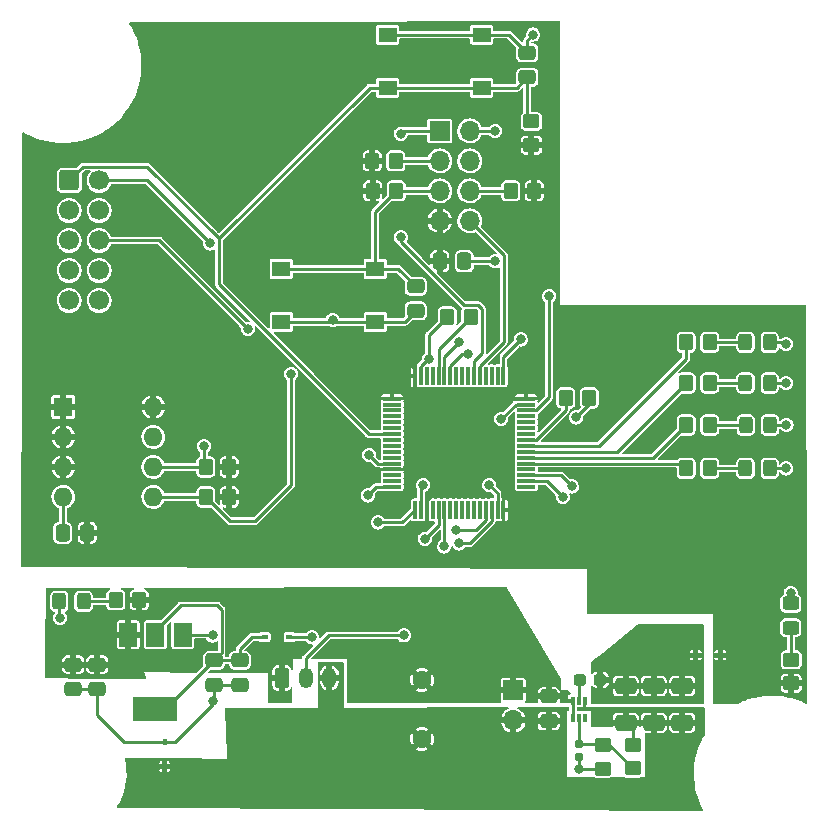
<source format=gbr>
G04 #@! TF.GenerationSoftware,KiCad,Pcbnew,(6.0.4)*
G04 #@! TF.CreationDate,2023-03-06T11:11:44-05:00*
G04 #@! TF.ProjectId,LED_Module,4c45445f-4d6f-4647-956c-652e6b696361,rev?*
G04 #@! TF.SameCoordinates,Original*
G04 #@! TF.FileFunction,Copper,L1,Top*
G04 #@! TF.FilePolarity,Positive*
%FSLAX46Y46*%
G04 Gerber Fmt 4.6, Leading zero omitted, Abs format (unit mm)*
G04 Created by KiCad (PCBNEW (6.0.4)) date 2023-03-06 11:11:44*
%MOMM*%
%LPD*%
G01*
G04 APERTURE LIST*
G04 Aperture macros list*
%AMRoundRect*
0 Rectangle with rounded corners*
0 $1 Rounding radius*
0 $2 $3 $4 $5 $6 $7 $8 $9 X,Y pos of 4 corners*
0 Add a 4 corners polygon primitive as box body*
4,1,4,$2,$3,$4,$5,$6,$7,$8,$9,$2,$3,0*
0 Add four circle primitives for the rounded corners*
1,1,$1+$1,$2,$3*
1,1,$1+$1,$4,$5*
1,1,$1+$1,$6,$7*
1,1,$1+$1,$8,$9*
0 Add four rect primitives between the rounded corners*
20,1,$1+$1,$2,$3,$4,$5,0*
20,1,$1+$1,$4,$5,$6,$7,0*
20,1,$1+$1,$6,$7,$8,$9,0*
20,1,$1+$1,$8,$9,$2,$3,0*%
G04 Aperture macros list end*
G04 #@! TA.AperFunction,SMDPad,CuDef*
%ADD10RoundRect,0.250000X0.350000X0.450000X-0.350000X0.450000X-0.350000X-0.450000X0.350000X-0.450000X0*%
G04 #@! TD*
G04 #@! TA.AperFunction,SMDPad,CuDef*
%ADD11R,0.340000X0.700000*%
G04 #@! TD*
G04 #@! TA.AperFunction,SMDPad,CuDef*
%ADD12RoundRect,0.250000X0.450000X-0.350000X0.450000X0.350000X-0.450000X0.350000X-0.450000X-0.350000X0*%
G04 #@! TD*
G04 #@! TA.AperFunction,ComponentPad*
%ADD13RoundRect,0.250000X-0.350000X-0.625000X0.350000X-0.625000X0.350000X0.625000X-0.350000X0.625000X0*%
G04 #@! TD*
G04 #@! TA.AperFunction,ComponentPad*
%ADD14O,1.200000X1.750000*%
G04 #@! TD*
G04 #@! TA.AperFunction,SMDPad,CuDef*
%ADD15RoundRect,0.250000X-0.650000X0.412500X-0.650000X-0.412500X0.650000X-0.412500X0.650000X0.412500X0*%
G04 #@! TD*
G04 #@! TA.AperFunction,SMDPad,CuDef*
%ADD16RoundRect,0.250000X-0.325000X-0.450000X0.325000X-0.450000X0.325000X0.450000X-0.325000X0.450000X0*%
G04 #@! TD*
G04 #@! TA.AperFunction,ComponentPad*
%ADD17R,1.600000X1.600000*%
G04 #@! TD*
G04 #@! TA.AperFunction,ComponentPad*
%ADD18O,1.600000X1.600000*%
G04 #@! TD*
G04 #@! TA.AperFunction,ComponentPad*
%ADD19R,1.700000X1.700000*%
G04 #@! TD*
G04 #@! TA.AperFunction,ComponentPad*
%ADD20O,1.700000X1.700000*%
G04 #@! TD*
G04 #@! TA.AperFunction,SMDPad,CuDef*
%ADD21RoundRect,0.250000X0.325000X0.450000X-0.325000X0.450000X-0.325000X-0.450000X0.325000X-0.450000X0*%
G04 #@! TD*
G04 #@! TA.AperFunction,ComponentPad*
%ADD22RoundRect,0.250000X-0.600000X-0.600000X0.600000X-0.600000X0.600000X0.600000X-0.600000X0.600000X0*%
G04 #@! TD*
G04 #@! TA.AperFunction,ComponentPad*
%ADD23C,1.700000*%
G04 #@! TD*
G04 #@! TA.AperFunction,SMDPad,CuDef*
%ADD24RoundRect,0.250000X-0.475000X0.337500X-0.475000X-0.337500X0.475000X-0.337500X0.475000X0.337500X0*%
G04 #@! TD*
G04 #@! TA.AperFunction,SMDPad,CuDef*
%ADD25R,1.550000X1.300000*%
G04 #@! TD*
G04 #@! TA.AperFunction,SMDPad,CuDef*
%ADD26RoundRect,0.250000X-0.350000X-0.450000X0.350000X-0.450000X0.350000X0.450000X-0.350000X0.450000X0*%
G04 #@! TD*
G04 #@! TA.AperFunction,SMDPad,CuDef*
%ADD27RoundRect,0.250000X-0.450000X0.350000X-0.450000X-0.350000X0.450000X-0.350000X0.450000X0.350000X0*%
G04 #@! TD*
G04 #@! TA.AperFunction,SMDPad,CuDef*
%ADD28RoundRect,0.075000X-0.700000X-0.075000X0.700000X-0.075000X0.700000X0.075000X-0.700000X0.075000X0*%
G04 #@! TD*
G04 #@! TA.AperFunction,SMDPad,CuDef*
%ADD29RoundRect,0.075000X-0.075000X-0.700000X0.075000X-0.700000X0.075000X0.700000X-0.075000X0.700000X0*%
G04 #@! TD*
G04 #@! TA.AperFunction,SMDPad,CuDef*
%ADD30RoundRect,0.250000X0.337500X0.475000X-0.337500X0.475000X-0.337500X-0.475000X0.337500X-0.475000X0*%
G04 #@! TD*
G04 #@! TA.AperFunction,SMDPad,CuDef*
%ADD31RoundRect,0.250000X-0.450000X0.325000X-0.450000X-0.325000X0.450000X-0.325000X0.450000X0.325000X0*%
G04 #@! TD*
G04 #@! TA.AperFunction,SMDPad,CuDef*
%ADD32R,1.500000X2.000000*%
G04 #@! TD*
G04 #@! TA.AperFunction,SMDPad,CuDef*
%ADD33R,3.800000X2.000000*%
G04 #@! TD*
G04 #@! TA.AperFunction,SMDPad,CuDef*
%ADD34R,0.600000X0.450000*%
G04 #@! TD*
G04 #@! TA.AperFunction,SMDPad,CuDef*
%ADD35RoundRect,0.155000X0.155000X-0.212500X0.155000X0.212500X-0.155000X0.212500X-0.155000X-0.212500X0*%
G04 #@! TD*
G04 #@! TA.AperFunction,ComponentPad*
%ADD36C,1.600000*%
G04 #@! TD*
G04 #@! TA.AperFunction,SMDPad,CuDef*
%ADD37R,0.450000X0.600000*%
G04 #@! TD*
G04 #@! TA.AperFunction,SMDPad,CuDef*
%ADD38RoundRect,0.250000X0.475000X-0.337500X0.475000X0.337500X-0.475000X0.337500X-0.475000X-0.337500X0*%
G04 #@! TD*
G04 #@! TA.AperFunction,SMDPad,CuDef*
%ADD39RoundRect,0.237500X-0.287500X-0.237500X0.287500X-0.237500X0.287500X0.237500X-0.287500X0.237500X0*%
G04 #@! TD*
G04 #@! TA.AperFunction,ViaPad*
%ADD40C,0.800000*%
G04 #@! TD*
G04 #@! TA.AperFunction,Conductor*
%ADD41C,0.250000*%
G04 #@! TD*
G04 APERTURE END LIST*
D10*
G04 #@! TO.P,R14,1*
G04 #@! TO.N,Net-(D6-Pad2)*
X109728000Y-78486000D03*
G04 #@! TO.P,R14,2*
G04 #@! TO.N,/PC9*
X107728000Y-78486000D03*
G04 #@! TD*
D11*
G04 #@! TO.P,U3,1,GND*
G04 #@! TO.N,GND*
X99128200Y-108808912D03*
G04 #@! TO.P,U3,2,SW*
G04 #@! TO.N,Net-(L1-Pad1)*
X98628200Y-108808912D03*
G04 #@! TO.P,U3,3,VIN*
G04 #@! TO.N,5V*
X98128200Y-108808912D03*
G04 #@! TO.P,U3,4,EN*
X98128200Y-110308912D03*
G04 #@! TO.P,U3,5,FB*
G04 #@! TO.N,Net-(C12-Pad2)*
X98628200Y-110308912D03*
G04 #@! TO.P,U3,6,PG*
G04 #@! TO.N,unconnected-(U3-Pad6)*
X99128200Y-110308912D03*
G04 #@! TD*
D12*
G04 #@! TO.P,R3,1*
G04 #@! TO.N,BUCK_3.3V*
X100660200Y-114563400D03*
G04 #@! TO.P,R3,2*
G04 #@! TO.N,Net-(C12-Pad2)*
X100660200Y-112563400D03*
G04 #@! TD*
D13*
G04 #@! TO.P,J2,1,Pin_1*
G04 #@! TO.N,5V*
X73512800Y-106884000D03*
D14*
G04 #@! TO.P,J2,2,Pin_2*
G04 #@! TO.N,Net-(J2-Pad2)*
X75512800Y-106884000D03*
G04 #@! TO.P,J2,3,Pin_3*
G04 #@! TO.N,GND*
X77512800Y-106884000D03*
G04 #@! TD*
D12*
G04 #@! TO.P,R2,1*
G04 #@! TO.N,3.3V*
X94636500Y-61782000D03*
G04 #@! TO.P,R2,2*
G04 #@! TO.N,/NRST*
X94636500Y-59782000D03*
G04 #@! TD*
D15*
G04 #@! TO.P,C15,1*
G04 #@! TO.N,BUCK_3.3V*
X102616000Y-107569000D03*
G04 #@! TO.P,C15,2*
G04 #@! TO.N,GND*
X102616000Y-110694000D03*
G04 #@! TD*
D16*
G04 #@! TO.P,D8,1,K*
G04 #@! TO.N,GND*
X54661800Y-100415000D03*
G04 #@! TO.P,D8,2,A*
G04 #@! TO.N,Net-(D8-Pad2)*
X56711800Y-100415000D03*
G04 #@! TD*
D17*
G04 #@! TO.P,U4,1,A0*
G04 #@! TO.N,3.3V*
X54991000Y-83947000D03*
D18*
G04 #@! TO.P,U4,2,A1*
X54991000Y-86487000D03*
G04 #@! TO.P,U4,3,A2*
X54991000Y-89027000D03*
G04 #@! TO.P,U4,4,GND*
G04 #@! TO.N,GND*
X54991000Y-91567000D03*
G04 #@! TO.P,U4,5,SDA*
G04 #@! TO.N,/EEPROM_SDA*
X62611000Y-91567000D03*
G04 #@! TO.P,U4,6,SCL*
G04 #@! TO.N,/EEPROM_SCL*
X62611000Y-89027000D03*
G04 #@! TO.P,U4,7,WP*
G04 #@! TO.N,GND*
X62611000Y-86487000D03*
G04 #@! TO.P,U4,8,VCC*
G04 #@! TO.N,3.3V*
X62611000Y-83947000D03*
G04 #@! TD*
D19*
G04 #@! TO.P,J4,1*
G04 #@! TO.N,5V*
X93091000Y-107950000D03*
D20*
G04 #@! TO.P,J4,2*
G04 #@! TO.N,GND*
X93091000Y-110490000D03*
G04 #@! TD*
D21*
G04 #@! TO.P,D5,1,K*
G04 #@! TO.N,GND*
X114808000Y-81915000D03*
G04 #@! TO.P,D5,2,A*
G04 #@! TO.N,Net-(D5-Pad2)*
X112758000Y-81915000D03*
G04 #@! TD*
G04 #@! TO.P,D3,1,K*
G04 #@! TO.N,GND*
X114808000Y-89154000D03*
G04 #@! TO.P,D3,2,A*
G04 #@! TO.N,Net-(D3-Pad2)*
X112758000Y-89154000D03*
G04 #@! TD*
D10*
G04 #@! TO.P,R13,1*
G04 #@! TO.N,Net-(D5-Pad2)*
X109728000Y-81915000D03*
G04 #@! TO.P,R13,2*
G04 #@! TO.N,/PC8*
X107728000Y-81915000D03*
G04 #@! TD*
G04 #@! TO.P,R12,1*
G04 #@! TO.N,Net-(D4-Pad2)*
X109728000Y-85471000D03*
G04 #@! TO.P,R12,2*
G04 #@! TO.N,/PC7*
X107728000Y-85471000D03*
G04 #@! TD*
D22*
G04 #@! TO.P,J1,1,Pin_1*
G04 #@! TO.N,/NRST*
X55499000Y-64770000D03*
D23*
G04 #@! TO.P,J1,2,Pin_2*
G04 #@! TO.N,/PA13*
X58039000Y-64770000D03*
G04 #@! TO.P,J1,3,Pin_3*
G04 #@! TO.N,GND*
X55499000Y-67310000D03*
G04 #@! TO.P,J1,4,Pin_4*
X58039000Y-67310000D03*
G04 #@! TO.P,J1,5,Pin_5*
G04 #@! TO.N,unconnected-(J1-Pad5)*
X55499000Y-69850000D03*
G04 #@! TO.P,J1,6,Pin_6*
G04 #@! TO.N,/PA14*
X58039000Y-69850000D03*
G04 #@! TO.P,J1,7,Pin_7*
G04 #@! TO.N,unconnected-(J1-Pad7)*
X55499000Y-72390000D03*
G04 #@! TO.P,J1,8,Pin_8*
G04 #@! TO.N,unconnected-(J1-Pad8)*
X58039000Y-72390000D03*
G04 #@! TO.P,J1,9,Pin_9*
G04 #@! TO.N,unconnected-(J1-Pad9)*
X55499000Y-74930000D03*
G04 #@! TO.P,J1,10,Pin_10*
G04 #@! TO.N,unconnected-(J1-Pad10)*
X58039000Y-74930000D03*
G04 #@! TD*
D24*
G04 #@! TO.P,C11,1*
G04 #@! TO.N,5V*
X96088200Y-108461900D03*
G04 #@! TO.P,C11,2*
G04 #@! TO.N,GND*
X96088200Y-110536900D03*
G04 #@! TD*
D15*
G04 #@! TO.P,C17,1*
G04 #@! TO.N,BUCK_3.3V*
X107391200Y-107569000D03*
G04 #@! TO.P,C17,2*
G04 #@! TO.N,GND*
X107391200Y-110694000D03*
G04 #@! TD*
D25*
G04 #@! TO.P,SW2,1,1*
G04 #@! TO.N,GND*
X81412000Y-76753000D03*
X73452000Y-76753000D03*
G04 #@! TO.P,SW2,2,2*
G04 #@! TO.N,/RST*
X81412000Y-72253000D03*
X73452000Y-72253000D03*
G04 #@! TD*
D26*
G04 #@! TO.P,R10,1*
G04 #@! TO.N,/GPIO0*
X92874000Y-65649000D03*
G04 #@! TO.P,R10,2*
G04 #@! TO.N,3.3V*
X94874000Y-65649000D03*
G04 #@! TD*
D27*
G04 #@! TO.P,R16,1*
G04 #@! TO.N,Net-(D9-Pad2)*
X116631000Y-105354000D03*
G04 #@! TO.P,R16,2*
G04 #@! TO.N,3.3V*
X116631000Y-107354000D03*
G04 #@! TD*
D12*
G04 #@! TO.P,R4,1*
G04 #@! TO.N,Net-(C12-Pad2)*
X103200200Y-114547400D03*
G04 #@! TO.P,R4,2*
G04 #@! TO.N,GND*
X103200200Y-112547400D03*
G04 #@! TD*
D28*
G04 #@! TO.P,U2,1,VBAT*
G04 #@! TO.N,3.3V*
X82844000Y-83245000D03*
G04 #@! TO.P,U2,2,PC13*
G04 #@! TO.N,/PC13*
X82844000Y-83745000D03*
G04 #@! TO.P,U2,3,PC14*
G04 #@! TO.N,/PC14*
X82844000Y-84245000D03*
G04 #@! TO.P,U2,4,PC15*
G04 #@! TO.N,/PC15*
X82844000Y-84745000D03*
G04 #@! TO.P,U2,5,PF0*
G04 #@! TO.N,/PF0*
X82844000Y-85245000D03*
G04 #@! TO.P,U2,6,PF1*
G04 #@! TO.N,/PF1*
X82844000Y-85745000D03*
G04 #@! TO.P,U2,7,NRST*
G04 #@! TO.N,/NRST*
X82844000Y-86245000D03*
G04 #@! TO.P,U2,8,PC0*
G04 #@! TO.N,/PC0*
X82844000Y-86745000D03*
G04 #@! TO.P,U2,9,PC1*
G04 #@! TO.N,/PC1*
X82844000Y-87245000D03*
G04 #@! TO.P,U2,10,PC2*
G04 #@! TO.N,/PC2*
X82844000Y-87745000D03*
G04 #@! TO.P,U2,11,PC3*
G04 #@! TO.N,/PC3*
X82844000Y-88245000D03*
G04 #@! TO.P,U2,12,VSSA*
G04 #@! TO.N,GND*
X82844000Y-88745000D03*
G04 #@! TO.P,U2,13,VDDA*
G04 #@! TO.N,3.3V*
X82844000Y-89245000D03*
G04 #@! TO.P,U2,14,PA0*
G04 #@! TO.N,/PA0*
X82844000Y-89745000D03*
G04 #@! TO.P,U2,15,PA1*
G04 #@! TO.N,/PA1*
X82844000Y-90245000D03*
G04 #@! TO.P,U2,16,PA2*
G04 #@! TO.N,/PA2*
X82844000Y-90745000D03*
D29*
G04 #@! TO.P,U2,17,PA3*
G04 #@! TO.N,/PA3*
X84769000Y-92670000D03*
G04 #@! TO.P,U2,18,VSS*
G04 #@! TO.N,GND*
X85269000Y-92670000D03*
G04 #@! TO.P,U2,19,VDD*
G04 #@! TO.N,3.3V*
X85769000Y-92670000D03*
G04 #@! TO.P,U2,20,PA4*
G04 #@! TO.N,/PA4*
X86269000Y-92670000D03*
G04 #@! TO.P,U2,21,PA5*
G04 #@! TO.N,/PA5*
X86769000Y-92670000D03*
G04 #@! TO.P,U2,22,PA6*
G04 #@! TO.N,/PA6*
X87269000Y-92670000D03*
G04 #@! TO.P,U2,23,PA7*
G04 #@! TO.N,/PA7*
X87769000Y-92670000D03*
G04 #@! TO.P,U2,24,PC4*
G04 #@! TO.N,/PC4*
X88269000Y-92670000D03*
G04 #@! TO.P,U2,25,PC5*
G04 #@! TO.N,/PC5*
X88769000Y-92670000D03*
G04 #@! TO.P,U2,26,PB0*
G04 #@! TO.N,/PB0*
X89269000Y-92670000D03*
G04 #@! TO.P,U2,27,PB1*
G04 #@! TO.N,/PB1*
X89769000Y-92670000D03*
G04 #@! TO.P,U2,28,PB2*
G04 #@! TO.N,/PB2*
X90269000Y-92670000D03*
G04 #@! TO.P,U2,29,PB10*
G04 #@! TO.N,/PB10*
X90769000Y-92670000D03*
G04 #@! TO.P,U2,30,PB11*
G04 #@! TO.N,/PB11*
X91269000Y-92670000D03*
G04 #@! TO.P,U2,31,VSS*
G04 #@! TO.N,GND*
X91769000Y-92670000D03*
G04 #@! TO.P,U2,32,VDD*
G04 #@! TO.N,3.3V*
X92269000Y-92670000D03*
D28*
G04 #@! TO.P,U2,33,PB12*
G04 #@! TO.N,/PB12*
X94194000Y-90745000D03*
G04 #@! TO.P,U2,34,PB13*
G04 #@! TO.N,/PB13*
X94194000Y-90245000D03*
G04 #@! TO.P,U2,35,PB14*
G04 #@! TO.N,/PB14*
X94194000Y-89745000D03*
G04 #@! TO.P,U2,36,PB15*
G04 #@! TO.N,/PB15*
X94194000Y-89245000D03*
G04 #@! TO.P,U2,37,PC6*
G04 #@! TO.N,/PC6*
X94194000Y-88745000D03*
G04 #@! TO.P,U2,38,PC7*
G04 #@! TO.N,/PC7*
X94194000Y-88245000D03*
G04 #@! TO.P,U2,39,PC8*
G04 #@! TO.N,/PC8*
X94194000Y-87745000D03*
G04 #@! TO.P,U2,40,PC9*
G04 #@! TO.N,/PC9*
X94194000Y-87245000D03*
G04 #@! TO.P,U2,41,PA8*
G04 #@! TO.N,PA8*
X94194000Y-86745000D03*
G04 #@! TO.P,U2,42,PA9*
G04 #@! TO.N,/PA9*
X94194000Y-86245000D03*
G04 #@! TO.P,U2,43,PA10*
G04 #@! TO.N,/PA10*
X94194000Y-85745000D03*
G04 #@! TO.P,U2,44,PA11*
G04 #@! TO.N,/PA11*
X94194000Y-85245000D03*
G04 #@! TO.P,U2,45,PA12*
G04 #@! TO.N,/PA12*
X94194000Y-84745000D03*
G04 #@! TO.P,U2,46,PA13*
G04 #@! TO.N,/PA13*
X94194000Y-84245000D03*
G04 #@! TO.P,U2,47,VSS*
G04 #@! TO.N,GND*
X94194000Y-83745000D03*
G04 #@! TO.P,U2,48,VDDIO2*
G04 #@! TO.N,3.3V*
X94194000Y-83245000D03*
D29*
G04 #@! TO.P,U2,49,PA14*
G04 #@! TO.N,/PA14*
X92269000Y-81320000D03*
G04 #@! TO.P,U2,50,PA15*
G04 #@! TO.N,/PA15*
X91769000Y-81320000D03*
G04 #@! TO.P,U2,51,PC10*
G04 #@! TO.N,/PC10*
X91269000Y-81320000D03*
G04 #@! TO.P,U2,52,PC11*
G04 #@! TO.N,/PC11*
X90769000Y-81320000D03*
G04 #@! TO.P,U2,53,PC12*
G04 #@! TO.N,/PC12*
X90269000Y-81320000D03*
G04 #@! TO.P,U2,54,PD2*
G04 #@! TO.N,/PD2*
X89769000Y-81320000D03*
G04 #@! TO.P,U2,55,PB3*
G04 #@! TO.N,/PB3*
X89269000Y-81320000D03*
G04 #@! TO.P,U2,56,PB4*
G04 #@! TO.N,/PB4*
X88769000Y-81320000D03*
G04 #@! TO.P,U2,57,PB5*
G04 #@! TO.N,/PB5*
X88269000Y-81320000D03*
G04 #@! TO.P,U2,58,PB6*
G04 #@! TO.N,/EEPROM_SCL*
X87769000Y-81320000D03*
G04 #@! TO.P,U2,59,PB7*
G04 #@! TO.N,/EEPROM_SDA*
X87269000Y-81320000D03*
G04 #@! TO.P,U2,60,PF11*
G04 #@! TO.N,/BOOT0*
X86769000Y-81320000D03*
G04 #@! TO.P,U2,61,PB8*
G04 #@! TO.N,/PB8*
X86269000Y-81320000D03*
G04 #@! TO.P,U2,62,PB9*
G04 #@! TO.N,/PB9*
X85769000Y-81320000D03*
G04 #@! TO.P,U2,63,VSS*
G04 #@! TO.N,GND*
X85269000Y-81320000D03*
G04 #@! TO.P,U2,64,VDD*
G04 #@! TO.N,3.3V*
X84769000Y-81320000D03*
G04 #@! TD*
D30*
G04 #@! TO.P,C19,1*
G04 #@! TO.N,GND*
X88948000Y-71618000D03*
G04 #@! TO.P,C19,2*
G04 #@! TO.N,3.3V*
X86873000Y-71618000D03*
G04 #@! TD*
D24*
G04 #@! TO.P,C9,1*
G04 #@! TO.N,Net-(C7-Pad1)*
X69951600Y-105410000D03*
G04 #@! TO.P,C9,2*
G04 #@! TO.N,Net-(C1-Pad2)*
X69951600Y-107485000D03*
G04 #@! TD*
D31*
G04 #@! TO.P,D9,1,K*
G04 #@! TO.N,GND*
X116586000Y-100584000D03*
G04 #@! TO.P,D9,2,A*
G04 #@! TO.N,Net-(D9-Pad2)*
X116586000Y-102634000D03*
G04 #@! TD*
D24*
G04 #@! TO.P,C3,1*
G04 #@! TO.N,5V*
X57886600Y-105773400D03*
G04 #@! TO.P,C3,2*
G04 #@! TO.N,Net-(C1-Pad2)*
X57886600Y-107848400D03*
G04 #@! TD*
D21*
G04 #@! TO.P,D6,1,K*
G04 #@! TO.N,GND*
X114808000Y-78486000D03*
G04 #@! TO.P,D6,2,A*
G04 #@! TO.N,Net-(D6-Pad2)*
X112758000Y-78486000D03*
G04 #@! TD*
D26*
G04 #@! TO.P,R7,1*
G04 #@! TO.N,3.3V*
X81158000Y-63109000D03*
G04 #@! TO.P,R7,2*
G04 #@! TO.N,/CH_PD*
X83158000Y-63109000D03*
G04 #@! TD*
D15*
G04 #@! TO.P,C13,1*
G04 #@! TO.N,BUCK_3.3V*
X105003600Y-107569000D03*
G04 #@! TO.P,C13,2*
G04 #@! TO.N,GND*
X105003600Y-110694000D03*
G04 #@! TD*
D32*
G04 #@! TO.P,U1,1,GND*
G04 #@! TO.N,Net-(C1-Pad2)*
X65102800Y-103225600D03*
G04 #@! TO.P,U1,2,VO*
G04 #@! TO.N,Net-(C7-Pad1)*
X62802800Y-103225600D03*
D33*
X62802800Y-109525600D03*
D32*
G04 #@! TO.P,U1,3,VI*
G04 #@! TO.N,5V*
X60502800Y-103225600D03*
G04 #@! TD*
D24*
G04 #@! TO.P,C1,1*
G04 #@! TO.N,5V*
X55854600Y-105773400D03*
G04 #@! TO.P,C1,2*
G04 #@! TO.N,Net-(C1-Pad2)*
X55854600Y-107848400D03*
G04 #@! TD*
D30*
G04 #@! TO.P,C16,1*
G04 #@! TO.N,3.3V*
X57023000Y-94615000D03*
G04 #@! TO.P,C16,2*
G04 #@! TO.N,GND*
X54948000Y-94615000D03*
G04 #@! TD*
D25*
G04 #@! TO.P,SW1,1,1*
G04 #@! TO.N,GND*
X90408400Y-52421400D03*
X82448400Y-52421400D03*
G04 #@! TO.P,SW1,2,2*
G04 #@! TO.N,/NRST*
X90408400Y-56921400D03*
X82448400Y-56921400D03*
G04 #@! TD*
D34*
G04 #@! TO.P,D7,1,K*
G04 #@! TO.N,3.3V*
X110634200Y-104978200D03*
G04 #@! TO.P,D7,2,A*
G04 #@! TO.N,BUCK_3.3V*
X108534200Y-104978200D03*
G04 #@! TD*
G04 #@! TO.P,D2,1,K*
G04 #@! TO.N,3.3V*
X74145800Y-103420000D03*
G04 #@! TO.P,D2,2,A*
G04 #@! TO.N,Net-(C7-Pad1)*
X72045800Y-103420000D03*
G04 #@! TD*
D10*
G04 #@! TO.P,R9,1*
G04 #@! TO.N,Net-(D3-Pad2)*
X109728000Y-89154000D03*
G04 #@! TO.P,R9,2*
G04 #@! TO.N,/PC6*
X107728000Y-89154000D03*
G04 #@! TD*
D26*
G04 #@! TO.P,R8,1*
G04 #@! TO.N,3.3V*
X81190000Y-65649000D03*
G04 #@! TO.P,R8,2*
G04 #@! TO.N,/RST*
X83190000Y-65649000D03*
G04 #@! TD*
D10*
G04 #@! TO.P,R5,1*
G04 #@! TO.N,3.3V*
X69056000Y-91567000D03*
G04 #@! TO.P,R5,2*
G04 #@! TO.N,/EEPROM_SDA*
X67056000Y-91567000D03*
G04 #@! TD*
D24*
G04 #@! TO.P,C18,1*
G04 #@! TO.N,/RST*
X84841000Y-73734000D03*
G04 #@! TO.P,C18,2*
G04 #@! TO.N,GND*
X84841000Y-75809000D03*
G04 #@! TD*
D35*
G04 #@! TO.P,C12,1*
G04 #@! TO.N,BUCK_3.3V*
X98628200Y-113622900D03*
G04 #@! TO.P,C12,2*
G04 #@! TO.N,Net-(C12-Pad2)*
X98628200Y-112487900D03*
G04 #@! TD*
D24*
G04 #@! TO.P,C7,1*
G04 #@! TO.N,Net-(C7-Pad1)*
X67767200Y-105410000D03*
G04 #@! TO.P,C7,2*
G04 #@! TO.N,Net-(C1-Pad2)*
X67767200Y-107485000D03*
G04 #@! TD*
D10*
G04 #@! TO.P,R11,1*
G04 #@! TO.N,Net-(J2-Pad2)*
X99536000Y-83185000D03*
G04 #@! TO.P,R11,2*
G04 #@! TO.N,PA8*
X97536000Y-83185000D03*
G04 #@! TD*
D19*
G04 #@! TO.P,J3,1,Tx*
G04 #@! TO.N,/PD2*
X86868000Y-60579000D03*
D20*
G04 #@! TO.P,J3,2,GND*
G04 #@! TO.N,GND*
X89408000Y-60579000D03*
G04 #@! TO.P,J3,3,CH_PD*
G04 #@! TO.N,/CH_PD*
X86868000Y-63119000D03*
G04 #@! TO.P,J3,4,GPIO2*
G04 #@! TO.N,unconnected-(J3-Pad4)*
X89408000Y-63119000D03*
G04 #@! TO.P,J3,5,RST*
G04 #@! TO.N,/RST*
X86868000Y-65659000D03*
G04 #@! TO.P,J3,6,GPIO0*
G04 #@! TO.N,/GPIO0*
X89408000Y-65659000D03*
G04 #@! TO.P,J3,7,3.3V*
G04 #@! TO.N,3.3V*
X86868000Y-68199000D03*
G04 #@! TO.P,J3,8,Rx*
G04 #@! TO.N,/PC12*
X89408000Y-68199000D03*
G04 #@! TD*
D36*
G04 #@! TO.P,C14,1*
G04 #@! TO.N,GND*
X85369400Y-112061000D03*
G04 #@! TO.P,C14,2*
G04 #@! TO.N,5V*
X85369400Y-107061000D03*
G04 #@! TD*
D37*
G04 #@! TO.P,D1,1,K*
G04 #@! TO.N,GND*
X63570800Y-114410000D03*
G04 #@! TO.P,D1,2,A*
G04 #@! TO.N,Net-(C1-Pad2)*
X63570800Y-112310000D03*
G04 #@! TD*
D10*
G04 #@! TO.P,R1,1*
G04 #@! TO.N,/BOOT0*
X89503000Y-76327000D03*
G04 #@! TO.P,R1,2*
G04 #@! TO.N,GND*
X87503000Y-76327000D03*
G04 #@! TD*
D38*
G04 #@! TO.P,C10,1*
G04 #@! TO.N,/NRST*
X94280900Y-56037400D03*
G04 #@! TO.P,C10,2*
G04 #@! TO.N,GND*
X94280900Y-53962400D03*
G04 #@! TD*
D21*
G04 #@! TO.P,D4,1,K*
G04 #@! TO.N,GND*
X114826000Y-85471000D03*
G04 #@! TO.P,D4,2,A*
G04 #@! TO.N,Net-(D4-Pad2)*
X112776000Y-85471000D03*
G04 #@! TD*
D26*
G04 #@! TO.P,R15,1*
G04 #@! TO.N,Net-(D8-Pad2)*
X59431800Y-100280000D03*
G04 #@! TO.P,R15,2*
G04 #@! TO.N,5V*
X61431800Y-100280000D03*
G04 #@! TD*
D39*
G04 #@! TO.P,L1,1,1*
G04 #@! TO.N,Net-(L1-Pad1)*
X98707000Y-107061000D03*
G04 #@! TO.P,L1,2,2*
G04 #@! TO.N,BUCK_3.3V*
X100457000Y-107061000D03*
G04 #@! TD*
D26*
G04 #@! TO.P,R6,1*
G04 #@! TO.N,/EEPROM_SCL*
X67056000Y-89027000D03*
G04 #@! TO.P,R6,2*
G04 #@! TO.N,3.3V*
X69056000Y-89027000D03*
G04 #@! TD*
D40*
G04 #@! TO.N,Net-(C1-Pad2)*
X67634800Y-103293000D03*
X67634800Y-108881000D03*
G04 #@! TO.N,3.3V*
X92179428Y-90551000D03*
X76073000Y-96647000D03*
X76052800Y-103455000D03*
X92075000Y-82931000D03*
X83947000Y-79883000D03*
X86995000Y-91059000D03*
X80899000Y-90043000D03*
G04 #@! TO.N,/PA13*
X67437000Y-70104000D03*
X96139000Y-74549000D03*
G04 #@! TO.N,/PA14*
X70612000Y-77343000D03*
X93726000Y-78232000D03*
G04 #@! TO.N,/PA2*
X80772000Y-91440000D03*
G04 #@! TO.N,/PA3*
X81661000Y-93726000D03*
G04 #@! TO.N,/PA5*
X85598000Y-95123000D03*
G04 #@! TO.N,/PA6*
X87249000Y-95758000D03*
G04 #@! TO.N,/PB10*
X88265000Y-94361000D03*
G04 #@! TO.N,/PB11*
X88519000Y-95504000D03*
G04 #@! TO.N,/PB13*
X97282000Y-91567000D03*
G04 #@! TO.N,/PB14*
X98044000Y-90678000D03*
G04 #@! TO.N,/PD2*
X83566000Y-60833000D03*
X83566000Y-69596000D03*
G04 #@! TO.N,/EEPROM_SDA*
X88519000Y-78486000D03*
X74295000Y-81153000D03*
G04 #@! TO.N,/EEPROM_SCL*
X89281000Y-79502000D03*
X66929000Y-87249000D03*
G04 #@! TO.N,GND*
X116586000Y-99695000D03*
X91572000Y-71618000D03*
X82169000Y-116713000D03*
X77673200Y-111048800D03*
X91059000Y-90551000D03*
X77830800Y-112980000D03*
X106680000Y-116713000D03*
X77806000Y-76584980D03*
X85979000Y-79883000D03*
X54716800Y-101804000D03*
X93726000Y-115951000D03*
X116223000Y-85471000D03*
X61595000Y-116967000D03*
X92075000Y-84963000D03*
X91572000Y-60569000D03*
X116205000Y-78613000D03*
X93588451Y-112646633D03*
X86614000Y-114046000D03*
X85471000Y-90551000D03*
X69469000Y-117094000D03*
X74401800Y-115393000D03*
X72491600Y-113487200D03*
X94767400Y-52421400D03*
X116205000Y-89154000D03*
X116205000Y-81915000D03*
X80899000Y-88011000D03*
X106934000Y-112141000D03*
G04 #@! TO.N,Net-(J2-Pad2)*
X98425000Y-84836000D03*
X83820000Y-103288500D03*
G04 #@! TO.N,BUCK_3.3V*
X100177600Y-108508800D03*
X98628200Y-114579400D03*
G04 #@! TD*
D41*
G04 #@! TO.N,Net-(C1-Pad2)*
X60141800Y-112310000D02*
X63570800Y-112310000D01*
X57886600Y-110054800D02*
X60141800Y-112310000D01*
X57886600Y-107848400D02*
X57886600Y-110054800D01*
G04 #@! TO.N,Net-(C7-Pad1)*
X63651600Y-109525600D02*
X62802800Y-109525600D01*
X67767200Y-105410000D02*
X63651600Y-109525600D01*
G04 #@! TO.N,Net-(C1-Pad2)*
X67567400Y-103225600D02*
X65102800Y-103225600D01*
X67634800Y-103293000D02*
X67567400Y-103225600D01*
G04 #@! TO.N,Net-(C7-Pad1)*
X62802800Y-102918000D02*
X64967800Y-100753000D01*
X62802800Y-103225600D02*
X62802800Y-102918000D01*
G04 #@! TO.N,Net-(C1-Pad2)*
X67767200Y-108748600D02*
X67634800Y-108881000D01*
X67767200Y-107485000D02*
X67767200Y-108748600D01*
X69951600Y-107485000D02*
X67767200Y-107485000D01*
G04 #@! TO.N,Net-(C7-Pad1)*
X68396800Y-104780400D02*
X67767200Y-105410000D01*
X68396800Y-101134000D02*
X68396800Y-104780400D01*
X69951600Y-104405200D02*
X70936800Y-103420000D01*
X69951600Y-105410000D02*
X69951600Y-104405200D01*
X67767200Y-105410000D02*
X69951600Y-105410000D01*
G04 #@! TO.N,Net-(C12-Pad2)*
X98628200Y-112487900D02*
X98628200Y-110308900D01*
G04 #@! TO.N,Net-(C1-Pad2)*
X55854600Y-107848400D02*
X57886600Y-107848400D01*
G04 #@! TO.N,5V*
X57886600Y-105773400D02*
X55854600Y-105773400D01*
X57886600Y-105773400D02*
X58129100Y-105773400D01*
X98128200Y-110308900D02*
X98128200Y-108808900D01*
G04 #@! TO.N,Net-(C1-Pad2)*
X64467822Y-112310000D02*
X63570800Y-112310000D01*
X67634800Y-108881000D02*
X67634800Y-109143022D01*
X67634800Y-109143022D02*
X64467822Y-112310000D01*
G04 #@! TO.N,3.3V*
X84769000Y-81320000D02*
X84769000Y-80705000D01*
X81697000Y-89245000D02*
X80899000Y-90043000D01*
X85794480Y-92670000D02*
X85794480Y-92583000D01*
X94194000Y-83245000D02*
X92389000Y-83245000D01*
X92179428Y-90551000D02*
X92269000Y-90640572D01*
X84769000Y-80705000D02*
X83947000Y-79883000D01*
X86868000Y-71613000D02*
X86868000Y-68199000D01*
X85794480Y-92583000D02*
X85794480Y-91804514D01*
X85769000Y-92670000D02*
X85794480Y-92670000D01*
X86539994Y-91059000D02*
X86995000Y-91059000D01*
X74145800Y-103420000D02*
X76017800Y-103420000D01*
X62738000Y-84074000D02*
X62611000Y-83947000D01*
X86873000Y-71618000D02*
X86868000Y-71613000D01*
X81190000Y-63141000D02*
X81158000Y-63109000D01*
X85794480Y-91804514D02*
X86539994Y-91059000D01*
X82844000Y-89245000D02*
X81697000Y-89245000D01*
X92269000Y-90640572D02*
X92269000Y-92670000D01*
X76017800Y-103420000D02*
X76052800Y-103455000D01*
X92389000Y-83245000D02*
X92075000Y-82931000D01*
X85769000Y-92670000D02*
X85769000Y-93510006D01*
G04 #@! TO.N,Net-(C7-Pad1)*
X64967800Y-100753000D02*
X68015800Y-100753000D01*
X68015800Y-100753000D02*
X68396800Y-101134000D01*
X70936800Y-103420000D02*
X72045800Y-103420000D01*
G04 #@! TO.N,/NRST*
X90408400Y-56921400D02*
X93396900Y-56921400D01*
X82844000Y-86245000D02*
X80873489Y-86245000D01*
X80925622Y-56921400D02*
X68161511Y-69685511D01*
X68161511Y-69685511D02*
X62071489Y-63595489D01*
X90408400Y-56921400D02*
X82448400Y-56921400D01*
X56673511Y-63595489D02*
X55499000Y-64770000D01*
X68161511Y-73533022D02*
X68161511Y-69685511D01*
X94636500Y-59782000D02*
X94280900Y-59426400D01*
X82448400Y-56921400D02*
X80925622Y-56921400D01*
X94280900Y-59426400D02*
X94280900Y-56037400D01*
X80873489Y-86245000D02*
X68161511Y-73533022D01*
X93396900Y-56921400D02*
X94280900Y-56037400D01*
X62071489Y-63595489D02*
X56673511Y-63595489D01*
G04 #@! TO.N,/PA13*
X96139000Y-83140006D02*
X96139000Y-74549000D01*
X95034006Y-84245000D02*
X96139000Y-83140006D01*
X94194000Y-84245000D02*
X95034006Y-84245000D01*
X67437000Y-70104000D02*
X62103000Y-64770000D01*
X62103000Y-64770000D02*
X58039000Y-64770000D01*
G04 #@! TO.N,/PA14*
X92269000Y-79689000D02*
X93726000Y-78232000D01*
X70612000Y-77343000D02*
X63119000Y-69850000D01*
X63119000Y-69850000D02*
X58039000Y-69850000D01*
X92269000Y-81320000D02*
X92269000Y-79689000D01*
G04 #@! TO.N,PA8*
X97536000Y-84243006D02*
X95034006Y-86745000D01*
X97536000Y-83185000D02*
X97536000Y-84243006D01*
X95034006Y-86745000D02*
X94194000Y-86745000D01*
G04 #@! TO.N,/BOOT0*
X89503000Y-76327000D02*
X86769000Y-79061000D01*
X86769000Y-79061000D02*
X86769000Y-81320000D01*
G04 #@! TO.N,/PA2*
X82844000Y-90745000D02*
X81467000Y-90745000D01*
X81467000Y-90745000D02*
X80772000Y-91440000D01*
G04 #@! TO.N,/PA3*
X83713000Y-93726000D02*
X81661000Y-93726000D01*
X84769000Y-92670000D02*
X83713000Y-93726000D01*
G04 #@! TO.N,/PA5*
X86769000Y-93952000D02*
X85598000Y-95123000D01*
X86769000Y-92670000D02*
X86769000Y-93952000D01*
G04 #@! TO.N,/PA6*
X87269000Y-95738000D02*
X87249000Y-95758000D01*
X87269000Y-92670000D02*
X87269000Y-95738000D01*
G04 #@! TO.N,/PB10*
X89918006Y-94361000D02*
X88265000Y-94361000D01*
X90769000Y-92670000D02*
X90769000Y-93510006D01*
X90769000Y-93510006D02*
X89918006Y-94361000D01*
G04 #@! TO.N,/PB11*
X91269000Y-93645724D02*
X89410724Y-95504000D01*
X89410724Y-95504000D02*
X88519000Y-95504000D01*
X91269000Y-92670000D02*
X91269000Y-93645724D01*
G04 #@! TO.N,/PB13*
X95960000Y-90245000D02*
X97282000Y-91567000D01*
X94194000Y-90245000D02*
X95960000Y-90245000D01*
G04 #@! TO.N,/PB14*
X94194000Y-89745000D02*
X97111000Y-89745000D01*
X97111000Y-89745000D02*
X98044000Y-90678000D01*
G04 #@! TO.N,/PC6*
X94194000Y-88745000D02*
X107319000Y-88745000D01*
X107319000Y-88745000D02*
X107728000Y-89154000D01*
G04 #@! TO.N,/PC7*
X107728000Y-85471000D02*
X104954000Y-88245000D01*
X104954000Y-88245000D02*
X94194000Y-88245000D01*
G04 #@! TO.N,/PC8*
X101898000Y-87745000D02*
X107728000Y-81915000D01*
X94194000Y-87745000D02*
X101898000Y-87745000D01*
G04 #@! TO.N,/PC9*
X100334000Y-87245000D02*
X107728000Y-79851000D01*
X107728000Y-79851000D02*
X107728000Y-78486000D01*
X94194000Y-87245000D02*
X100334000Y-87245000D01*
G04 #@! TO.N,/PC12*
X92296511Y-71087511D02*
X89408000Y-68199000D01*
X90269000Y-81320000D02*
X90269000Y-80479994D01*
X92296511Y-78452483D02*
X92296511Y-71087511D01*
X90269000Y-80479994D02*
X92296511Y-78452483D01*
G04 #@! TO.N,/PD2*
X83566000Y-60833000D02*
X83820000Y-60579000D01*
X83820000Y-60579000D02*
X86868000Y-60579000D01*
X90427520Y-79380094D02*
X90427520Y-75639027D01*
X83566000Y-69977000D02*
X83566000Y-69596000D01*
X90427520Y-75639027D02*
X90090973Y-75302480D01*
X90090973Y-75302480D02*
X88891480Y-75302480D01*
X88891480Y-75302480D02*
X83566000Y-69977000D01*
X89769000Y-80038614D02*
X90427520Y-79380094D01*
X89769000Y-81320000D02*
X89769000Y-80038614D01*
G04 #@! TO.N,Net-(C12-Pad2)*
X98628200Y-112487900D02*
X100584700Y-112487900D01*
X100584700Y-112487900D02*
X100660200Y-112563400D01*
X101216200Y-112563400D02*
X103200200Y-114547400D01*
X100660200Y-112563400D02*
X101216200Y-112563400D01*
G04 #@! TO.N,/CH_PD*
X83168000Y-63119000D02*
X86868000Y-63119000D01*
X83158000Y-63109000D02*
X83168000Y-63119000D01*
G04 #@! TO.N,/RST*
X83200000Y-65659000D02*
X86868000Y-65659000D01*
X83190000Y-65649000D02*
X81412000Y-67427000D01*
X81412000Y-72253000D02*
X83360000Y-72253000D01*
X83360000Y-72253000D02*
X84841000Y-73734000D01*
X83190000Y-65649000D02*
X83200000Y-65659000D01*
X81412000Y-72253000D02*
X73452000Y-72253000D01*
X81412000Y-67427000D02*
X81412000Y-72253000D01*
G04 #@! TO.N,/GPIO0*
X92864000Y-65659000D02*
X92874000Y-65649000D01*
X89408000Y-65659000D02*
X92864000Y-65659000D01*
G04 #@! TO.N,Net-(L1-Pad1)*
X98628200Y-107139800D02*
X98707000Y-107061000D01*
X98628200Y-108808900D02*
X98628200Y-107139800D01*
G04 #@! TO.N,/EEPROM_SDA*
X87269000Y-81320000D02*
X87269000Y-79736000D01*
X74295000Y-90551000D02*
X71247000Y-93599000D01*
X71247000Y-93599000D02*
X69088000Y-93599000D01*
X74295000Y-81153000D02*
X74295000Y-90551000D01*
X69088000Y-93599000D02*
X67056000Y-91567000D01*
X87269000Y-79736000D02*
X88519000Y-78486000D01*
X67056000Y-91567000D02*
X62611000Y-91567000D01*
G04 #@! TO.N,/EEPROM_SCL*
X66929000Y-88900000D02*
X67056000Y-89027000D01*
X67056000Y-89027000D02*
X62611000Y-89027000D01*
X87769000Y-81320000D02*
X87769000Y-80479994D01*
X88746994Y-79502000D02*
X89281000Y-79502000D01*
X66929000Y-87249000D02*
X66929000Y-88900000D01*
X87769000Y-80479994D02*
X88746994Y-79502000D01*
G04 #@! TO.N,GND*
X94280900Y-53962400D02*
X92739900Y-52421400D01*
X114826000Y-85471000D02*
X116223000Y-85471000D01*
X94280900Y-53962400D02*
X94280900Y-52907900D01*
X77974020Y-76753000D02*
X81412000Y-76753000D01*
X93293000Y-83745000D02*
X92075000Y-84963000D01*
X103200200Y-112547400D02*
X103200200Y-111278200D01*
X81633000Y-88745000D02*
X80899000Y-88011000D01*
X91769000Y-91261000D02*
X91059000Y-90551000D01*
X85865994Y-79883000D02*
X85979000Y-79883000D01*
X85269000Y-81320000D02*
X85269000Y-80479994D01*
X92739900Y-52421400D02*
X90408400Y-52421400D01*
X84841000Y-75809000D02*
X83897000Y-76753000D01*
X116078000Y-78486000D02*
X116205000Y-78613000D01*
X114808000Y-81915000D02*
X116205000Y-81915000D01*
X85471000Y-90551000D02*
X85269000Y-90753000D01*
X81412000Y-76753000D02*
X77806000Y-76753000D01*
X94280900Y-52907900D02*
X94767400Y-52421400D01*
X83897000Y-76753000D02*
X81412000Y-76753000D01*
X54661800Y-100415000D02*
X54661800Y-101749000D01*
X77806000Y-76584980D02*
X77974020Y-76753000D01*
X89418000Y-60569000D02*
X89408000Y-60579000D01*
X91769000Y-92670000D02*
X91769000Y-91261000D01*
X85979000Y-77851000D02*
X87503000Y-76327000D01*
X94194000Y-83745000D02*
X93293000Y-83745000D01*
X85269000Y-90753000D02*
X85269000Y-92670000D01*
X77806000Y-76584980D02*
X77637980Y-76753000D01*
X85269000Y-80479994D02*
X85865994Y-79883000D01*
X54991000Y-94572000D02*
X54948000Y-94615000D01*
X116586000Y-100584000D02*
X116586000Y-99695000D01*
X85979000Y-79883000D02*
X85979000Y-77851000D01*
X82844000Y-88745000D02*
X81633000Y-88745000D01*
X103200200Y-111278200D02*
X102616000Y-110694000D01*
X88948000Y-71618000D02*
X91572000Y-71618000D01*
X114808000Y-89154000D02*
X116205000Y-89154000D01*
X91572000Y-60569000D02*
X89418000Y-60569000D01*
X54661800Y-101749000D02*
X54716800Y-101804000D01*
X77637980Y-76753000D02*
X73452000Y-76753000D01*
X114808000Y-78486000D02*
X116078000Y-78486000D01*
X77806000Y-76753000D02*
X77806000Y-76584980D01*
X77806000Y-76753000D02*
X73452000Y-76753000D01*
X90408400Y-52421400D02*
X82448400Y-52421400D01*
X54991000Y-91567000D02*
X54991000Y-94572000D01*
G04 #@! TO.N,Net-(J2-Pad2)*
X77463900Y-103288500D02*
X83820000Y-103288500D01*
X75512800Y-105239600D02*
X77463900Y-103288500D01*
X75512800Y-106884000D02*
X75512800Y-105239600D01*
X99536000Y-83725000D02*
X98425000Y-84836000D01*
X99536000Y-83185000D02*
X99536000Y-83725000D01*
G04 #@! TO.N,Net-(D3-Pad2)*
X109728000Y-89154000D02*
X112758000Y-89154000D01*
G04 #@! TO.N,Net-(D4-Pad2)*
X109442000Y-85471000D02*
X112472000Y-85471000D01*
G04 #@! TO.N,Net-(D5-Pad2)*
X109474000Y-81915000D02*
X112758000Y-81915000D01*
G04 #@! TO.N,Net-(D6-Pad2)*
X109728000Y-78486000D02*
X112758000Y-78486000D01*
G04 #@! TO.N,BUCK_3.3V*
X100660200Y-114563400D02*
X98644200Y-114563400D01*
X98644200Y-114563400D02*
X98628200Y-114579400D01*
X98628200Y-113622900D02*
X98628200Y-114579400D01*
G04 #@! TO.N,Net-(D8-Pad2)*
X56711800Y-100415000D02*
X59296800Y-100415000D01*
X59296800Y-100415000D02*
X59431800Y-100280000D01*
G04 #@! TO.N,Net-(D9-Pad2)*
X116586000Y-105309000D02*
X116631000Y-105354000D01*
X116586000Y-102634000D02*
X116586000Y-105309000D01*
G04 #@! TD*
G04 #@! TA.AperFunction,Conductor*
G04 #@! TO.N,3.3V*
G36*
X97060325Y-51278983D02*
G01*
X97078800Y-51323346D01*
X97078800Y-75285600D01*
X117846498Y-75285600D01*
X117890692Y-75303906D01*
X117908998Y-75347962D01*
X117962381Y-99690936D01*
X117982808Y-109005476D01*
X117964599Y-109049710D01*
X117920445Y-109068113D01*
X117895088Y-109062798D01*
X117431635Y-108858391D01*
X116953290Y-108689939D01*
X116574841Y-108588534D01*
X116464601Y-108558995D01*
X116464595Y-108558994D01*
X116463432Y-108558682D01*
X116462249Y-108558461D01*
X116462242Y-108558459D01*
X115966124Y-108465613D01*
X115966117Y-108465612D01*
X115964947Y-108465393D01*
X115460774Y-108410623D01*
X115142261Y-108399500D01*
X114870680Y-108399500D01*
X114493235Y-108414000D01*
X114263405Y-108440592D01*
X113990628Y-108472153D01*
X113990615Y-108472155D01*
X113989457Y-108472289D01*
X113491636Y-108569056D01*
X113002705Y-108703730D01*
X113001579Y-108704135D01*
X113001577Y-108704136D01*
X112680452Y-108819748D01*
X112525548Y-108875517D01*
X112524443Y-108876013D01*
X112524442Y-108876014D01*
X112095619Y-109068735D01*
X112069801Y-109074228D01*
X110044301Y-109067798D01*
X110000166Y-109049352D01*
X109982000Y-109005298D01*
X109982000Y-107756679D01*
X115727800Y-107756679D01*
X115727938Y-107759618D01*
X115730441Y-107786089D01*
X115732061Y-107793473D01*
X115774404Y-107914051D01*
X115778730Y-107922221D01*
X115854145Y-108024323D01*
X115860677Y-108030855D01*
X115962779Y-108106270D01*
X115970949Y-108110596D01*
X116091527Y-108152939D01*
X116098911Y-108154559D01*
X116125382Y-108157062D01*
X116128321Y-108157200D01*
X116364569Y-108157200D01*
X116373359Y-108153559D01*
X116377000Y-108144769D01*
X116885000Y-108144769D01*
X116888641Y-108153559D01*
X116897431Y-108157200D01*
X117133679Y-108157200D01*
X117136618Y-108157062D01*
X117163089Y-108154559D01*
X117170473Y-108152939D01*
X117291051Y-108110596D01*
X117299221Y-108106270D01*
X117401323Y-108030855D01*
X117407855Y-108024323D01*
X117483270Y-107922221D01*
X117487596Y-107914051D01*
X117529939Y-107793473D01*
X117531559Y-107786089D01*
X117534062Y-107759618D01*
X117534200Y-107756679D01*
X117534200Y-107620431D01*
X117530559Y-107611641D01*
X117521769Y-107608000D01*
X116897431Y-107608000D01*
X116888641Y-107611641D01*
X116885000Y-107620431D01*
X116885000Y-108144769D01*
X116377000Y-108144769D01*
X116377000Y-107620431D01*
X116373359Y-107611641D01*
X116364569Y-107608000D01*
X115740231Y-107608000D01*
X115731441Y-107611641D01*
X115727800Y-107620431D01*
X115727800Y-107756679D01*
X109982000Y-107756679D01*
X109982000Y-107087569D01*
X115727800Y-107087569D01*
X115731441Y-107096359D01*
X115740231Y-107100000D01*
X116364569Y-107100000D01*
X116373359Y-107096359D01*
X116377000Y-107087569D01*
X116885000Y-107087569D01*
X116888641Y-107096359D01*
X116897431Y-107100000D01*
X117521769Y-107100000D01*
X117530559Y-107096359D01*
X117534200Y-107087569D01*
X117534200Y-106951321D01*
X117534062Y-106948382D01*
X117531559Y-106921911D01*
X117529939Y-106914527D01*
X117487596Y-106793949D01*
X117483270Y-106785779D01*
X117407855Y-106683677D01*
X117401323Y-106677145D01*
X117299221Y-106601730D01*
X117291051Y-106597404D01*
X117170473Y-106555061D01*
X117163089Y-106553441D01*
X117136618Y-106550938D01*
X117133679Y-106550800D01*
X116897431Y-106550800D01*
X116888641Y-106554441D01*
X116885000Y-106563231D01*
X116885000Y-107087569D01*
X116377000Y-107087569D01*
X116377000Y-106563231D01*
X116373359Y-106554441D01*
X116364569Y-106550800D01*
X116128321Y-106550800D01*
X116125382Y-106550938D01*
X116098911Y-106553441D01*
X116091527Y-106555061D01*
X115970949Y-106597404D01*
X115962779Y-106601730D01*
X115860677Y-106677145D01*
X115854145Y-106683677D01*
X115778730Y-106785779D01*
X115774404Y-106793949D01*
X115732061Y-106914527D01*
X115730441Y-106921911D01*
X115727938Y-106948382D01*
X115727800Y-106951321D01*
X115727800Y-107087569D01*
X109982000Y-107087569D01*
X109982000Y-105220143D01*
X110131000Y-105220143D01*
X110131599Y-105226226D01*
X110141589Y-105276446D01*
X110146210Y-105287604D01*
X110184282Y-105344582D01*
X110192818Y-105353118D01*
X110249796Y-105391190D01*
X110260954Y-105395811D01*
X110311174Y-105405801D01*
X110317257Y-105406400D01*
X110396769Y-105406400D01*
X110405559Y-105402759D01*
X110409200Y-105393969D01*
X110859200Y-105393969D01*
X110862841Y-105402759D01*
X110871631Y-105406400D01*
X110951143Y-105406400D01*
X110957226Y-105405801D01*
X111007446Y-105395811D01*
X111018604Y-105391190D01*
X111075582Y-105353118D01*
X111084118Y-105344582D01*
X111122190Y-105287604D01*
X111126811Y-105276446D01*
X111136801Y-105226226D01*
X111137400Y-105220143D01*
X111137400Y-105215631D01*
X111133759Y-105206841D01*
X111124969Y-105203200D01*
X110871631Y-105203200D01*
X110862841Y-105206841D01*
X110859200Y-105215631D01*
X110859200Y-105393969D01*
X110409200Y-105393969D01*
X110409200Y-105215631D01*
X110405559Y-105206841D01*
X110396769Y-105203200D01*
X110143431Y-105203200D01*
X110134641Y-105206841D01*
X110131000Y-105215631D01*
X110131000Y-105220143D01*
X109982000Y-105220143D01*
X109982000Y-104740769D01*
X110131000Y-104740769D01*
X110134641Y-104749559D01*
X110143431Y-104753200D01*
X110396769Y-104753200D01*
X110405559Y-104749559D01*
X110409200Y-104740769D01*
X110859200Y-104740769D01*
X110862841Y-104749559D01*
X110871631Y-104753200D01*
X111124969Y-104753200D01*
X111133759Y-104749559D01*
X111137400Y-104740769D01*
X111137400Y-104736257D01*
X111136801Y-104730174D01*
X111126811Y-104679954D01*
X111122190Y-104668796D01*
X111084118Y-104611818D01*
X111075582Y-104603282D01*
X111018604Y-104565210D01*
X111007446Y-104560589D01*
X110957226Y-104550599D01*
X110951143Y-104550000D01*
X110871631Y-104550000D01*
X110862841Y-104553641D01*
X110859200Y-104562431D01*
X110859200Y-104740769D01*
X110409200Y-104740769D01*
X110409200Y-104562431D01*
X110405559Y-104553641D01*
X110396769Y-104550000D01*
X110317257Y-104550000D01*
X110311174Y-104550599D01*
X110260954Y-104560589D01*
X110249796Y-104565210D01*
X110192818Y-104603282D01*
X110184282Y-104611818D01*
X110146210Y-104668796D01*
X110141589Y-104679954D01*
X110131599Y-104730174D01*
X110131000Y-104736257D01*
X110131000Y-104740769D01*
X109982000Y-104740769D01*
X109982000Y-103012834D01*
X115685500Y-103012834D01*
X115688481Y-103044369D01*
X115704764Y-103090737D01*
X115719163Y-103131738D01*
X115733366Y-103172184D01*
X115813850Y-103281150D01*
X115922816Y-103361634D01*
X115927224Y-103363182D01*
X115927226Y-103363183D01*
X115996824Y-103387623D01*
X116050631Y-103406519D01*
X116067058Y-103408072D01*
X116080702Y-103409362D01*
X116080710Y-103409362D01*
X116082166Y-103409500D01*
X116198000Y-103409500D01*
X116242194Y-103427806D01*
X116260500Y-103472000D01*
X116260500Y-104491000D01*
X116242194Y-104535194D01*
X116198000Y-104553500D01*
X116127166Y-104553500D01*
X116125710Y-104553638D01*
X116125702Y-104553638D01*
X116112058Y-104554928D01*
X116095631Y-104556481D01*
X116041824Y-104575377D01*
X115972226Y-104599817D01*
X115972224Y-104599818D01*
X115967816Y-104601366D01*
X115858850Y-104681850D01*
X115778366Y-104790816D01*
X115776818Y-104795224D01*
X115776817Y-104795226D01*
X115757257Y-104850925D01*
X115733481Y-104918631D01*
X115730500Y-104950166D01*
X115730500Y-105757834D01*
X115733481Y-105789369D01*
X115778366Y-105917184D01*
X115858850Y-106026150D01*
X115967816Y-106106634D01*
X115972224Y-106108182D01*
X115972226Y-106108183D01*
X116031118Y-106128864D01*
X116095631Y-106151519D01*
X116112058Y-106153072D01*
X116125702Y-106154362D01*
X116125710Y-106154362D01*
X116127166Y-106154500D01*
X117134834Y-106154500D01*
X117136290Y-106154362D01*
X117136298Y-106154362D01*
X117149942Y-106153072D01*
X117166369Y-106151519D01*
X117230882Y-106128864D01*
X117289774Y-106108183D01*
X117289776Y-106108182D01*
X117294184Y-106106634D01*
X117403150Y-106026150D01*
X117483634Y-105917184D01*
X117528519Y-105789369D01*
X117531500Y-105757834D01*
X117531500Y-104950166D01*
X117528519Y-104918631D01*
X117504743Y-104850925D01*
X117485183Y-104795226D01*
X117485182Y-104795224D01*
X117483634Y-104790816D01*
X117403150Y-104681850D01*
X117294184Y-104601366D01*
X117289776Y-104599818D01*
X117289774Y-104599817D01*
X117220176Y-104575377D01*
X117166369Y-104556481D01*
X117149942Y-104554928D01*
X117136298Y-104553638D01*
X117136290Y-104553638D01*
X117134834Y-104553500D01*
X116974000Y-104553500D01*
X116929806Y-104535194D01*
X116911500Y-104491000D01*
X116911500Y-103472000D01*
X116929806Y-103427806D01*
X116974000Y-103409500D01*
X117089834Y-103409500D01*
X117091290Y-103409362D01*
X117091298Y-103409362D01*
X117104942Y-103408072D01*
X117121369Y-103406519D01*
X117175176Y-103387623D01*
X117244774Y-103363183D01*
X117244776Y-103363182D01*
X117249184Y-103361634D01*
X117358150Y-103281150D01*
X117438634Y-103172184D01*
X117452838Y-103131738D01*
X117467236Y-103090737D01*
X117483519Y-103044369D01*
X117486500Y-103012834D01*
X117486500Y-102255166D01*
X117483519Y-102223631D01*
X117438634Y-102095816D01*
X117358150Y-101986850D01*
X117249184Y-101906366D01*
X117244776Y-101904818D01*
X117244774Y-101904817D01*
X117175176Y-101880377D01*
X117121369Y-101861481D01*
X117104942Y-101859928D01*
X117091298Y-101858638D01*
X117091290Y-101858638D01*
X117089834Y-101858500D01*
X116082166Y-101858500D01*
X116080710Y-101858638D01*
X116080702Y-101858638D01*
X116067058Y-101859928D01*
X116050631Y-101861481D01*
X115996824Y-101880377D01*
X115927226Y-101904817D01*
X115927224Y-101904818D01*
X115922816Y-101906366D01*
X115813850Y-101986850D01*
X115733366Y-102095816D01*
X115688481Y-102223631D01*
X115685500Y-102255166D01*
X115685500Y-103012834D01*
X109982000Y-103012834D01*
X109982000Y-101498400D01*
X99376500Y-101498400D01*
X99332306Y-101480094D01*
X99314000Y-101435900D01*
X99314000Y-100962834D01*
X115685500Y-100962834D01*
X115688481Y-100994369D01*
X115733366Y-101122184D01*
X115813850Y-101231150D01*
X115922816Y-101311634D01*
X115927224Y-101313182D01*
X115927226Y-101313183D01*
X115996824Y-101337623D01*
X116050631Y-101356519D01*
X116067058Y-101358072D01*
X116080702Y-101359362D01*
X116080710Y-101359362D01*
X116082166Y-101359500D01*
X117089834Y-101359500D01*
X117091290Y-101359362D01*
X117091298Y-101359362D01*
X117104942Y-101358072D01*
X117121369Y-101356519D01*
X117175176Y-101337623D01*
X117244774Y-101313183D01*
X117244776Y-101313182D01*
X117249184Y-101311634D01*
X117358150Y-101231150D01*
X117438634Y-101122184D01*
X117483519Y-100994369D01*
X117486500Y-100962834D01*
X117486500Y-100205166D01*
X117483519Y-100173631D01*
X117438634Y-100045816D01*
X117358150Y-99936850D01*
X117249184Y-99856366D01*
X117244775Y-99854818D01*
X117244770Y-99854815D01*
X117221798Y-99846748D01*
X117186166Y-99814833D01*
X117180542Y-99779622D01*
X117191147Y-99699065D01*
X117191147Y-99699064D01*
X117191682Y-99695000D01*
X117181389Y-99616816D01*
X117171579Y-99542301D01*
X117171579Y-99542300D01*
X117171044Y-99538238D01*
X117161212Y-99514500D01*
X117112103Y-99395942D01*
X117110536Y-99392159D01*
X117014282Y-99266718D01*
X116888841Y-99170464D01*
X116885058Y-99168897D01*
X116746548Y-99111524D01*
X116746547Y-99111524D01*
X116742762Y-99109956D01*
X116738700Y-99109421D01*
X116738699Y-99109421D01*
X116590064Y-99089853D01*
X116586000Y-99089318D01*
X116581936Y-99089853D01*
X116433301Y-99109421D01*
X116433300Y-99109421D01*
X116429238Y-99109956D01*
X116425453Y-99111524D01*
X116425452Y-99111524D01*
X116286942Y-99168897D01*
X116283159Y-99170464D01*
X116157718Y-99266718D01*
X116061464Y-99392159D01*
X116059897Y-99395942D01*
X116010789Y-99514500D01*
X116000956Y-99538238D01*
X116000421Y-99542300D01*
X116000421Y-99542301D01*
X115990611Y-99616816D01*
X115980318Y-99695000D01*
X115980853Y-99699064D01*
X115980853Y-99699065D01*
X115991458Y-99779622D01*
X115979077Y-99825827D01*
X115950202Y-99846748D01*
X115927230Y-99854815D01*
X115927225Y-99854818D01*
X115922816Y-99856366D01*
X115813850Y-99936850D01*
X115733366Y-100045816D01*
X115688481Y-100173631D01*
X115685500Y-100205166D01*
X115685500Y-100962834D01*
X99314000Y-100962834D01*
X99314000Y-97663000D01*
X99301612Y-97662967D01*
X79661164Y-97610870D01*
X51497506Y-97536166D01*
X51453361Y-97517743D01*
X51435172Y-97473494D01*
X51438985Y-96089579D01*
X51451482Y-91552963D01*
X53985757Y-91552963D01*
X53986791Y-91565272D01*
X54001384Y-91739058D01*
X54002175Y-91748483D01*
X54003017Y-91751419D01*
X54052929Y-91925480D01*
X54056258Y-91937091D01*
X54145944Y-92111601D01*
X54147835Y-92113987D01*
X54147837Y-92113990D01*
X54177998Y-92152044D01*
X54267818Y-92265369D01*
X54417238Y-92392535D01*
X54588513Y-92488257D01*
X54607617Y-92494464D01*
X54622314Y-92499240D01*
X54658688Y-92530307D01*
X54665500Y-92558681D01*
X54665500Y-93627000D01*
X54647194Y-93671194D01*
X54603000Y-93689500D01*
X54556666Y-93689500D01*
X54555210Y-93689638D01*
X54555202Y-93689638D01*
X54541558Y-93690928D01*
X54525131Y-93692481D01*
X54506303Y-93699093D01*
X54401726Y-93735817D01*
X54401724Y-93735818D01*
X54397316Y-93737366D01*
X54288350Y-93817850D01*
X54207866Y-93926816D01*
X54206318Y-93931224D01*
X54206317Y-93931226D01*
X54182370Y-93999420D01*
X54162981Y-94054631D01*
X54162623Y-94058422D01*
X54160169Y-94084382D01*
X54160000Y-94086166D01*
X54160000Y-95143834D01*
X54160138Y-95145290D01*
X54160138Y-95145298D01*
X54161428Y-95158942D01*
X54162981Y-95175369D01*
X54164243Y-95178962D01*
X54188795Y-95248876D01*
X54207866Y-95303184D01*
X54288350Y-95412150D01*
X54397316Y-95492634D01*
X54401724Y-95494182D01*
X54401726Y-95494183D01*
X54439694Y-95507516D01*
X54525131Y-95537519D01*
X54540153Y-95538939D01*
X54555202Y-95540362D01*
X54555210Y-95540362D01*
X54556666Y-95540500D01*
X55339334Y-95540500D01*
X55340790Y-95540362D01*
X55340798Y-95540362D01*
X55355847Y-95538939D01*
X55370869Y-95537519D01*
X55456306Y-95507516D01*
X55494274Y-95494183D01*
X55494276Y-95494182D01*
X55498684Y-95492634D01*
X55607650Y-95412150D01*
X55688134Y-95303184D01*
X55707206Y-95248876D01*
X55731757Y-95178962D01*
X55733019Y-95175369D01*
X55734572Y-95158942D01*
X55735862Y-95145298D01*
X55735862Y-95145290D01*
X55736000Y-95143834D01*
X55736000Y-95142679D01*
X56232300Y-95142679D01*
X56232438Y-95145618D01*
X56234941Y-95172089D01*
X56236561Y-95179473D01*
X56278904Y-95300051D01*
X56283230Y-95308221D01*
X56358645Y-95410323D01*
X56365177Y-95416855D01*
X56467279Y-95492270D01*
X56475449Y-95496596D01*
X56596027Y-95538939D01*
X56603411Y-95540559D01*
X56629882Y-95543062D01*
X56632821Y-95543200D01*
X56756569Y-95543200D01*
X56765359Y-95539559D01*
X56769000Y-95530769D01*
X57277000Y-95530769D01*
X57280641Y-95539559D01*
X57289431Y-95543200D01*
X57413179Y-95543200D01*
X57416118Y-95543062D01*
X57442589Y-95540559D01*
X57449973Y-95538939D01*
X57570551Y-95496596D01*
X57578721Y-95492270D01*
X57680823Y-95416855D01*
X57687355Y-95410323D01*
X57762770Y-95308221D01*
X57767096Y-95300051D01*
X57809439Y-95179473D01*
X57811059Y-95172089D01*
X57813562Y-95145618D01*
X57813700Y-95142679D01*
X57813700Y-95123000D01*
X84992318Y-95123000D01*
X84992853Y-95127064D01*
X85009600Y-95254267D01*
X85012956Y-95279762D01*
X85014524Y-95283547D01*
X85014524Y-95283548D01*
X85042588Y-95351301D01*
X85073464Y-95425841D01*
X85169718Y-95551282D01*
X85295159Y-95647536D01*
X85298942Y-95649103D01*
X85437452Y-95706476D01*
X85437453Y-95706476D01*
X85441238Y-95708044D01*
X85445300Y-95708579D01*
X85445301Y-95708579D01*
X85593936Y-95728147D01*
X85598000Y-95728682D01*
X85602064Y-95728147D01*
X85750699Y-95708579D01*
X85750700Y-95708579D01*
X85754762Y-95708044D01*
X85758547Y-95706476D01*
X85758548Y-95706476D01*
X85897058Y-95649103D01*
X85900841Y-95647536D01*
X86026282Y-95551282D01*
X86122536Y-95425841D01*
X86153412Y-95351301D01*
X86181476Y-95283548D01*
X86181476Y-95283547D01*
X86183044Y-95279762D01*
X86186401Y-95254267D01*
X86203147Y-95127064D01*
X86203682Y-95123000D01*
X86190795Y-95025112D01*
X86203175Y-94978906D01*
X86208566Y-94972760D01*
X86836806Y-94344520D01*
X86881000Y-94326214D01*
X86925194Y-94344520D01*
X86943500Y-94388714D01*
X86943500Y-95204682D01*
X86925194Y-95248876D01*
X86919051Y-95254265D01*
X86820718Y-95329718D01*
X86724464Y-95455159D01*
X86722897Y-95458942D01*
X86685993Y-95548037D01*
X86663956Y-95601238D01*
X86663421Y-95605300D01*
X86663421Y-95605301D01*
X86650101Y-95706476D01*
X86643318Y-95758000D01*
X86643853Y-95762064D01*
X86652802Y-95830035D01*
X86663956Y-95914762D01*
X86724464Y-96060841D01*
X86820718Y-96186282D01*
X86946159Y-96282536D01*
X86949942Y-96284103D01*
X87088452Y-96341476D01*
X87088453Y-96341476D01*
X87092238Y-96343044D01*
X87096300Y-96343579D01*
X87096301Y-96343579D01*
X87244936Y-96363147D01*
X87249000Y-96363682D01*
X87253064Y-96363147D01*
X87401699Y-96343579D01*
X87401700Y-96343579D01*
X87405762Y-96343044D01*
X87409547Y-96341476D01*
X87409548Y-96341476D01*
X87548058Y-96284103D01*
X87551841Y-96282536D01*
X87677282Y-96186282D01*
X87773536Y-96060841D01*
X87834044Y-95914762D01*
X87853070Y-95770244D01*
X87876987Y-95728817D01*
X87923193Y-95716437D01*
X87964620Y-95740354D01*
X87972777Y-95754484D01*
X87994464Y-95806841D01*
X88090718Y-95932282D01*
X88216159Y-96028536D01*
X88219942Y-96030103D01*
X88358452Y-96087476D01*
X88358453Y-96087476D01*
X88362238Y-96089044D01*
X88366300Y-96089579D01*
X88366301Y-96089579D01*
X88514936Y-96109147D01*
X88519000Y-96109682D01*
X88523064Y-96109147D01*
X88671699Y-96089579D01*
X88671700Y-96089579D01*
X88675762Y-96089044D01*
X88679547Y-96087476D01*
X88679548Y-96087476D01*
X88818058Y-96030103D01*
X88821841Y-96028536D01*
X88947282Y-95932282D01*
X89007387Y-95853952D01*
X89048813Y-95830035D01*
X89056971Y-95829500D01*
X89393783Y-95829500D01*
X89399230Y-95829738D01*
X89439531Y-95833264D01*
X89444811Y-95831849D01*
X89444813Y-95831849D01*
X89478607Y-95822793D01*
X89483928Y-95821613D01*
X89523769Y-95814588D01*
X89528503Y-95811855D01*
X89528508Y-95811853D01*
X89529237Y-95811432D01*
X89544310Y-95805188D01*
X89545129Y-95804969D01*
X89545131Y-95804968D01*
X89550408Y-95803554D01*
X89583546Y-95780350D01*
X89588138Y-95777425D01*
X89623179Y-95757194D01*
X89649188Y-95726198D01*
X89652872Y-95722178D01*
X91487180Y-93887870D01*
X91491200Y-93884186D01*
X91518005Y-93861694D01*
X91522194Y-93858179D01*
X91542425Y-93823138D01*
X91545350Y-93818546D01*
X91565419Y-93789885D01*
X91568554Y-93785408D01*
X91569970Y-93780125D01*
X91570190Y-93779305D01*
X91576430Y-93764240D01*
X91576853Y-93763507D01*
X91576853Y-93763506D01*
X91579588Y-93758769D01*
X91586613Y-93718933D01*
X91587792Y-93713614D01*
X91593970Y-93690557D01*
X91623090Y-93652607D01*
X91660625Y-93646385D01*
X91660801Y-93644600D01*
X91663855Y-93644901D01*
X91666867Y-93645500D01*
X91768983Y-93645500D01*
X91871132Y-93645499D01*
X91874141Y-93644900D01*
X91874146Y-93644900D01*
X91945457Y-93630716D01*
X91951495Y-93629515D01*
X91956613Y-93626095D01*
X91956616Y-93626094D01*
X91979232Y-93610983D01*
X92026148Y-93601651D01*
X92039225Y-93605787D01*
X92107629Y-93636028D01*
X92117142Y-93636252D01*
X92119000Y-93634480D01*
X92119000Y-93628703D01*
X92419000Y-93628703D01*
X92422641Y-93637493D01*
X92424999Y-93638469D01*
X92499031Y-93605585D01*
X92508380Y-93599160D01*
X92573446Y-93533980D01*
X92579857Y-93524616D01*
X92617526Y-93439410D01*
X92619973Y-93430435D01*
X92621988Y-93413149D01*
X92622200Y-93409509D01*
X92622200Y-92832431D01*
X92618559Y-92823641D01*
X92609769Y-92820000D01*
X92431431Y-92820000D01*
X92422641Y-92823641D01*
X92419000Y-92832431D01*
X92419000Y-93628703D01*
X92119000Y-93628703D01*
X92119000Y-93402209D01*
X92119167Y-93398806D01*
X92119500Y-93397133D01*
X92119499Y-92507569D01*
X92419000Y-92507569D01*
X92422641Y-92516359D01*
X92431431Y-92520000D01*
X92609768Y-92520000D01*
X92618558Y-92516359D01*
X92622199Y-92507569D01*
X92622199Y-91930521D01*
X92621981Y-91926831D01*
X92619868Y-91909069D01*
X92617410Y-91900124D01*
X92579585Y-91814969D01*
X92573160Y-91805620D01*
X92507980Y-91740554D01*
X92498616Y-91734143D01*
X92430371Y-91703972D01*
X92420858Y-91703748D01*
X92419000Y-91705520D01*
X92419000Y-92507569D01*
X92119499Y-92507569D01*
X92119499Y-91942868D01*
X92119167Y-91941197D01*
X92119000Y-91937803D01*
X92119000Y-91711297D01*
X92108017Y-91684783D01*
X92099256Y-91676021D01*
X92094500Y-91652106D01*
X92094500Y-91277941D01*
X92094738Y-91272494D01*
X92095702Y-91261476D01*
X92098264Y-91232193D01*
X92089650Y-91200045D01*
X92087793Y-91193117D01*
X92086612Y-91187793D01*
X92083171Y-91168274D01*
X92079588Y-91147955D01*
X92076855Y-91143221D01*
X92076853Y-91143216D01*
X92076432Y-91142487D01*
X92070188Y-91127414D01*
X92069969Y-91126595D01*
X92069968Y-91126593D01*
X92068554Y-91121316D01*
X92059771Y-91108772D01*
X92045350Y-91088178D01*
X92042420Y-91083579D01*
X92040768Y-91080716D01*
X92022194Y-91048545D01*
X91991198Y-91022536D01*
X91987178Y-91018852D01*
X91669566Y-90701240D01*
X91651260Y-90657046D01*
X91651795Y-90648888D01*
X91664147Y-90555064D01*
X91664682Y-90551000D01*
X91657440Y-90495994D01*
X91644579Y-90398301D01*
X91644579Y-90398300D01*
X91644044Y-90394238D01*
X91625781Y-90350146D01*
X91585103Y-90251942D01*
X91583536Y-90248159D01*
X91487282Y-90122718D01*
X91361841Y-90026464D01*
X91358058Y-90024897D01*
X91219548Y-89967524D01*
X91219547Y-89967524D01*
X91215762Y-89965956D01*
X91211700Y-89965421D01*
X91211699Y-89965421D01*
X91063064Y-89945853D01*
X91059000Y-89945318D01*
X91054936Y-89945853D01*
X90906301Y-89965421D01*
X90906300Y-89965421D01*
X90902238Y-89965956D01*
X90898453Y-89967524D01*
X90898452Y-89967524D01*
X90759942Y-90024897D01*
X90756159Y-90026464D01*
X90630718Y-90122718D01*
X90534464Y-90248159D01*
X90532897Y-90251942D01*
X90492220Y-90350146D01*
X90473956Y-90394238D01*
X90473421Y-90398300D01*
X90473421Y-90398301D01*
X90460560Y-90495994D01*
X90453318Y-90551000D01*
X90453853Y-90555064D01*
X90468201Y-90664045D01*
X90473956Y-90707762D01*
X90475524Y-90711547D01*
X90475524Y-90711548D01*
X90485439Y-90735484D01*
X90534464Y-90853841D01*
X90630718Y-90979282D01*
X90756159Y-91075536D01*
X90759942Y-91077103D01*
X90898452Y-91134476D01*
X90898453Y-91134476D01*
X90902238Y-91136044D01*
X90906300Y-91136579D01*
X90906301Y-91136579D01*
X91054936Y-91156147D01*
X91059000Y-91156682D01*
X91156888Y-91143795D01*
X91203094Y-91156175D01*
X91209240Y-91161566D01*
X91425194Y-91377520D01*
X91443500Y-91421714D01*
X91443500Y-91632972D01*
X91425194Y-91677166D01*
X91381000Y-91695472D01*
X91374873Y-91695171D01*
X91374146Y-91695099D01*
X91371133Y-91694500D01*
X91269017Y-91694500D01*
X91166868Y-91694501D01*
X91163859Y-91695100D01*
X91163854Y-91695100D01*
X91094499Y-91708895D01*
X91086505Y-91710485D01*
X91081388Y-91713904D01*
X91081386Y-91713905D01*
X91053724Y-91732389D01*
X91006808Y-91741722D01*
X90984276Y-91732389D01*
X90956615Y-91713906D01*
X90956613Y-91713905D01*
X90951495Y-91710485D01*
X90915645Y-91703354D01*
X90874146Y-91695099D01*
X90874143Y-91695099D01*
X90871133Y-91694500D01*
X90769017Y-91694500D01*
X90666868Y-91694501D01*
X90663859Y-91695100D01*
X90663854Y-91695100D01*
X90594499Y-91708895D01*
X90586505Y-91710485D01*
X90581388Y-91713904D01*
X90581386Y-91713905D01*
X90553724Y-91732389D01*
X90506808Y-91741722D01*
X90484276Y-91732389D01*
X90456615Y-91713906D01*
X90456613Y-91713905D01*
X90451495Y-91710485D01*
X90415645Y-91703354D01*
X90374146Y-91695099D01*
X90374143Y-91695099D01*
X90371133Y-91694500D01*
X90269017Y-91694500D01*
X90166868Y-91694501D01*
X90163859Y-91695100D01*
X90163854Y-91695100D01*
X90094499Y-91708895D01*
X90086505Y-91710485D01*
X90081388Y-91713904D01*
X90081386Y-91713905D01*
X90053724Y-91732389D01*
X90006808Y-91741722D01*
X89984276Y-91732389D01*
X89956615Y-91713906D01*
X89956613Y-91713905D01*
X89951495Y-91710485D01*
X89915645Y-91703354D01*
X89874146Y-91695099D01*
X89874143Y-91695099D01*
X89871133Y-91694500D01*
X89769017Y-91694500D01*
X89666868Y-91694501D01*
X89663859Y-91695100D01*
X89663854Y-91695100D01*
X89594499Y-91708895D01*
X89586505Y-91710485D01*
X89581388Y-91713904D01*
X89581386Y-91713905D01*
X89553724Y-91732389D01*
X89506808Y-91741722D01*
X89484276Y-91732389D01*
X89456615Y-91713906D01*
X89456613Y-91713905D01*
X89451495Y-91710485D01*
X89415645Y-91703354D01*
X89374146Y-91695099D01*
X89374143Y-91695099D01*
X89371133Y-91694500D01*
X89269017Y-91694500D01*
X89166868Y-91694501D01*
X89163859Y-91695100D01*
X89163854Y-91695100D01*
X89094499Y-91708895D01*
X89086505Y-91710485D01*
X89081388Y-91713904D01*
X89081386Y-91713905D01*
X89053724Y-91732389D01*
X89006808Y-91741722D01*
X88984276Y-91732389D01*
X88956615Y-91713906D01*
X88956613Y-91713905D01*
X88951495Y-91710485D01*
X88915645Y-91703354D01*
X88874146Y-91695099D01*
X88874143Y-91695099D01*
X88871133Y-91694500D01*
X88769017Y-91694500D01*
X88666868Y-91694501D01*
X88663859Y-91695100D01*
X88663854Y-91695100D01*
X88594499Y-91708895D01*
X88586505Y-91710485D01*
X88581388Y-91713904D01*
X88581386Y-91713905D01*
X88553724Y-91732389D01*
X88506808Y-91741722D01*
X88484276Y-91732389D01*
X88456615Y-91713906D01*
X88456613Y-91713905D01*
X88451495Y-91710485D01*
X88415645Y-91703354D01*
X88374146Y-91695099D01*
X88374143Y-91695099D01*
X88371133Y-91694500D01*
X88269017Y-91694500D01*
X88166868Y-91694501D01*
X88163859Y-91695100D01*
X88163854Y-91695100D01*
X88094499Y-91708895D01*
X88086505Y-91710485D01*
X88081388Y-91713904D01*
X88081386Y-91713905D01*
X88053724Y-91732389D01*
X88006808Y-91741722D01*
X87984276Y-91732389D01*
X87956615Y-91713906D01*
X87956613Y-91713905D01*
X87951495Y-91710485D01*
X87915645Y-91703354D01*
X87874146Y-91695099D01*
X87874143Y-91695099D01*
X87871133Y-91694500D01*
X87769017Y-91694500D01*
X87666868Y-91694501D01*
X87663859Y-91695100D01*
X87663854Y-91695100D01*
X87594499Y-91708895D01*
X87586505Y-91710485D01*
X87581388Y-91713904D01*
X87581386Y-91713905D01*
X87553724Y-91732389D01*
X87506808Y-91741722D01*
X87484276Y-91732389D01*
X87456615Y-91713906D01*
X87456613Y-91713905D01*
X87451495Y-91710485D01*
X87415645Y-91703354D01*
X87374146Y-91695099D01*
X87374143Y-91695099D01*
X87371133Y-91694500D01*
X87269017Y-91694500D01*
X87166868Y-91694501D01*
X87163859Y-91695100D01*
X87163854Y-91695100D01*
X87094499Y-91708895D01*
X87086505Y-91710485D01*
X87081388Y-91713904D01*
X87081386Y-91713905D01*
X87053724Y-91732389D01*
X87006808Y-91741722D01*
X86984276Y-91732389D01*
X86956615Y-91713906D01*
X86956613Y-91713905D01*
X86951495Y-91710485D01*
X86915645Y-91703354D01*
X86874146Y-91695099D01*
X86874143Y-91695099D01*
X86871133Y-91694500D01*
X86769017Y-91694500D01*
X86666868Y-91694501D01*
X86663859Y-91695100D01*
X86663854Y-91695100D01*
X86594499Y-91708895D01*
X86586505Y-91710485D01*
X86581388Y-91713904D01*
X86581386Y-91713905D01*
X86553724Y-91732389D01*
X86506808Y-91741722D01*
X86484276Y-91732389D01*
X86456615Y-91713906D01*
X86456613Y-91713905D01*
X86451495Y-91710485D01*
X86415645Y-91703354D01*
X86374146Y-91695099D01*
X86374143Y-91695099D01*
X86371133Y-91694500D01*
X86269017Y-91694500D01*
X86166868Y-91694501D01*
X86163859Y-91695100D01*
X86163854Y-91695100D01*
X86094499Y-91708895D01*
X86086505Y-91710485D01*
X86081387Y-91713905D01*
X86081384Y-91713906D01*
X86058768Y-91729017D01*
X86011852Y-91738349D01*
X85998775Y-91734213D01*
X85930371Y-91703972D01*
X85920858Y-91703748D01*
X85919000Y-91705520D01*
X85919000Y-91937791D01*
X85918833Y-91941194D01*
X85918500Y-91942867D01*
X85918501Y-93397132D01*
X85918833Y-93398803D01*
X85919000Y-93402197D01*
X85919000Y-93628703D01*
X85922641Y-93637493D01*
X85924999Y-93638469D01*
X85998597Y-93605778D01*
X86046417Y-93604568D01*
X86058687Y-93610927D01*
X86086505Y-93629515D01*
X86111466Y-93634480D01*
X86163854Y-93644901D01*
X86163857Y-93644901D01*
X86166867Y-93645500D01*
X86269000Y-93645500D01*
X86371132Y-93645499D01*
X86374145Y-93644900D01*
X86374873Y-93644828D01*
X86420649Y-93658714D01*
X86443199Y-93700900D01*
X86443500Y-93707027D01*
X86443500Y-93791286D01*
X86425194Y-93835480D01*
X85748240Y-94512434D01*
X85704046Y-94530740D01*
X85695888Y-94530205D01*
X85602064Y-94517853D01*
X85598000Y-94517318D01*
X85593936Y-94517853D01*
X85445301Y-94537421D01*
X85445300Y-94537421D01*
X85441238Y-94537956D01*
X85437453Y-94539524D01*
X85437452Y-94539524D01*
X85380388Y-94563161D01*
X85295159Y-94598464D01*
X85169718Y-94694718D01*
X85073464Y-94820159D01*
X85071897Y-94823942D01*
X85021321Y-94946044D01*
X85012956Y-94966238D01*
X85012421Y-94970300D01*
X85012421Y-94970301D01*
X84992853Y-95118936D01*
X84992318Y-95123000D01*
X57813700Y-95123000D01*
X57813700Y-94881431D01*
X57810059Y-94872641D01*
X57801269Y-94869000D01*
X57289431Y-94869000D01*
X57280641Y-94872641D01*
X57277000Y-94881431D01*
X57277000Y-95530769D01*
X56769000Y-95530769D01*
X56769000Y-94881431D01*
X56765359Y-94872641D01*
X56756569Y-94869000D01*
X56244731Y-94869000D01*
X56235941Y-94872641D01*
X56232300Y-94881431D01*
X56232300Y-95142679D01*
X55736000Y-95142679D01*
X55736000Y-94348569D01*
X56232300Y-94348569D01*
X56235941Y-94357359D01*
X56244731Y-94361000D01*
X56756569Y-94361000D01*
X56765359Y-94357359D01*
X56769000Y-94348569D01*
X57277000Y-94348569D01*
X57280641Y-94357359D01*
X57289431Y-94361000D01*
X57801269Y-94361000D01*
X57810059Y-94357359D01*
X57813700Y-94348569D01*
X57813700Y-94087321D01*
X57813562Y-94084382D01*
X57811059Y-94057911D01*
X57809439Y-94050527D01*
X57767096Y-93929949D01*
X57762770Y-93921779D01*
X57687355Y-93819677D01*
X57680823Y-93813145D01*
X57578721Y-93737730D01*
X57570551Y-93733404D01*
X57449973Y-93691061D01*
X57442589Y-93689441D01*
X57416118Y-93686938D01*
X57413179Y-93686800D01*
X57289431Y-93686800D01*
X57280641Y-93690441D01*
X57277000Y-93699231D01*
X57277000Y-94348569D01*
X56769000Y-94348569D01*
X56769000Y-93699231D01*
X56765359Y-93690441D01*
X56756569Y-93686800D01*
X56632821Y-93686800D01*
X56629882Y-93686938D01*
X56603411Y-93689441D01*
X56596027Y-93691061D01*
X56475449Y-93733404D01*
X56467279Y-93737730D01*
X56365177Y-93813145D01*
X56358645Y-93819677D01*
X56283230Y-93921779D01*
X56278904Y-93929949D01*
X56236561Y-94050527D01*
X56234941Y-94057911D01*
X56232438Y-94084382D01*
X56232300Y-94087321D01*
X56232300Y-94348569D01*
X55736000Y-94348569D01*
X55736000Y-94086166D01*
X55735832Y-94084382D01*
X55733377Y-94058422D01*
X55733019Y-94054631D01*
X55713630Y-93999420D01*
X55689683Y-93931226D01*
X55689682Y-93931224D01*
X55688134Y-93926816D01*
X55607650Y-93817850D01*
X55498684Y-93737366D01*
X55494276Y-93735818D01*
X55494274Y-93735817D01*
X55374457Y-93693741D01*
X55370869Y-93692481D01*
X55367086Y-93692123D01*
X55365603Y-93691798D01*
X55326360Y-93664445D01*
X55316500Y-93630751D01*
X55316500Y-92561539D01*
X55334806Y-92517345D01*
X55354619Y-92504429D01*
X55354556Y-92504303D01*
X55355695Y-92503728D01*
X55355697Y-92503726D01*
X55357280Y-92502927D01*
X55357283Y-92502926D01*
X55526969Y-92417211D01*
X55529689Y-92415837D01*
X55532087Y-92413964D01*
X55532091Y-92413961D01*
X55621822Y-92343855D01*
X55684303Y-92295040D01*
X55686300Y-92292727D01*
X55810515Y-92148822D01*
X55810519Y-92148817D01*
X55812509Y-92146511D01*
X55835254Y-92106473D01*
X55907914Y-91978570D01*
X55907916Y-91978565D01*
X55909425Y-91975909D01*
X55971358Y-91789732D01*
X55973031Y-91776493D01*
X55995729Y-91596813D01*
X55995729Y-91596812D01*
X55995949Y-91595071D01*
X55996341Y-91567000D01*
X55995264Y-91556010D01*
X55994965Y-91552963D01*
X61605757Y-91552963D01*
X61606791Y-91565272D01*
X61621384Y-91739058D01*
X61622175Y-91748483D01*
X61623017Y-91751419D01*
X61672929Y-91925480D01*
X61676258Y-91937091D01*
X61765944Y-92111601D01*
X61767835Y-92113987D01*
X61767837Y-92113990D01*
X61797998Y-92152044D01*
X61887818Y-92265369D01*
X62037238Y-92392535D01*
X62208513Y-92488257D01*
X62211417Y-92489201D01*
X62211418Y-92489201D01*
X62392205Y-92547943D01*
X62392210Y-92547944D01*
X62395118Y-92548889D01*
X62589946Y-92572121D01*
X62592988Y-92571887D01*
X62592991Y-92571887D01*
X62782528Y-92557303D01*
X62782533Y-92557302D01*
X62785576Y-92557068D01*
X62813569Y-92549252D01*
X62971617Y-92505124D01*
X62971621Y-92505123D01*
X62974556Y-92504303D01*
X63020308Y-92481192D01*
X63146969Y-92417211D01*
X63149689Y-92415837D01*
X63152087Y-92413964D01*
X63152091Y-92413961D01*
X63241822Y-92343855D01*
X63304303Y-92295040D01*
X63306300Y-92292727D01*
X63430515Y-92148822D01*
X63430519Y-92148817D01*
X63432509Y-92146511D01*
X63455254Y-92106473D01*
X63527914Y-91978570D01*
X63527916Y-91978565D01*
X63529425Y-91975909D01*
X63542944Y-91935271D01*
X63574263Y-91899115D01*
X63602248Y-91892500D01*
X66193000Y-91892500D01*
X66237194Y-91910806D01*
X66255500Y-91955000D01*
X66255500Y-92070834D01*
X66255638Y-92072290D01*
X66255638Y-92072298D01*
X66256928Y-92085942D01*
X66258481Y-92102369D01*
X66303366Y-92230184D01*
X66383850Y-92339150D01*
X66492816Y-92419634D01*
X66497224Y-92421182D01*
X66497226Y-92421183D01*
X66566824Y-92445623D01*
X66620631Y-92464519D01*
X66635653Y-92465939D01*
X66650702Y-92467362D01*
X66650710Y-92467362D01*
X66652166Y-92467500D01*
X67459834Y-92467500D01*
X67461300Y-92467361D01*
X67461309Y-92467361D01*
X67463752Y-92467130D01*
X67509474Y-92481192D01*
X67513832Y-92485158D01*
X68845854Y-93817180D01*
X68849536Y-93821198D01*
X68875545Y-93852194D01*
X68910586Y-93872425D01*
X68915178Y-93875350D01*
X68948316Y-93898554D01*
X68953593Y-93899968D01*
X68953595Y-93899969D01*
X68954414Y-93900188D01*
X68969487Y-93906432D01*
X68970216Y-93906853D01*
X68970221Y-93906855D01*
X68974955Y-93909588D01*
X69014796Y-93916613D01*
X69020117Y-93917793D01*
X69053911Y-93926849D01*
X69053913Y-93926849D01*
X69059193Y-93928264D01*
X69099494Y-93924738D01*
X69104941Y-93924500D01*
X71230059Y-93924500D01*
X71235506Y-93924738D01*
X71275807Y-93928264D01*
X71281087Y-93926849D01*
X71281089Y-93926849D01*
X71314883Y-93917793D01*
X71320204Y-93916613D01*
X71360045Y-93909588D01*
X71364779Y-93906855D01*
X71364784Y-93906853D01*
X71365513Y-93906432D01*
X71380586Y-93900188D01*
X71381405Y-93899969D01*
X71381407Y-93899968D01*
X71386684Y-93898554D01*
X71419822Y-93875350D01*
X71424414Y-93872425D01*
X71459455Y-93852194D01*
X71485464Y-93821198D01*
X71489148Y-93817178D01*
X71580326Y-93726000D01*
X81055318Y-93726000D01*
X81075956Y-93882762D01*
X81077524Y-93886547D01*
X81077524Y-93886548D01*
X81124277Y-93999420D01*
X81136464Y-94028841D01*
X81232718Y-94154282D01*
X81358159Y-94250536D01*
X81361942Y-94252103D01*
X81500452Y-94309476D01*
X81500453Y-94309476D01*
X81504238Y-94311044D01*
X81508300Y-94311579D01*
X81508301Y-94311579D01*
X81656936Y-94331147D01*
X81661000Y-94331682D01*
X81665064Y-94331147D01*
X81813699Y-94311579D01*
X81813700Y-94311579D01*
X81817762Y-94311044D01*
X81821547Y-94309476D01*
X81821548Y-94309476D01*
X81960058Y-94252103D01*
X81963841Y-94250536D01*
X82089282Y-94154282D01*
X82149387Y-94075952D01*
X82190813Y-94052035D01*
X82198971Y-94051500D01*
X83696059Y-94051500D01*
X83701506Y-94051738D01*
X83741807Y-94055264D01*
X83747087Y-94053849D01*
X83747089Y-94053849D01*
X83780883Y-94044793D01*
X83786204Y-94043613D01*
X83826045Y-94036588D01*
X83830779Y-94033855D01*
X83830784Y-94033853D01*
X83831513Y-94033432D01*
X83846586Y-94027188D01*
X83847405Y-94026969D01*
X83847407Y-94026968D01*
X83852684Y-94025554D01*
X83885822Y-94002350D01*
X83890414Y-93999425D01*
X83925455Y-93979194D01*
X83951464Y-93948198D01*
X83955148Y-93944178D01*
X84375566Y-93523760D01*
X84419760Y-93505454D01*
X84463954Y-93523760D01*
X84471727Y-93533231D01*
X84495376Y-93568624D01*
X84500493Y-93572043D01*
X84581386Y-93626095D01*
X84581388Y-93626096D01*
X84586505Y-93629515D01*
X84611466Y-93634480D01*
X84663854Y-93644901D01*
X84663857Y-93644901D01*
X84666867Y-93645500D01*
X84768983Y-93645500D01*
X84871132Y-93645499D01*
X84874141Y-93644900D01*
X84874146Y-93644900D01*
X84945457Y-93630716D01*
X84951495Y-93629515D01*
X84956612Y-93626096D01*
X84956614Y-93626095D01*
X84984276Y-93607611D01*
X85031192Y-93598278D01*
X85053723Y-93607611D01*
X85086505Y-93629515D01*
X85111466Y-93634480D01*
X85163854Y-93644901D01*
X85163857Y-93644901D01*
X85166867Y-93645500D01*
X85268983Y-93645500D01*
X85371132Y-93645499D01*
X85374141Y-93644900D01*
X85374146Y-93644900D01*
X85445457Y-93630716D01*
X85451495Y-93629515D01*
X85456613Y-93626095D01*
X85456616Y-93626094D01*
X85479232Y-93610983D01*
X85526148Y-93601651D01*
X85539225Y-93605787D01*
X85607629Y-93636028D01*
X85617142Y-93636252D01*
X85619000Y-93634480D01*
X85619000Y-93402209D01*
X85619167Y-93398806D01*
X85619500Y-93397133D01*
X85619499Y-91942868D01*
X85619167Y-91941197D01*
X85619000Y-91937803D01*
X85619000Y-91711297D01*
X85608017Y-91684783D01*
X85599256Y-91676021D01*
X85594500Y-91652106D01*
X85594500Y-91191582D01*
X85612806Y-91147388D01*
X85633077Y-91133843D01*
X85773841Y-91075536D01*
X85899282Y-90979282D01*
X85995536Y-90853841D01*
X86044561Y-90735484D01*
X86054476Y-90711548D01*
X86054476Y-90711547D01*
X86056044Y-90707762D01*
X86061800Y-90664045D01*
X86076147Y-90555064D01*
X86076682Y-90551000D01*
X86069440Y-90495994D01*
X86056579Y-90398301D01*
X86056579Y-90398300D01*
X86056044Y-90394238D01*
X86037781Y-90350146D01*
X85997103Y-90251942D01*
X85995536Y-90248159D01*
X85899282Y-90122718D01*
X85773841Y-90026464D01*
X85770058Y-90024897D01*
X85631548Y-89967524D01*
X85631547Y-89967524D01*
X85627762Y-89965956D01*
X85623700Y-89965421D01*
X85623699Y-89965421D01*
X85475064Y-89945853D01*
X85471000Y-89945318D01*
X85466936Y-89945853D01*
X85318301Y-89965421D01*
X85318300Y-89965421D01*
X85314238Y-89965956D01*
X85310453Y-89967524D01*
X85310452Y-89967524D01*
X85171942Y-90024897D01*
X85168159Y-90026464D01*
X85042718Y-90122718D01*
X84946464Y-90248159D01*
X84944897Y-90251942D01*
X84904220Y-90350146D01*
X84885956Y-90394238D01*
X84885421Y-90398300D01*
X84885421Y-90398301D01*
X84872560Y-90495994D01*
X84865318Y-90551000D01*
X84865853Y-90555064D01*
X84880201Y-90664045D01*
X84885956Y-90707762D01*
X84887524Y-90711547D01*
X84887524Y-90711548D01*
X84938742Y-90835198D01*
X84943500Y-90859116D01*
X84943500Y-91632972D01*
X84925194Y-91677166D01*
X84881000Y-91695472D01*
X84874873Y-91695171D01*
X84874146Y-91695099D01*
X84871133Y-91694500D01*
X84769017Y-91694500D01*
X84666868Y-91694501D01*
X84663859Y-91695100D01*
X84663854Y-91695100D01*
X84594499Y-91708895D01*
X84586505Y-91710485D01*
X84495376Y-91771376D01*
X84434485Y-91862505D01*
X84433284Y-91868544D01*
X84419510Y-91937791D01*
X84418500Y-91942867D01*
X84418500Y-92534286D01*
X84400194Y-92578480D01*
X83596480Y-93382194D01*
X83552286Y-93400500D01*
X82198971Y-93400500D01*
X82154777Y-93382194D01*
X82149386Y-93376048D01*
X82089282Y-93297718D01*
X82057721Y-93273500D01*
X81967087Y-93203955D01*
X81963841Y-93201464D01*
X81960058Y-93199897D01*
X81821548Y-93142524D01*
X81821547Y-93142524D01*
X81817762Y-93140956D01*
X81813700Y-93140421D01*
X81813699Y-93140421D01*
X81665064Y-93120853D01*
X81661000Y-93120318D01*
X81656936Y-93120853D01*
X81508301Y-93140421D01*
X81508300Y-93140421D01*
X81504238Y-93140956D01*
X81500453Y-93142524D01*
X81500452Y-93142524D01*
X81361942Y-93199897D01*
X81358159Y-93201464D01*
X81232718Y-93297718D01*
X81136464Y-93423159D01*
X81134897Y-93426942D01*
X81090871Y-93533231D01*
X81075956Y-93569238D01*
X81075421Y-93573300D01*
X81075421Y-93573301D01*
X81056248Y-93718936D01*
X81055318Y-93726000D01*
X71580326Y-93726000D01*
X73866326Y-91440000D01*
X80166318Y-91440000D01*
X80186956Y-91596762D01*
X80188524Y-91600547D01*
X80188524Y-91600548D01*
X80227689Y-91695100D01*
X80247464Y-91742841D01*
X80343718Y-91868282D01*
X80469159Y-91964536D01*
X80472942Y-91966103D01*
X80611452Y-92023476D01*
X80611453Y-92023476D01*
X80615238Y-92025044D01*
X80619300Y-92025579D01*
X80619301Y-92025579D01*
X80767936Y-92045147D01*
X80772000Y-92045682D01*
X80776064Y-92045147D01*
X80924699Y-92025579D01*
X80924700Y-92025579D01*
X80928762Y-92025044D01*
X80932547Y-92023476D01*
X80932548Y-92023476D01*
X81071058Y-91966103D01*
X81074841Y-91964536D01*
X81200282Y-91868282D01*
X81296536Y-91742841D01*
X81316311Y-91695100D01*
X81355476Y-91600548D01*
X81355476Y-91600547D01*
X81357044Y-91596762D01*
X81377682Y-91440000D01*
X81364795Y-91342113D01*
X81377175Y-91295907D01*
X81382566Y-91289761D01*
X81583521Y-91088806D01*
X81627715Y-91070500D01*
X82005447Y-91070500D01*
X82029364Y-91075257D01*
X82031385Y-91076094D01*
X82036505Y-91079515D01*
X82068836Y-91085946D01*
X82113854Y-91094901D01*
X82113857Y-91094901D01*
X82116867Y-91095500D01*
X82844000Y-91095500D01*
X83571132Y-91095499D01*
X83574141Y-91094900D01*
X83574146Y-91094900D01*
X83645457Y-91080716D01*
X83651495Y-91079515D01*
X83742624Y-91018624D01*
X83780915Y-90961318D01*
X83800095Y-90932614D01*
X83800096Y-90932612D01*
X83803515Y-90927495D01*
X83810646Y-90891645D01*
X83818901Y-90850146D01*
X83818901Y-90850143D01*
X83819500Y-90847133D01*
X83819499Y-90642868D01*
X83817736Y-90634000D01*
X83804716Y-90568543D01*
X83803515Y-90562505D01*
X83781611Y-90529724D01*
X83772278Y-90482808D01*
X83781611Y-90460276D01*
X83800094Y-90432615D01*
X83803515Y-90427495D01*
X83819500Y-90347133D01*
X83819499Y-90142868D01*
X83817537Y-90133000D01*
X83804716Y-90068543D01*
X83803515Y-90062505D01*
X83798167Y-90054500D01*
X83781611Y-90029724D01*
X83772278Y-89982808D01*
X83781611Y-89960276D01*
X83787350Y-89951688D01*
X83803515Y-89927495D01*
X83813708Y-89876252D01*
X83818901Y-89850146D01*
X83818901Y-89850143D01*
X83819500Y-89847133D01*
X83819499Y-89642868D01*
X83813040Y-89610390D01*
X83804716Y-89568543D01*
X83803515Y-89562505D01*
X83800094Y-89557385D01*
X83800094Y-89557384D01*
X83784983Y-89534768D01*
X83775651Y-89487852D01*
X83779787Y-89474775D01*
X83810028Y-89406371D01*
X83810252Y-89396858D01*
X83808480Y-89395000D01*
X83576209Y-89395000D01*
X83572806Y-89394833D01*
X83571133Y-89394500D01*
X82844237Y-89394500D01*
X82116868Y-89394501D01*
X82115197Y-89394833D01*
X82111803Y-89395000D01*
X81885297Y-89395000D01*
X81876507Y-89398641D01*
X81875531Y-89400999D01*
X81908222Y-89474597D01*
X81909432Y-89522417D01*
X81903073Y-89534687D01*
X81884485Y-89562505D01*
X81868500Y-89642867D01*
X81868501Y-89847132D01*
X81869100Y-89850141D01*
X81869100Y-89850146D01*
X81883284Y-89921456D01*
X81884485Y-89927495D01*
X81887904Y-89932612D01*
X81887905Y-89932614D01*
X81906389Y-89960276D01*
X81915722Y-90007192D01*
X81906389Y-90029723D01*
X81884485Y-90062505D01*
X81878534Y-90092421D01*
X81870463Y-90133000D01*
X81868500Y-90142867D01*
X81868501Y-90347132D01*
X81869100Y-90350145D01*
X81869172Y-90350873D01*
X81855286Y-90396649D01*
X81813100Y-90419199D01*
X81806973Y-90419500D01*
X81483930Y-90419500D01*
X81478483Y-90419262D01*
X81470155Y-90418533D01*
X81438193Y-90415737D01*
X81399114Y-90426209D01*
X81393811Y-90427385D01*
X81379451Y-90429917D01*
X81359335Y-90433463D01*
X81359333Y-90433464D01*
X81353955Y-90434412D01*
X81349223Y-90437144D01*
X81348480Y-90437573D01*
X81333417Y-90443812D01*
X81332598Y-90444031D01*
X81332595Y-90444032D01*
X81327316Y-90445447D01*
X81294166Y-90468658D01*
X81289590Y-90471573D01*
X81259281Y-90489071D01*
X81259278Y-90489073D01*
X81254545Y-90491806D01*
X81233865Y-90516451D01*
X81228541Y-90522796D01*
X81224857Y-90526816D01*
X80922239Y-90829434D01*
X80878045Y-90847740D01*
X80869887Y-90847205D01*
X80776064Y-90834853D01*
X80772000Y-90834318D01*
X80767936Y-90834853D01*
X80619301Y-90854421D01*
X80619300Y-90854421D01*
X80615238Y-90854956D01*
X80611453Y-90856524D01*
X80611452Y-90856524D01*
X80522798Y-90893246D01*
X80469159Y-90915464D01*
X80343718Y-91011718D01*
X80247464Y-91137159D01*
X80245897Y-91140942D01*
X80190280Y-91275214D01*
X80186956Y-91283238D01*
X80166318Y-91440000D01*
X73866326Y-91440000D01*
X74513180Y-90793146D01*
X74517200Y-90789462D01*
X74544005Y-90766970D01*
X74548194Y-90763455D01*
X74568425Y-90728414D01*
X74571350Y-90723822D01*
X74591420Y-90695160D01*
X74591420Y-90695159D01*
X74594554Y-90690684D01*
X74596188Y-90684586D01*
X74602432Y-90669513D01*
X74602853Y-90668784D01*
X74602855Y-90668779D01*
X74605588Y-90664045D01*
X74612613Y-90624204D01*
X74613793Y-90618883D01*
X74622849Y-90585089D01*
X74622849Y-90585087D01*
X74624264Y-90579807D01*
X74620738Y-90539506D01*
X74620500Y-90534059D01*
X74620500Y-81690971D01*
X74638806Y-81646777D01*
X74644948Y-81641389D01*
X74723282Y-81581282D01*
X74819536Y-81455841D01*
X74838041Y-81411166D01*
X74878476Y-81313548D01*
X74878476Y-81313547D01*
X74880044Y-81309762D01*
X74900081Y-81157569D01*
X74900147Y-81157064D01*
X74900682Y-81153000D01*
X74882448Y-81014500D01*
X74880579Y-81000301D01*
X74880579Y-81000300D01*
X74880044Y-80996238D01*
X74819536Y-80850159D01*
X74744461Y-80752319D01*
X74734740Y-80716035D01*
X74733729Y-80716454D01*
X74695681Y-80703539D01*
X74652072Y-80670077D01*
X74597841Y-80628464D01*
X74519319Y-80595939D01*
X74455548Y-80569524D01*
X74455547Y-80569524D01*
X74451762Y-80567956D01*
X74447700Y-80567421D01*
X74447699Y-80567421D01*
X74299064Y-80547853D01*
X74295000Y-80547318D01*
X74290936Y-80547853D01*
X74142301Y-80567421D01*
X74142300Y-80567421D01*
X74138238Y-80567956D01*
X74134453Y-80569524D01*
X74134452Y-80569524D01*
X74070681Y-80595939D01*
X73992159Y-80628464D01*
X73866718Y-80724718D01*
X73770464Y-80850159D01*
X73709956Y-80996238D01*
X73709421Y-81000300D01*
X73709421Y-81000301D01*
X73707552Y-81014500D01*
X73689318Y-81153000D01*
X73689853Y-81157064D01*
X73689920Y-81157569D01*
X73709956Y-81309762D01*
X73711524Y-81313547D01*
X73711524Y-81313548D01*
X73751959Y-81411166D01*
X73770464Y-81455841D01*
X73866718Y-81581282D01*
X73945048Y-81641387D01*
X73968965Y-81682813D01*
X73969500Y-81690971D01*
X73969500Y-90390286D01*
X73951194Y-90434480D01*
X71130480Y-93255194D01*
X71086286Y-93273500D01*
X69248714Y-93273500D01*
X69204520Y-93255194D01*
X68500462Y-92551136D01*
X68482156Y-92506942D01*
X68500462Y-92462748D01*
X68544656Y-92444442D01*
X68565365Y-92447973D01*
X68616522Y-92465938D01*
X68623911Y-92467559D01*
X68650382Y-92470062D01*
X68653321Y-92470200D01*
X68789569Y-92470200D01*
X68798359Y-92466559D01*
X68802000Y-92457769D01*
X69310000Y-92457769D01*
X69313641Y-92466559D01*
X69322431Y-92470200D01*
X69458679Y-92470200D01*
X69461618Y-92470062D01*
X69488089Y-92467559D01*
X69495473Y-92465939D01*
X69616051Y-92423596D01*
X69624221Y-92419270D01*
X69726323Y-92343855D01*
X69732855Y-92337323D01*
X69808270Y-92235221D01*
X69812596Y-92227051D01*
X69854939Y-92106473D01*
X69856559Y-92099089D01*
X69859062Y-92072618D01*
X69859200Y-92069679D01*
X69859200Y-91833431D01*
X69855559Y-91824641D01*
X69846769Y-91821000D01*
X69322431Y-91821000D01*
X69313641Y-91824641D01*
X69310000Y-91833431D01*
X69310000Y-92457769D01*
X68802000Y-92457769D01*
X68802000Y-91833431D01*
X68798359Y-91824641D01*
X68789569Y-91821000D01*
X68265231Y-91821000D01*
X68256441Y-91824641D01*
X68252800Y-91833431D01*
X68252800Y-92069679D01*
X68252938Y-92072618D01*
X68255441Y-92099089D01*
X68257062Y-92106478D01*
X68275027Y-92157635D01*
X68272399Y-92205398D01*
X68236767Y-92237313D01*
X68189004Y-92234685D01*
X68171864Y-92222538D01*
X67874806Y-91925480D01*
X67856500Y-91881286D01*
X67856500Y-91300569D01*
X68252800Y-91300569D01*
X68256441Y-91309359D01*
X68265231Y-91313000D01*
X68789569Y-91313000D01*
X68798359Y-91309359D01*
X68802000Y-91300569D01*
X69310000Y-91300569D01*
X69313641Y-91309359D01*
X69322431Y-91313000D01*
X69846769Y-91313000D01*
X69855559Y-91309359D01*
X69859200Y-91300569D01*
X69859200Y-91064321D01*
X69859062Y-91061382D01*
X69856559Y-91034911D01*
X69854939Y-91027527D01*
X69812596Y-90906949D01*
X69808270Y-90898779D01*
X69732855Y-90796677D01*
X69726323Y-90790145D01*
X69624221Y-90714730D01*
X69616051Y-90710404D01*
X69495473Y-90668061D01*
X69488089Y-90666441D01*
X69461618Y-90663938D01*
X69458679Y-90663800D01*
X69322431Y-90663800D01*
X69313641Y-90667441D01*
X69310000Y-90676231D01*
X69310000Y-91300569D01*
X68802000Y-91300569D01*
X68802000Y-90676231D01*
X68798359Y-90667441D01*
X68789569Y-90663800D01*
X68653321Y-90663800D01*
X68650382Y-90663938D01*
X68623911Y-90666441D01*
X68616527Y-90668061D01*
X68495949Y-90710404D01*
X68487779Y-90714730D01*
X68385677Y-90790145D01*
X68379145Y-90796677D01*
X68303730Y-90898779D01*
X68299404Y-90906949D01*
X68257061Y-91027527D01*
X68255441Y-91034911D01*
X68252938Y-91061382D01*
X68252800Y-91064321D01*
X68252800Y-91300569D01*
X67856500Y-91300569D01*
X67856500Y-91063166D01*
X67856332Y-91061382D01*
X67853877Y-91035422D01*
X67853519Y-91031631D01*
X67827112Y-90956434D01*
X67810183Y-90908226D01*
X67810182Y-90908224D01*
X67808634Y-90903816D01*
X67728150Y-90794850D01*
X67619184Y-90714366D01*
X67614776Y-90712818D01*
X67614774Y-90712817D01*
X67519745Y-90679446D01*
X67491369Y-90669481D01*
X67474942Y-90667928D01*
X67461298Y-90666638D01*
X67461290Y-90666638D01*
X67459834Y-90666500D01*
X66652166Y-90666500D01*
X66650710Y-90666638D01*
X66650702Y-90666638D01*
X66637058Y-90667928D01*
X66620631Y-90669481D01*
X66592255Y-90679446D01*
X66497226Y-90712817D01*
X66497224Y-90712818D01*
X66492816Y-90714366D01*
X66383850Y-90794850D01*
X66303366Y-90903816D01*
X66301818Y-90908224D01*
X66301817Y-90908226D01*
X66284888Y-90956434D01*
X66258481Y-91031631D01*
X66258123Y-91035422D01*
X66255669Y-91061382D01*
X66255500Y-91063166D01*
X66255500Y-91179000D01*
X66237194Y-91223194D01*
X66193000Y-91241500D01*
X63604293Y-91241500D01*
X63560099Y-91223194D01*
X63544460Y-91197063D01*
X63541367Y-91186818D01*
X63541366Y-91186816D01*
X63540484Y-91183894D01*
X63518855Y-91143216D01*
X63449805Y-91013351D01*
X63449803Y-91013348D01*
X63448370Y-91010653D01*
X63324361Y-90858602D01*
X63173180Y-90733535D01*
X63170496Y-90732084D01*
X63170492Y-90732081D01*
X63016629Y-90648888D01*
X63000585Y-90640213D01*
X62849198Y-90593351D01*
X62816067Y-90583095D01*
X62816064Y-90583094D01*
X62813152Y-90582193D01*
X62810119Y-90581874D01*
X62810118Y-90581874D01*
X62763344Y-90576958D01*
X62618019Y-90561683D01*
X62614986Y-90561959D01*
X62614982Y-90561959D01*
X62530200Y-90569675D01*
X62422618Y-90579466D01*
X62419690Y-90580328D01*
X62419689Y-90580328D01*
X62410288Y-90583095D01*
X62234393Y-90634864D01*
X62060512Y-90725767D01*
X61907600Y-90848711D01*
X61781480Y-90999016D01*
X61738551Y-91077103D01*
X61696641Y-91153338D01*
X61686956Y-91170954D01*
X61627628Y-91357978D01*
X61627287Y-91361016D01*
X61627287Y-91361017D01*
X61618884Y-91435936D01*
X61605757Y-91552963D01*
X55994965Y-91552963D01*
X55977492Y-91374769D01*
X55977194Y-91371728D01*
X55920484Y-91183894D01*
X55898855Y-91143216D01*
X55829805Y-91013351D01*
X55829803Y-91013348D01*
X55828370Y-91010653D01*
X55704361Y-90858602D01*
X55553180Y-90733535D01*
X55550496Y-90732084D01*
X55550492Y-90732081D01*
X55396629Y-90648888D01*
X55380585Y-90640213D01*
X55229198Y-90593351D01*
X55196067Y-90583095D01*
X55196064Y-90583094D01*
X55193152Y-90582193D01*
X55190119Y-90581874D01*
X55190118Y-90581874D01*
X55143344Y-90576958D01*
X54998019Y-90561683D01*
X54994986Y-90561959D01*
X54994982Y-90561959D01*
X54910200Y-90569675D01*
X54802618Y-90579466D01*
X54799690Y-90580328D01*
X54799689Y-90580328D01*
X54790288Y-90583095D01*
X54614393Y-90634864D01*
X54440512Y-90725767D01*
X54287600Y-90848711D01*
X54161480Y-90999016D01*
X54118551Y-91077103D01*
X54076641Y-91153338D01*
X54066956Y-91170954D01*
X54007628Y-91357978D01*
X54007287Y-91361016D01*
X54007287Y-91361017D01*
X53998884Y-91435936D01*
X53985757Y-91552963D01*
X51451482Y-91552963D01*
X51455850Y-89967524D01*
X51457721Y-89288346D01*
X54022266Y-89288346D01*
X54052893Y-89395154D01*
X54055130Y-89400803D01*
X54142266Y-89570353D01*
X54145561Y-89575465D01*
X54263970Y-89724859D01*
X54268193Y-89729233D01*
X54413361Y-89852781D01*
X54418360Y-89856255D01*
X54584759Y-89949252D01*
X54590336Y-89951688D01*
X54725177Y-89995501D01*
X54734662Y-89994754D01*
X54737000Y-89992017D01*
X54737000Y-89985264D01*
X55245000Y-89985264D01*
X55248641Y-89994054D01*
X55252426Y-89995622D01*
X55352593Y-89967655D01*
X55358264Y-89965456D01*
X55528422Y-89879502D01*
X55533544Y-89876252D01*
X55683767Y-89758884D01*
X55688171Y-89754691D01*
X55812727Y-89610390D01*
X55816238Y-89605413D01*
X55910391Y-89439674D01*
X55912868Y-89434110D01*
X55959877Y-89292796D01*
X55959197Y-89283306D01*
X55956535Y-89281000D01*
X55257431Y-89281000D01*
X55248641Y-89284641D01*
X55245000Y-89293431D01*
X55245000Y-89985264D01*
X54737000Y-89985264D01*
X54737000Y-89293431D01*
X54733359Y-89284641D01*
X54724569Y-89281000D01*
X54032591Y-89281000D01*
X54023801Y-89284641D01*
X54022266Y-89288346D01*
X51457721Y-89288346D01*
X51458479Y-89012963D01*
X61605757Y-89012963D01*
X61608147Y-89041420D01*
X61617259Y-89149936D01*
X61622175Y-89208483D01*
X61676258Y-89397091D01*
X61765944Y-89571601D01*
X61767835Y-89573987D01*
X61767837Y-89573990D01*
X61820040Y-89639854D01*
X61887818Y-89725369D01*
X61890148Y-89727352D01*
X62000119Y-89820944D01*
X62037238Y-89852535D01*
X62208513Y-89948257D01*
X62211417Y-89949201D01*
X62211418Y-89949201D01*
X62392205Y-90007943D01*
X62392210Y-90007944D01*
X62395118Y-90008889D01*
X62589946Y-90032121D01*
X62592988Y-90031887D01*
X62592991Y-90031887D01*
X62782528Y-90017303D01*
X62782533Y-90017302D01*
X62785576Y-90017068D01*
X62813569Y-90009252D01*
X62971617Y-89965124D01*
X62971621Y-89965123D01*
X62974556Y-89964303D01*
X63037290Y-89932614D01*
X63146969Y-89877211D01*
X63149689Y-89875837D01*
X63152087Y-89873964D01*
X63152091Y-89873961D01*
X63241822Y-89803855D01*
X63304303Y-89755040D01*
X63306300Y-89752727D01*
X63430515Y-89608822D01*
X63430519Y-89608817D01*
X63432509Y-89606511D01*
X63446273Y-89582282D01*
X63527914Y-89438570D01*
X63527916Y-89438565D01*
X63529425Y-89435909D01*
X63542944Y-89395271D01*
X63574263Y-89359115D01*
X63602248Y-89352500D01*
X66193000Y-89352500D01*
X66237194Y-89370806D01*
X66255500Y-89415000D01*
X66255500Y-89530834D01*
X66255638Y-89532290D01*
X66255638Y-89532298D01*
X66256928Y-89545942D01*
X66258481Y-89562369D01*
X66265474Y-89582282D01*
X66301749Y-89685578D01*
X66303366Y-89690184D01*
X66383850Y-89799150D01*
X66492816Y-89879634D01*
X66497224Y-89881182D01*
X66497226Y-89881183D01*
X66566824Y-89905623D01*
X66620631Y-89924519D01*
X66635653Y-89925939D01*
X66650702Y-89927362D01*
X66650710Y-89927362D01*
X66652166Y-89927500D01*
X67459834Y-89927500D01*
X67461290Y-89927362D01*
X67461298Y-89927362D01*
X67476347Y-89925939D01*
X67491369Y-89924519D01*
X67545176Y-89905623D01*
X67614774Y-89881183D01*
X67614776Y-89881182D01*
X67619184Y-89879634D01*
X67728150Y-89799150D01*
X67808634Y-89690184D01*
X67810252Y-89685578D01*
X67846526Y-89582282D01*
X67853519Y-89562369D01*
X67855072Y-89545942D01*
X67856362Y-89532298D01*
X67856362Y-89532290D01*
X67856500Y-89530834D01*
X67856500Y-89529679D01*
X68252800Y-89529679D01*
X68252938Y-89532618D01*
X68255441Y-89559089D01*
X68257061Y-89566473D01*
X68299404Y-89687051D01*
X68303730Y-89695221D01*
X68379145Y-89797323D01*
X68385677Y-89803855D01*
X68487779Y-89879270D01*
X68495949Y-89883596D01*
X68616527Y-89925939D01*
X68623911Y-89927559D01*
X68650382Y-89930062D01*
X68653321Y-89930200D01*
X68789569Y-89930200D01*
X68798359Y-89926559D01*
X68802000Y-89917769D01*
X69310000Y-89917769D01*
X69313641Y-89926559D01*
X69322431Y-89930200D01*
X69458679Y-89930200D01*
X69461618Y-89930062D01*
X69488089Y-89927559D01*
X69495473Y-89925939D01*
X69616051Y-89883596D01*
X69624221Y-89879270D01*
X69726323Y-89803855D01*
X69732855Y-89797323D01*
X69808270Y-89695221D01*
X69812596Y-89687051D01*
X69854939Y-89566473D01*
X69856559Y-89559089D01*
X69859062Y-89532618D01*
X69859200Y-89529679D01*
X69859200Y-89293431D01*
X69855559Y-89284641D01*
X69846769Y-89281000D01*
X69322431Y-89281000D01*
X69313641Y-89284641D01*
X69310000Y-89293431D01*
X69310000Y-89917769D01*
X68802000Y-89917769D01*
X68802000Y-89293431D01*
X68798359Y-89284641D01*
X68789569Y-89281000D01*
X68265231Y-89281000D01*
X68256441Y-89284641D01*
X68252800Y-89293431D01*
X68252800Y-89529679D01*
X67856500Y-89529679D01*
X67856500Y-88760569D01*
X68252800Y-88760569D01*
X68256441Y-88769359D01*
X68265231Y-88773000D01*
X68789569Y-88773000D01*
X68798359Y-88769359D01*
X68802000Y-88760569D01*
X69310000Y-88760569D01*
X69313641Y-88769359D01*
X69322431Y-88773000D01*
X69846769Y-88773000D01*
X69855559Y-88769359D01*
X69859200Y-88760569D01*
X69859200Y-88524321D01*
X69859062Y-88521382D01*
X69856559Y-88494911D01*
X69854939Y-88487527D01*
X69812596Y-88366949D01*
X69808270Y-88358779D01*
X69732855Y-88256677D01*
X69726323Y-88250145D01*
X69624221Y-88174730D01*
X69616051Y-88170404D01*
X69495473Y-88128061D01*
X69488089Y-88126441D01*
X69461618Y-88123938D01*
X69458679Y-88123800D01*
X69322431Y-88123800D01*
X69313641Y-88127441D01*
X69310000Y-88136231D01*
X69310000Y-88760569D01*
X68802000Y-88760569D01*
X68802000Y-88136231D01*
X68798359Y-88127441D01*
X68789569Y-88123800D01*
X68653321Y-88123800D01*
X68650382Y-88123938D01*
X68623911Y-88126441D01*
X68616527Y-88128061D01*
X68495949Y-88170404D01*
X68487779Y-88174730D01*
X68385677Y-88250145D01*
X68379145Y-88256677D01*
X68303730Y-88358779D01*
X68299404Y-88366949D01*
X68257061Y-88487527D01*
X68255441Y-88494911D01*
X68252938Y-88521382D01*
X68252800Y-88524321D01*
X68252800Y-88760569D01*
X67856500Y-88760569D01*
X67856500Y-88523166D01*
X67856332Y-88521382D01*
X67853877Y-88495422D01*
X67853519Y-88491631D01*
X67819280Y-88394132D01*
X67810183Y-88368226D01*
X67810182Y-88368224D01*
X67808634Y-88363816D01*
X67728150Y-88254850D01*
X67619184Y-88174366D01*
X67614776Y-88172818D01*
X67614774Y-88172817D01*
X67508215Y-88135397D01*
X67491369Y-88129481D01*
X67474942Y-88127928D01*
X67461298Y-88126638D01*
X67461290Y-88126638D01*
X67459834Y-88126500D01*
X67317000Y-88126500D01*
X67272806Y-88108194D01*
X67254500Y-88064000D01*
X67254500Y-87786971D01*
X67272806Y-87742777D01*
X67278948Y-87737389D01*
X67357282Y-87677282D01*
X67381332Y-87645940D01*
X67451045Y-87555087D01*
X67453536Y-87551841D01*
X67481265Y-87484897D01*
X67512476Y-87409548D01*
X67512476Y-87409547D01*
X67514044Y-87405762D01*
X67534682Y-87249000D01*
X67514044Y-87092238D01*
X67499608Y-87057385D01*
X67455103Y-86949942D01*
X67453536Y-86946159D01*
X67357282Y-86820718D01*
X67231841Y-86724464D01*
X67188962Y-86706703D01*
X67089548Y-86665524D01*
X67089547Y-86665524D01*
X67085762Y-86663956D01*
X67081700Y-86663421D01*
X67081699Y-86663421D01*
X66933064Y-86643853D01*
X66929000Y-86643318D01*
X66924936Y-86643853D01*
X66776301Y-86663421D01*
X66776300Y-86663421D01*
X66772238Y-86663956D01*
X66768453Y-86665524D01*
X66768452Y-86665524D01*
X66669038Y-86706703D01*
X66626159Y-86724464D01*
X66500718Y-86820718D01*
X66404464Y-86946159D01*
X66402897Y-86949942D01*
X66358393Y-87057385D01*
X66343956Y-87092238D01*
X66323318Y-87249000D01*
X66343956Y-87405762D01*
X66345524Y-87409547D01*
X66345524Y-87409548D01*
X66376735Y-87484897D01*
X66404464Y-87551841D01*
X66406955Y-87555087D01*
X66476669Y-87645940D01*
X66500718Y-87677282D01*
X66579048Y-87737387D01*
X66602965Y-87778813D01*
X66603500Y-87786971D01*
X66603500Y-88091203D01*
X66585194Y-88135397D01*
X66561710Y-88150173D01*
X66492816Y-88174366D01*
X66383850Y-88254850D01*
X66303366Y-88363816D01*
X66301818Y-88368224D01*
X66301817Y-88368226D01*
X66292720Y-88394132D01*
X66258481Y-88491631D01*
X66258123Y-88495422D01*
X66255669Y-88521382D01*
X66255500Y-88523166D01*
X66255500Y-88639000D01*
X66237194Y-88683194D01*
X66193000Y-88701500D01*
X63604293Y-88701500D01*
X63560099Y-88683194D01*
X63544460Y-88657063D01*
X63541367Y-88646818D01*
X63541366Y-88646816D01*
X63540484Y-88643894D01*
X63514208Y-88594476D01*
X63449805Y-88473351D01*
X63449803Y-88473348D01*
X63448370Y-88470653D01*
X63324361Y-88318602D01*
X63173180Y-88193535D01*
X63170496Y-88192084D01*
X63170492Y-88192081D01*
X63016629Y-88108888D01*
X63000585Y-88100213D01*
X62898279Y-88068544D01*
X62816067Y-88043095D01*
X62816064Y-88043094D01*
X62813152Y-88042193D01*
X62810119Y-88041874D01*
X62810118Y-88041874D01*
X62763344Y-88036958D01*
X62618019Y-88021683D01*
X62614986Y-88021959D01*
X62614982Y-88021959D01*
X62530200Y-88029675D01*
X62422618Y-88039466D01*
X62419690Y-88040328D01*
X62419689Y-88040328D01*
X62410288Y-88043095D01*
X62234393Y-88094864D01*
X62060512Y-88185767D01*
X61907600Y-88308711D01*
X61781480Y-88459016D01*
X61724586Y-88562505D01*
X61688637Y-88627897D01*
X61686956Y-88630954D01*
X61627628Y-88817978D01*
X61627287Y-88821016D01*
X61627287Y-88821017D01*
X61607414Y-88998194D01*
X61605757Y-89012963D01*
X51458479Y-89012963D01*
X51459173Y-88761149D01*
X54022822Y-88761149D01*
X54023635Y-88770630D01*
X54026449Y-88773000D01*
X54724569Y-88773000D01*
X54733359Y-88769359D01*
X54737000Y-88760569D01*
X55245000Y-88760569D01*
X55248641Y-88769359D01*
X55257431Y-88773000D01*
X55949853Y-88773000D01*
X55958643Y-88769359D01*
X55960113Y-88765810D01*
X55923876Y-88645788D01*
X55921556Y-88640160D01*
X55832065Y-88471849D01*
X55828699Y-88466784D01*
X55708219Y-88319060D01*
X55703929Y-88314742D01*
X55557054Y-88193235D01*
X55552005Y-88189829D01*
X55384331Y-88099169D01*
X55378713Y-88096807D01*
X55256877Y-88059092D01*
X55247402Y-88059972D01*
X55245000Y-88062864D01*
X55245000Y-88760569D01*
X54737000Y-88760569D01*
X54737000Y-88068395D01*
X54733359Y-88059605D01*
X54729733Y-88058103D01*
X54616304Y-88091487D01*
X54610672Y-88093763D01*
X54441732Y-88182082D01*
X54436650Y-88185408D01*
X54288084Y-88304858D01*
X54283736Y-88309116D01*
X54161210Y-88455137D01*
X54157766Y-88460167D01*
X54065935Y-88627205D01*
X54063537Y-88632802D01*
X54022822Y-88761149D01*
X51459173Y-88761149D01*
X51464718Y-86748346D01*
X54022266Y-86748346D01*
X54052893Y-86855154D01*
X54055130Y-86860803D01*
X54142266Y-87030353D01*
X54145561Y-87035465D01*
X54263970Y-87184859D01*
X54268193Y-87189233D01*
X54413361Y-87312781D01*
X54418360Y-87316255D01*
X54584759Y-87409252D01*
X54590336Y-87411688D01*
X54725177Y-87455501D01*
X54734662Y-87454754D01*
X54737000Y-87452017D01*
X54737000Y-87445264D01*
X55245000Y-87445264D01*
X55248641Y-87454054D01*
X55252426Y-87455622D01*
X55352593Y-87427655D01*
X55358264Y-87425456D01*
X55528422Y-87339502D01*
X55533544Y-87336252D01*
X55683767Y-87218884D01*
X55688171Y-87214691D01*
X55812727Y-87070390D01*
X55816238Y-87065413D01*
X55910391Y-86899674D01*
X55912868Y-86894110D01*
X55959877Y-86752796D01*
X55959197Y-86743306D01*
X55956535Y-86741000D01*
X55257431Y-86741000D01*
X55248641Y-86744641D01*
X55245000Y-86753431D01*
X55245000Y-87445264D01*
X54737000Y-87445264D01*
X54737000Y-86753431D01*
X54733359Y-86744641D01*
X54724569Y-86741000D01*
X54032591Y-86741000D01*
X54023801Y-86744641D01*
X54022266Y-86748346D01*
X51464718Y-86748346D01*
X51465476Y-86472963D01*
X61605757Y-86472963D01*
X61607876Y-86498194D01*
X61621795Y-86663956D01*
X61622175Y-86668483D01*
X61623017Y-86671419D01*
X61674267Y-86850146D01*
X61676258Y-86857091D01*
X61765944Y-87031601D01*
X61767835Y-87033987D01*
X61767837Y-87033990D01*
X61811003Y-87088452D01*
X61887818Y-87185369D01*
X62037238Y-87312535D01*
X62208513Y-87408257D01*
X62211417Y-87409201D01*
X62211418Y-87409201D01*
X62392205Y-87467943D01*
X62392210Y-87467944D01*
X62395118Y-87468889D01*
X62589946Y-87492121D01*
X62592988Y-87491887D01*
X62592991Y-87491887D01*
X62782528Y-87477303D01*
X62782533Y-87477302D01*
X62785576Y-87477068D01*
X62813569Y-87469252D01*
X62971617Y-87425124D01*
X62971621Y-87425123D01*
X62974556Y-87424303D01*
X63149689Y-87335837D01*
X63152087Y-87333964D01*
X63152091Y-87333961D01*
X63260836Y-87249000D01*
X63304303Y-87215040D01*
X63326579Y-87189233D01*
X63430515Y-87068822D01*
X63430519Y-87068817D01*
X63432509Y-87066511D01*
X63437693Y-87057386D01*
X63527914Y-86898570D01*
X63527916Y-86898565D01*
X63529425Y-86895909D01*
X63591358Y-86709732D01*
X63596954Y-86665440D01*
X63615729Y-86516813D01*
X63615729Y-86516812D01*
X63615949Y-86515071D01*
X63616341Y-86487000D01*
X63615264Y-86476010D01*
X63602627Y-86347132D01*
X63597194Y-86291728D01*
X63540484Y-86103894D01*
X63501047Y-86029724D01*
X63449805Y-85933351D01*
X63449803Y-85933348D01*
X63448370Y-85930653D01*
X63324361Y-85778602D01*
X63173180Y-85653535D01*
X63170496Y-85652084D01*
X63170492Y-85652081D01*
X63015991Y-85568543D01*
X63000585Y-85560213D01*
X62897797Y-85528395D01*
X62816067Y-85503095D01*
X62816064Y-85503094D01*
X62813152Y-85502193D01*
X62810119Y-85501874D01*
X62810118Y-85501874D01*
X62744717Y-85495000D01*
X62618019Y-85481683D01*
X62614986Y-85481959D01*
X62614982Y-85481959D01*
X62536487Y-85489103D01*
X62422618Y-85499466D01*
X62419690Y-85500328D01*
X62419689Y-85500328D01*
X62410288Y-85503095D01*
X62234393Y-85554864D01*
X62060512Y-85645767D01*
X61907600Y-85768711D01*
X61781480Y-85919016D01*
X61740782Y-85993045D01*
X61699277Y-86068543D01*
X61686956Y-86090954D01*
X61627628Y-86277978D01*
X61627287Y-86281016D01*
X61627287Y-86281017D01*
X61606638Y-86465112D01*
X61605757Y-86472963D01*
X51465476Y-86472963D01*
X51466170Y-86221149D01*
X54022822Y-86221149D01*
X54023635Y-86230630D01*
X54026449Y-86233000D01*
X54724569Y-86233000D01*
X54733359Y-86229359D01*
X54737000Y-86220569D01*
X55245000Y-86220569D01*
X55248641Y-86229359D01*
X55257431Y-86233000D01*
X55949853Y-86233000D01*
X55958643Y-86229359D01*
X55960113Y-86225810D01*
X55923876Y-86105788D01*
X55921556Y-86100160D01*
X55832065Y-85931849D01*
X55828699Y-85926784D01*
X55708219Y-85779060D01*
X55703929Y-85774742D01*
X55557054Y-85653235D01*
X55552005Y-85649829D01*
X55384331Y-85559169D01*
X55378713Y-85556807D01*
X55256877Y-85519092D01*
X55247402Y-85519972D01*
X55245000Y-85522864D01*
X55245000Y-86220569D01*
X54737000Y-86220569D01*
X54737000Y-85528395D01*
X54733359Y-85519605D01*
X54729733Y-85518103D01*
X54616304Y-85551487D01*
X54610672Y-85553763D01*
X54441732Y-85642082D01*
X54436650Y-85645408D01*
X54288084Y-85764858D01*
X54283736Y-85769116D01*
X54161210Y-85915137D01*
X54157766Y-85920167D01*
X54065935Y-86087205D01*
X54063537Y-86092802D01*
X54022822Y-86221149D01*
X51466170Y-86221149D01*
X51470185Y-84763943D01*
X53987800Y-84763943D01*
X53988399Y-84770026D01*
X53998389Y-84820246D01*
X54003010Y-84831404D01*
X54041082Y-84888382D01*
X54049618Y-84896918D01*
X54106596Y-84934990D01*
X54117754Y-84939611D01*
X54167974Y-84949601D01*
X54174057Y-84950200D01*
X54724569Y-84950200D01*
X54733359Y-84946559D01*
X54737000Y-84937769D01*
X55245000Y-84937769D01*
X55248641Y-84946559D01*
X55257431Y-84950200D01*
X55807943Y-84950200D01*
X55814026Y-84949601D01*
X55864246Y-84939611D01*
X55875404Y-84934990D01*
X55932382Y-84896918D01*
X55940918Y-84888382D01*
X55978990Y-84831404D01*
X55983611Y-84820246D01*
X55993601Y-84770026D01*
X55994200Y-84763943D01*
X55994200Y-84213431D01*
X55992094Y-84208346D01*
X61642266Y-84208346D01*
X61672893Y-84315154D01*
X61675130Y-84320803D01*
X61762266Y-84490353D01*
X61765561Y-84495465D01*
X61883970Y-84644859D01*
X61888193Y-84649233D01*
X62033361Y-84772781D01*
X62038360Y-84776255D01*
X62204759Y-84869252D01*
X62210336Y-84871688D01*
X62345177Y-84915501D01*
X62354662Y-84914754D01*
X62357000Y-84912017D01*
X62357000Y-84905264D01*
X62865000Y-84905264D01*
X62868641Y-84914054D01*
X62872426Y-84915622D01*
X62972593Y-84887655D01*
X62978264Y-84885456D01*
X63148422Y-84799502D01*
X63153544Y-84796252D01*
X63303767Y-84678884D01*
X63308171Y-84674691D01*
X63432727Y-84530390D01*
X63436238Y-84525413D01*
X63530391Y-84359674D01*
X63532868Y-84354110D01*
X63579877Y-84212796D01*
X63579197Y-84203306D01*
X63576535Y-84201000D01*
X62877431Y-84201000D01*
X62868641Y-84204641D01*
X62865000Y-84213431D01*
X62865000Y-84905264D01*
X62357000Y-84905264D01*
X62357000Y-84213431D01*
X62353359Y-84204641D01*
X62344569Y-84201000D01*
X61652591Y-84201000D01*
X61643801Y-84204641D01*
X61642266Y-84208346D01*
X55992094Y-84208346D01*
X55990559Y-84204641D01*
X55981769Y-84201000D01*
X55257431Y-84201000D01*
X55248641Y-84204641D01*
X55245000Y-84213431D01*
X55245000Y-84937769D01*
X54737000Y-84937769D01*
X54737000Y-84213431D01*
X54733359Y-84204641D01*
X54724569Y-84201000D01*
X54000231Y-84201000D01*
X53991441Y-84204641D01*
X53987800Y-84213431D01*
X53987800Y-84763943D01*
X51470185Y-84763943D01*
X51473170Y-83680569D01*
X53987800Y-83680569D01*
X53991441Y-83689359D01*
X54000231Y-83693000D01*
X54724569Y-83693000D01*
X54733359Y-83689359D01*
X54737000Y-83680569D01*
X55245000Y-83680569D01*
X55248641Y-83689359D01*
X55257431Y-83693000D01*
X55981769Y-83693000D01*
X55990559Y-83689359D01*
X55993960Y-83681149D01*
X61642822Y-83681149D01*
X61643635Y-83690630D01*
X61646449Y-83693000D01*
X62344569Y-83693000D01*
X62353359Y-83689359D01*
X62357000Y-83680569D01*
X62865000Y-83680569D01*
X62868641Y-83689359D01*
X62877431Y-83693000D01*
X63569853Y-83693000D01*
X63578643Y-83689359D01*
X63580113Y-83685810D01*
X63543876Y-83565788D01*
X63541556Y-83560160D01*
X63452065Y-83391849D01*
X63448699Y-83386784D01*
X63328219Y-83239060D01*
X63323929Y-83234742D01*
X63177054Y-83113235D01*
X63172005Y-83109829D01*
X63004331Y-83019169D01*
X62998713Y-83016807D01*
X62876877Y-82979092D01*
X62867402Y-82979972D01*
X62865000Y-82982864D01*
X62865000Y-83680569D01*
X62357000Y-83680569D01*
X62357000Y-82988395D01*
X62353359Y-82979605D01*
X62349733Y-82978103D01*
X62236304Y-83011487D01*
X62230672Y-83013763D01*
X62061732Y-83102082D01*
X62056650Y-83105408D01*
X61908084Y-83224858D01*
X61903736Y-83229116D01*
X61781210Y-83375137D01*
X61777766Y-83380167D01*
X61685935Y-83547205D01*
X61683537Y-83552802D01*
X61642822Y-83681149D01*
X55993960Y-83681149D01*
X55994200Y-83680569D01*
X55994200Y-83130057D01*
X55993601Y-83123974D01*
X55983611Y-83073754D01*
X55978990Y-83062596D01*
X55940918Y-83005618D01*
X55932382Y-82997082D01*
X55875404Y-82959010D01*
X55864246Y-82954389D01*
X55814026Y-82944399D01*
X55807943Y-82943800D01*
X55257431Y-82943800D01*
X55248641Y-82947441D01*
X55245000Y-82956231D01*
X55245000Y-83680569D01*
X54737000Y-83680569D01*
X54737000Y-82956231D01*
X54733359Y-82947441D01*
X54724569Y-82943800D01*
X54174057Y-82943800D01*
X54167974Y-82944399D01*
X54117754Y-82954389D01*
X54106596Y-82959010D01*
X54049618Y-82997082D01*
X54041082Y-83005618D01*
X54003010Y-83062596D01*
X53998389Y-83073754D01*
X53988399Y-83123974D01*
X53987800Y-83130057D01*
X53987800Y-83680569D01*
X51473170Y-83680569D01*
X51497318Y-74915262D01*
X54443520Y-74915262D01*
X54444758Y-74930000D01*
X54457715Y-75084299D01*
X54460759Y-75120553D01*
X54461601Y-75123489D01*
X54513335Y-75303906D01*
X54517544Y-75318586D01*
X54611712Y-75501818D01*
X54613603Y-75504204D01*
X54613605Y-75504207D01*
X54671512Y-75577267D01*
X54739677Y-75663270D01*
X54896564Y-75796791D01*
X55076398Y-75897297D01*
X55079302Y-75898241D01*
X55079303Y-75898241D01*
X55269416Y-75960013D01*
X55269421Y-75960014D01*
X55272329Y-75960959D01*
X55275370Y-75961322D01*
X55275372Y-75961322D01*
X55337442Y-75968723D01*
X55476894Y-75985351D01*
X55479936Y-75985117D01*
X55479939Y-75985117D01*
X55679249Y-75969781D01*
X55679251Y-75969781D01*
X55682300Y-75969546D01*
X55880725Y-75914145D01*
X55883448Y-75912770D01*
X55883452Y-75912768D01*
X56061890Y-75822632D01*
X56064610Y-75821258D01*
X56067008Y-75819385D01*
X56067012Y-75819382D01*
X56152014Y-75752971D01*
X56226951Y-75694424D01*
X56249565Y-75668226D01*
X56306699Y-75602034D01*
X56361564Y-75538472D01*
X56425173Y-75426500D01*
X56461811Y-75362006D01*
X56461812Y-75362004D01*
X56463323Y-75359344D01*
X56528351Y-75163863D01*
X56530185Y-75149350D01*
X56553951Y-74961216D01*
X56553951Y-74961215D01*
X56554171Y-74959474D01*
X56554583Y-74930000D01*
X56554414Y-74928280D01*
X56554414Y-74928271D01*
X56553138Y-74915262D01*
X56983520Y-74915262D01*
X56984758Y-74930000D01*
X56997715Y-75084299D01*
X57000759Y-75120553D01*
X57001601Y-75123489D01*
X57053335Y-75303906D01*
X57057544Y-75318586D01*
X57151712Y-75501818D01*
X57153603Y-75504204D01*
X57153605Y-75504207D01*
X57211512Y-75577267D01*
X57279677Y-75663270D01*
X57436564Y-75796791D01*
X57616398Y-75897297D01*
X57619302Y-75898241D01*
X57619303Y-75898241D01*
X57809416Y-75960013D01*
X57809421Y-75960014D01*
X57812329Y-75960959D01*
X57815370Y-75961322D01*
X57815372Y-75961322D01*
X57877442Y-75968723D01*
X58016894Y-75985351D01*
X58019936Y-75985117D01*
X58019939Y-75985117D01*
X58219249Y-75969781D01*
X58219251Y-75969781D01*
X58222300Y-75969546D01*
X58420725Y-75914145D01*
X58423448Y-75912770D01*
X58423452Y-75912768D01*
X58601890Y-75822632D01*
X58604610Y-75821258D01*
X58607008Y-75819385D01*
X58607012Y-75819382D01*
X58692014Y-75752971D01*
X58766951Y-75694424D01*
X58789565Y-75668226D01*
X58846699Y-75602034D01*
X58901564Y-75538472D01*
X58965173Y-75426500D01*
X59001811Y-75362006D01*
X59001812Y-75362004D01*
X59003323Y-75359344D01*
X59068351Y-75163863D01*
X59070185Y-75149350D01*
X59093951Y-74961216D01*
X59093951Y-74961215D01*
X59094171Y-74959474D01*
X59094583Y-74930000D01*
X59094414Y-74928280D01*
X59094414Y-74928271D01*
X59074778Y-74728010D01*
X59074480Y-74724970D01*
X59014935Y-74527749D01*
X58970033Y-74443301D01*
X58919653Y-74348547D01*
X58919651Y-74348544D01*
X58918218Y-74345849D01*
X58788011Y-74186200D01*
X58629275Y-74054882D01*
X58448055Y-73956897D01*
X58393143Y-73939899D01*
X58254169Y-73896879D01*
X58254166Y-73896878D01*
X58251254Y-73895977D01*
X58248221Y-73895658D01*
X58248220Y-73895658D01*
X58195660Y-73890134D01*
X58046369Y-73874443D01*
X58043336Y-73874719D01*
X58043332Y-73874719D01*
X57930436Y-73884993D01*
X57841203Y-73893114D01*
X57838270Y-73893977D01*
X57838266Y-73893978D01*
X57688005Y-73938203D01*
X57643572Y-73951280D01*
X57461002Y-74046726D01*
X57300447Y-74175815D01*
X57168024Y-74333630D01*
X57107446Y-74443822D01*
X57090782Y-74474134D01*
X57068776Y-74514162D01*
X57006484Y-74710532D01*
X57006143Y-74713570D01*
X57006143Y-74713571D01*
X56990270Y-74855087D01*
X56983520Y-74915262D01*
X56553138Y-74915262D01*
X56534778Y-74728010D01*
X56534480Y-74724970D01*
X56474935Y-74527749D01*
X56430033Y-74443301D01*
X56379653Y-74348547D01*
X56379651Y-74348544D01*
X56378218Y-74345849D01*
X56248011Y-74186200D01*
X56089275Y-74054882D01*
X55908055Y-73956897D01*
X55853143Y-73939899D01*
X55714169Y-73896879D01*
X55714166Y-73896878D01*
X55711254Y-73895977D01*
X55708221Y-73895658D01*
X55708220Y-73895658D01*
X55655660Y-73890134D01*
X55506369Y-73874443D01*
X55503336Y-73874719D01*
X55503332Y-73874719D01*
X55390436Y-73884993D01*
X55301203Y-73893114D01*
X55298270Y-73893977D01*
X55298266Y-73893978D01*
X55148005Y-73938203D01*
X55103572Y-73951280D01*
X54921002Y-74046726D01*
X54760447Y-74175815D01*
X54628024Y-74333630D01*
X54567446Y-74443822D01*
X54550782Y-74474134D01*
X54528776Y-74514162D01*
X54466484Y-74710532D01*
X54466143Y-74713570D01*
X54466143Y-74713571D01*
X54450270Y-74855087D01*
X54443520Y-74915262D01*
X51497318Y-74915262D01*
X51504315Y-72375262D01*
X54443520Y-72375262D01*
X54444758Y-72390000D01*
X54457863Y-72546062D01*
X54460759Y-72580553D01*
X54517544Y-72778586D01*
X54611712Y-72961818D01*
X54613603Y-72964204D01*
X54613605Y-72964207D01*
X54642598Y-73000787D01*
X54739677Y-73123270D01*
X54896564Y-73256791D01*
X55076398Y-73357297D01*
X55079302Y-73358241D01*
X55079303Y-73358241D01*
X55269416Y-73420013D01*
X55269421Y-73420014D01*
X55272329Y-73420959D01*
X55275370Y-73421322D01*
X55275372Y-73421322D01*
X55337442Y-73428723D01*
X55476894Y-73445351D01*
X55479936Y-73445117D01*
X55479939Y-73445117D01*
X55679249Y-73429781D01*
X55679251Y-73429781D01*
X55682300Y-73429546D01*
X55880725Y-73374145D01*
X55883448Y-73372770D01*
X55883452Y-73372768D01*
X56061890Y-73282632D01*
X56064610Y-73281258D01*
X56067008Y-73279385D01*
X56067012Y-73279382D01*
X56184326Y-73187726D01*
X56226951Y-73154424D01*
X56255910Y-73120875D01*
X56283899Y-73088449D01*
X56361564Y-72998472D01*
X56463323Y-72819344D01*
X56528351Y-72623863D01*
X56533452Y-72583489D01*
X56553951Y-72421216D01*
X56553951Y-72421215D01*
X56554171Y-72419474D01*
X56554232Y-72415150D01*
X56554559Y-72391739D01*
X56554559Y-72391733D01*
X56554583Y-72390000D01*
X56554414Y-72388280D01*
X56554414Y-72388271D01*
X56553138Y-72375262D01*
X56983520Y-72375262D01*
X56984758Y-72390000D01*
X56997863Y-72546062D01*
X57000759Y-72580553D01*
X57057544Y-72778586D01*
X57151712Y-72961818D01*
X57153603Y-72964204D01*
X57153605Y-72964207D01*
X57182598Y-73000787D01*
X57279677Y-73123270D01*
X57436564Y-73256791D01*
X57616398Y-73357297D01*
X57619302Y-73358241D01*
X57619303Y-73358241D01*
X57809416Y-73420013D01*
X57809421Y-73420014D01*
X57812329Y-73420959D01*
X57815370Y-73421322D01*
X57815372Y-73421322D01*
X57877442Y-73428723D01*
X58016894Y-73445351D01*
X58019936Y-73445117D01*
X58019939Y-73445117D01*
X58219249Y-73429781D01*
X58219251Y-73429781D01*
X58222300Y-73429546D01*
X58420725Y-73374145D01*
X58423448Y-73372770D01*
X58423452Y-73372768D01*
X58601890Y-73282632D01*
X58604610Y-73281258D01*
X58607008Y-73279385D01*
X58607012Y-73279382D01*
X58724326Y-73187726D01*
X58766951Y-73154424D01*
X58795910Y-73120875D01*
X58823899Y-73088449D01*
X58901564Y-72998472D01*
X59003323Y-72819344D01*
X59068351Y-72623863D01*
X59073452Y-72583489D01*
X59093951Y-72421216D01*
X59093951Y-72421215D01*
X59094171Y-72419474D01*
X59094232Y-72415150D01*
X59094559Y-72391739D01*
X59094559Y-72391733D01*
X59094583Y-72390000D01*
X59094414Y-72388280D01*
X59094414Y-72388271D01*
X59074778Y-72188010D01*
X59074480Y-72184970D01*
X59014935Y-71987749D01*
X58918218Y-71805849D01*
X58788011Y-71646200D01*
X58629275Y-71514882D01*
X58448055Y-71416897D01*
X58342409Y-71384194D01*
X58254169Y-71356879D01*
X58254166Y-71356878D01*
X58251254Y-71355977D01*
X58248221Y-71355658D01*
X58248220Y-71355658D01*
X58195660Y-71350134D01*
X58046369Y-71334443D01*
X58043336Y-71334719D01*
X58043332Y-71334719D01*
X57930436Y-71344993D01*
X57841203Y-71353114D01*
X57838270Y-71353977D01*
X57838266Y-71353978D01*
X57735602Y-71384194D01*
X57643572Y-71411280D01*
X57461002Y-71506726D01*
X57300447Y-71635815D01*
X57168024Y-71793630D01*
X57128788Y-71865000D01*
X57075569Y-71961806D01*
X57068776Y-71974162D01*
X57006484Y-72170532D01*
X57006143Y-72173570D01*
X57006143Y-72173571D01*
X56990847Y-72309944D01*
X56983520Y-72375262D01*
X56553138Y-72375262D01*
X56534778Y-72188010D01*
X56534480Y-72184970D01*
X56474935Y-71987749D01*
X56378218Y-71805849D01*
X56248011Y-71646200D01*
X56089275Y-71514882D01*
X55908055Y-71416897D01*
X55802409Y-71384194D01*
X55714169Y-71356879D01*
X55714166Y-71356878D01*
X55711254Y-71355977D01*
X55708221Y-71355658D01*
X55708220Y-71355658D01*
X55655660Y-71350134D01*
X55506369Y-71334443D01*
X55503336Y-71334719D01*
X55503332Y-71334719D01*
X55390436Y-71344993D01*
X55301203Y-71353114D01*
X55298270Y-71353977D01*
X55298266Y-71353978D01*
X55195602Y-71384194D01*
X55103572Y-71411280D01*
X54921002Y-71506726D01*
X54760447Y-71635815D01*
X54628024Y-71793630D01*
X54588788Y-71865000D01*
X54535569Y-71961806D01*
X54528776Y-71974162D01*
X54466484Y-72170532D01*
X54466143Y-72173570D01*
X54466143Y-72173571D01*
X54450847Y-72309944D01*
X54443520Y-72375262D01*
X51504315Y-72375262D01*
X51511312Y-69835262D01*
X54443520Y-69835262D01*
X54444758Y-69850000D01*
X54459602Y-70026772D01*
X54460759Y-70040553D01*
X54461601Y-70043489D01*
X54504704Y-70193806D01*
X54517544Y-70238586D01*
X54611712Y-70421818D01*
X54613603Y-70424204D01*
X54613605Y-70424207D01*
X54642598Y-70460787D01*
X54739677Y-70583270D01*
X54742007Y-70585253D01*
X54873008Y-70696743D01*
X54896564Y-70716791D01*
X55076398Y-70817297D01*
X55079302Y-70818241D01*
X55079303Y-70818241D01*
X55269416Y-70880013D01*
X55269421Y-70880014D01*
X55272329Y-70880959D01*
X55275370Y-70881322D01*
X55275372Y-70881322D01*
X55337442Y-70888723D01*
X55476894Y-70905351D01*
X55479936Y-70905117D01*
X55479939Y-70905117D01*
X55679249Y-70889781D01*
X55679251Y-70889781D01*
X55682300Y-70889546D01*
X55880725Y-70834145D01*
X55883448Y-70832770D01*
X55883452Y-70832768D01*
X56061890Y-70742632D01*
X56064610Y-70741258D01*
X56067008Y-70739385D01*
X56067012Y-70739382D01*
X56206881Y-70630104D01*
X56226951Y-70614424D01*
X56255910Y-70580875D01*
X56300654Y-70529037D01*
X56361564Y-70458472D01*
X56463323Y-70279344D01*
X56528351Y-70083863D01*
X56533452Y-70043489D01*
X56553951Y-69881216D01*
X56553951Y-69881215D01*
X56554171Y-69879474D01*
X56554583Y-69850000D01*
X56554414Y-69848280D01*
X56554414Y-69848271D01*
X56534778Y-69648010D01*
X56534480Y-69644970D01*
X56474935Y-69447749D01*
X56430033Y-69363301D01*
X56379653Y-69268547D01*
X56379651Y-69268544D01*
X56378218Y-69265849D01*
X56248011Y-69106200D01*
X56089275Y-68974882D01*
X55908055Y-68876897D01*
X55853143Y-68859899D01*
X55714169Y-68816879D01*
X55714166Y-68816878D01*
X55711254Y-68815977D01*
X55708221Y-68815658D01*
X55708220Y-68815658D01*
X55619962Y-68806382D01*
X55506369Y-68794443D01*
X55503336Y-68794719D01*
X55503332Y-68794719D01*
X55390436Y-68804993D01*
X55301203Y-68813114D01*
X55298270Y-68813977D01*
X55298266Y-68813978D01*
X55148005Y-68858203D01*
X55103572Y-68871280D01*
X54921002Y-68966726D01*
X54760447Y-69095815D01*
X54628024Y-69253630D01*
X54528776Y-69434162D01*
X54466484Y-69630532D01*
X54466143Y-69633570D01*
X54466143Y-69633571D01*
X54453230Y-69748699D01*
X54443520Y-69835262D01*
X51511312Y-69835262D01*
X51518309Y-67295262D01*
X54443520Y-67295262D01*
X54445399Y-67317638D01*
X54456951Y-67455200D01*
X54460759Y-67500553D01*
X54517544Y-67698586D01*
X54611712Y-67881818D01*
X54613603Y-67884204D01*
X54613605Y-67884207D01*
X54659911Y-67942630D01*
X54739677Y-68043270D01*
X54896564Y-68176791D01*
X55076398Y-68277297D01*
X55079302Y-68278241D01*
X55079303Y-68278241D01*
X55269416Y-68340013D01*
X55269421Y-68340014D01*
X55272329Y-68340959D01*
X55275370Y-68341322D01*
X55275372Y-68341322D01*
X55337442Y-68348723D01*
X55476894Y-68365351D01*
X55479936Y-68365117D01*
X55479939Y-68365117D01*
X55679249Y-68349781D01*
X55679251Y-68349781D01*
X55682300Y-68349546D01*
X55880725Y-68294145D01*
X55883448Y-68292770D01*
X55883452Y-68292768D01*
X56061890Y-68202632D01*
X56064610Y-68201258D01*
X56067008Y-68199385D01*
X56067012Y-68199382D01*
X56152014Y-68132971D01*
X56226951Y-68074424D01*
X56255910Y-68040875D01*
X56298924Y-67991042D01*
X56361564Y-67918472D01*
X56429049Y-67799677D01*
X56461811Y-67742006D01*
X56461812Y-67742004D01*
X56463323Y-67739344D01*
X56521187Y-67565399D01*
X56527388Y-67546758D01*
X56528351Y-67543863D01*
X56533452Y-67503489D01*
X56553951Y-67341216D01*
X56553951Y-67341215D01*
X56554171Y-67339474D01*
X56554394Y-67323583D01*
X56554559Y-67311739D01*
X56554559Y-67311733D01*
X56554583Y-67310000D01*
X56554414Y-67308280D01*
X56554414Y-67308271D01*
X56553138Y-67295262D01*
X56983520Y-67295262D01*
X56985399Y-67317638D01*
X56996951Y-67455200D01*
X57000759Y-67500553D01*
X57057544Y-67698586D01*
X57151712Y-67881818D01*
X57153603Y-67884204D01*
X57153605Y-67884207D01*
X57199911Y-67942630D01*
X57279677Y-68043270D01*
X57436564Y-68176791D01*
X57616398Y-68277297D01*
X57619302Y-68278241D01*
X57619303Y-68278241D01*
X57809416Y-68340013D01*
X57809421Y-68340014D01*
X57812329Y-68340959D01*
X57815370Y-68341322D01*
X57815372Y-68341322D01*
X57877442Y-68348723D01*
X58016894Y-68365351D01*
X58019936Y-68365117D01*
X58019939Y-68365117D01*
X58219249Y-68349781D01*
X58219251Y-68349781D01*
X58222300Y-68349546D01*
X58420725Y-68294145D01*
X58423448Y-68292770D01*
X58423452Y-68292768D01*
X58601890Y-68202632D01*
X58604610Y-68201258D01*
X58607008Y-68199385D01*
X58607012Y-68199382D01*
X58692014Y-68132971D01*
X58766951Y-68074424D01*
X58795910Y-68040875D01*
X58838924Y-67991042D01*
X58901564Y-67918472D01*
X58969049Y-67799677D01*
X59001811Y-67742006D01*
X59001812Y-67742004D01*
X59003323Y-67739344D01*
X59061187Y-67565399D01*
X59067388Y-67546758D01*
X59068351Y-67543863D01*
X59073452Y-67503489D01*
X59093951Y-67341216D01*
X59093951Y-67341215D01*
X59094171Y-67339474D01*
X59094394Y-67323583D01*
X59094559Y-67311739D01*
X59094559Y-67311733D01*
X59094583Y-67310000D01*
X59094414Y-67308280D01*
X59094414Y-67308271D01*
X59074778Y-67108010D01*
X59074480Y-67104970D01*
X59014935Y-66907749D01*
X58918218Y-66725849D01*
X58788011Y-66566200D01*
X58629275Y-66434882D01*
X58448055Y-66336897D01*
X58343520Y-66304538D01*
X58254169Y-66276879D01*
X58254166Y-66276878D01*
X58251254Y-66275977D01*
X58248221Y-66275658D01*
X58248220Y-66275658D01*
X58170333Y-66267472D01*
X58046369Y-66254443D01*
X58043336Y-66254719D01*
X58043332Y-66254719D01*
X57932451Y-66264810D01*
X57841203Y-66273114D01*
X57838270Y-66273977D01*
X57838266Y-66273978D01*
X57695679Y-66315944D01*
X57643572Y-66331280D01*
X57461002Y-66426726D01*
X57300447Y-66555815D01*
X57168024Y-66713630D01*
X57068776Y-66894162D01*
X57006484Y-67090532D01*
X57006143Y-67093570D01*
X57006143Y-67093571D01*
X56988379Y-67251946D01*
X56983520Y-67295262D01*
X56553138Y-67295262D01*
X56534778Y-67108010D01*
X56534480Y-67104970D01*
X56474935Y-66907749D01*
X56378218Y-66725849D01*
X56248011Y-66566200D01*
X56089275Y-66434882D01*
X55908055Y-66336897D01*
X55803520Y-66304538D01*
X55714169Y-66276879D01*
X55714166Y-66276878D01*
X55711254Y-66275977D01*
X55708221Y-66275658D01*
X55708220Y-66275658D01*
X55630333Y-66267472D01*
X55506369Y-66254443D01*
X55503336Y-66254719D01*
X55503332Y-66254719D01*
X55392451Y-66264810D01*
X55301203Y-66273114D01*
X55298270Y-66273977D01*
X55298266Y-66273978D01*
X55155679Y-66315944D01*
X55103572Y-66331280D01*
X54921002Y-66426726D01*
X54760447Y-66555815D01*
X54628024Y-66713630D01*
X54528776Y-66894162D01*
X54466484Y-67090532D01*
X54466143Y-67093570D01*
X54466143Y-67093571D01*
X54448379Y-67251946D01*
X54443520Y-67295262D01*
X51518309Y-67295262D01*
X51523464Y-65423834D01*
X54448500Y-65423834D01*
X54451481Y-65455369D01*
X54496366Y-65583184D01*
X54576850Y-65692150D01*
X54685816Y-65772634D01*
X54690224Y-65774182D01*
X54690226Y-65774183D01*
X54759824Y-65798623D01*
X54813631Y-65817519D01*
X54830058Y-65819072D01*
X54843702Y-65820362D01*
X54843710Y-65820362D01*
X54845166Y-65820500D01*
X56152834Y-65820500D01*
X56154290Y-65820362D01*
X56154298Y-65820362D01*
X56167942Y-65819072D01*
X56184369Y-65817519D01*
X56238176Y-65798623D01*
X56307774Y-65774183D01*
X56307776Y-65774182D01*
X56312184Y-65772634D01*
X56421150Y-65692150D01*
X56501634Y-65583184D01*
X56546519Y-65455369D01*
X56549500Y-65423834D01*
X56549500Y-64205715D01*
X56567806Y-64161521D01*
X56790032Y-63939295D01*
X56834226Y-63920989D01*
X57245984Y-63920989D01*
X57290178Y-63939295D01*
X57308484Y-63983489D01*
X57293862Y-64023662D01*
X57168024Y-64173630D01*
X57068776Y-64354162D01*
X57006484Y-64550532D01*
X57006143Y-64553570D01*
X57006143Y-64553571D01*
X56991772Y-64681697D01*
X56983520Y-64755262D01*
X56985399Y-64777638D01*
X56996951Y-64915200D01*
X57000759Y-64960553D01*
X57009268Y-64990226D01*
X57044704Y-65113806D01*
X57057544Y-65158586D01*
X57151712Y-65341818D01*
X57153603Y-65344204D01*
X57153605Y-65344207D01*
X57193863Y-65395000D01*
X57279677Y-65503270D01*
X57436564Y-65636791D01*
X57616398Y-65737297D01*
X57619302Y-65738241D01*
X57619303Y-65738241D01*
X57809416Y-65800013D01*
X57809421Y-65800014D01*
X57812329Y-65800959D01*
X57815370Y-65801322D01*
X57815372Y-65801322D01*
X57877442Y-65808723D01*
X58016894Y-65825351D01*
X58019936Y-65825117D01*
X58019939Y-65825117D01*
X58219249Y-65809781D01*
X58219251Y-65809781D01*
X58222300Y-65809546D01*
X58420725Y-65754145D01*
X58423448Y-65752770D01*
X58423452Y-65752768D01*
X58601890Y-65662632D01*
X58604610Y-65661258D01*
X58607008Y-65659385D01*
X58607012Y-65659382D01*
X58710185Y-65578774D01*
X58766951Y-65534424D01*
X58795910Y-65500875D01*
X58838924Y-65451042D01*
X58901564Y-65378472D01*
X58976774Y-65246079D01*
X59001811Y-65202006D01*
X59001812Y-65202004D01*
X59003323Y-65199344D01*
X59020961Y-65146321D01*
X59023639Y-65138272D01*
X59054959Y-65102115D01*
X59082944Y-65095500D01*
X61942286Y-65095500D01*
X61986480Y-65113806D01*
X66826434Y-69953760D01*
X66844740Y-69997954D01*
X66844205Y-70006112D01*
X66831318Y-70104000D01*
X66831853Y-70108064D01*
X66837351Y-70149822D01*
X66851956Y-70260762D01*
X66853524Y-70264547D01*
X66853524Y-70264548D01*
X66910897Y-70403058D01*
X66912464Y-70406841D01*
X67008718Y-70532282D01*
X67134159Y-70628536D01*
X67137942Y-70630103D01*
X67276452Y-70687476D01*
X67276453Y-70687476D01*
X67280238Y-70689044D01*
X67284300Y-70689579D01*
X67284301Y-70689579D01*
X67432936Y-70709147D01*
X67437000Y-70709682D01*
X67441064Y-70709147D01*
X67589699Y-70689579D01*
X67589700Y-70689579D01*
X67593762Y-70689044D01*
X67597547Y-70687476D01*
X67597548Y-70687476D01*
X67736056Y-70630104D01*
X67736057Y-70630103D01*
X67739841Y-70628536D01*
X67742509Y-70626488D01*
X67789689Y-70620278D01*
X67827638Y-70649399D01*
X67836011Y-70680648D01*
X67836011Y-73516081D01*
X67835773Y-73521528D01*
X67832247Y-73561829D01*
X67833662Y-73567109D01*
X67833662Y-73567111D01*
X67842718Y-73600905D01*
X67843898Y-73606226D01*
X67850923Y-73646067D01*
X67853656Y-73650801D01*
X67853658Y-73650806D01*
X67854079Y-73651535D01*
X67860323Y-73666608D01*
X67861957Y-73672706D01*
X67865091Y-73677181D01*
X67865091Y-73677182D01*
X67885161Y-73705844D01*
X67888086Y-73710436D01*
X67908317Y-73745477D01*
X67912506Y-73748992D01*
X67939313Y-73771486D01*
X67943333Y-73775170D01*
X70819785Y-76651622D01*
X70838091Y-76695816D01*
X70819785Y-76740010D01*
X70775591Y-76758316D01*
X70767433Y-76757781D01*
X70616064Y-76737853D01*
X70612000Y-76737318D01*
X70514113Y-76750205D01*
X70467907Y-76737825D01*
X70461761Y-76732434D01*
X63361146Y-69631820D01*
X63357462Y-69627800D01*
X63334970Y-69600995D01*
X63331455Y-69596806D01*
X63296414Y-69576575D01*
X63291822Y-69573650D01*
X63263160Y-69553580D01*
X63263159Y-69553580D01*
X63258684Y-69550446D01*
X63253407Y-69549032D01*
X63253405Y-69549031D01*
X63252586Y-69548812D01*
X63237513Y-69542568D01*
X63236784Y-69542147D01*
X63236779Y-69542145D01*
X63232045Y-69539412D01*
X63192204Y-69532387D01*
X63186883Y-69531207D01*
X63153089Y-69522151D01*
X63153087Y-69522151D01*
X63147807Y-69520736D01*
X63109549Y-69524083D01*
X63107506Y-69524262D01*
X63102059Y-69524500D01*
X59084524Y-69524500D01*
X59040330Y-69506194D01*
X59024692Y-69480065D01*
X59015819Y-69450677D01*
X59014935Y-69447749D01*
X58970033Y-69363301D01*
X58919653Y-69268547D01*
X58919651Y-69268544D01*
X58918218Y-69265849D01*
X58788011Y-69106200D01*
X58629275Y-68974882D01*
X58448055Y-68876897D01*
X58393143Y-68859899D01*
X58254169Y-68816879D01*
X58254166Y-68816878D01*
X58251254Y-68815977D01*
X58248221Y-68815658D01*
X58248220Y-68815658D01*
X58159962Y-68806382D01*
X58046369Y-68794443D01*
X58043336Y-68794719D01*
X58043332Y-68794719D01*
X57930436Y-68804993D01*
X57841203Y-68813114D01*
X57838270Y-68813977D01*
X57838266Y-68813978D01*
X57688005Y-68858203D01*
X57643572Y-68871280D01*
X57461002Y-68966726D01*
X57300447Y-69095815D01*
X57168024Y-69253630D01*
X57068776Y-69434162D01*
X57006484Y-69630532D01*
X57006143Y-69633570D01*
X57006143Y-69633571D01*
X56993230Y-69748699D01*
X56983520Y-69835262D01*
X56984758Y-69850000D01*
X56999602Y-70026772D01*
X57000759Y-70040553D01*
X57001601Y-70043489D01*
X57044704Y-70193806D01*
X57057544Y-70238586D01*
X57151712Y-70421818D01*
X57153603Y-70424204D01*
X57153605Y-70424207D01*
X57182598Y-70460787D01*
X57279677Y-70583270D01*
X57282007Y-70585253D01*
X57413008Y-70696743D01*
X57436564Y-70716791D01*
X57616398Y-70817297D01*
X57619302Y-70818241D01*
X57619303Y-70818241D01*
X57809416Y-70880013D01*
X57809421Y-70880014D01*
X57812329Y-70880959D01*
X57815370Y-70881322D01*
X57815372Y-70881322D01*
X57877442Y-70888723D01*
X58016894Y-70905351D01*
X58019936Y-70905117D01*
X58019939Y-70905117D01*
X58219249Y-70889781D01*
X58219251Y-70889781D01*
X58222300Y-70889546D01*
X58420725Y-70834145D01*
X58423448Y-70832770D01*
X58423452Y-70832768D01*
X58601890Y-70742632D01*
X58604610Y-70741258D01*
X58607008Y-70739385D01*
X58607012Y-70739382D01*
X58746881Y-70630104D01*
X58766951Y-70614424D01*
X58795910Y-70580875D01*
X58840654Y-70529037D01*
X58901564Y-70458472D01*
X59003323Y-70279344D01*
X59017858Y-70235650D01*
X59023639Y-70218272D01*
X59054959Y-70182115D01*
X59082944Y-70175500D01*
X62958286Y-70175500D01*
X63002480Y-70193806D01*
X70001434Y-77192761D01*
X70019740Y-77236955D01*
X70019205Y-77245113D01*
X70006318Y-77343000D01*
X70026956Y-77499762D01*
X70087464Y-77645841D01*
X70183718Y-77771282D01*
X70309159Y-77867536D01*
X70312942Y-77869103D01*
X70451452Y-77926476D01*
X70451453Y-77926476D01*
X70455238Y-77928044D01*
X70459300Y-77928579D01*
X70459301Y-77928579D01*
X70607936Y-77948147D01*
X70612000Y-77948682D01*
X70616064Y-77948147D01*
X70764699Y-77928579D01*
X70764700Y-77928579D01*
X70768762Y-77928044D01*
X70772547Y-77926476D01*
X70772548Y-77926476D01*
X70911058Y-77869103D01*
X70914841Y-77867536D01*
X71040282Y-77771282D01*
X71136536Y-77645841D01*
X71197044Y-77499762D01*
X71217682Y-77343000D01*
X71197219Y-77187567D01*
X71209599Y-77141361D01*
X71251026Y-77117444D01*
X71297232Y-77129824D01*
X71303378Y-77135215D01*
X74777923Y-80609760D01*
X74796211Y-80653912D01*
X74802204Y-80652306D01*
X74838240Y-80670077D01*
X80631343Y-86463180D01*
X80635027Y-86467200D01*
X80657519Y-86494005D01*
X80661034Y-86498194D01*
X80696075Y-86518425D01*
X80700667Y-86521350D01*
X80733805Y-86544554D01*
X80739082Y-86545968D01*
X80739084Y-86545969D01*
X80739903Y-86546188D01*
X80754976Y-86552432D01*
X80755705Y-86552853D01*
X80755710Y-86552855D01*
X80760444Y-86555588D01*
X80800285Y-86562613D01*
X80805606Y-86563793D01*
X80839400Y-86572849D01*
X80839402Y-86572849D01*
X80844682Y-86574264D01*
X80884986Y-86570738D01*
X80890434Y-86570500D01*
X81806972Y-86570500D01*
X81851166Y-86588806D01*
X81869472Y-86633000D01*
X81869171Y-86639127D01*
X81869099Y-86639854D01*
X81868500Y-86642867D01*
X81868501Y-86847132D01*
X81869100Y-86850141D01*
X81869100Y-86850146D01*
X81878732Y-86898570D01*
X81884485Y-86927495D01*
X81887904Y-86932612D01*
X81887905Y-86932614D01*
X81906389Y-86960276D01*
X81915722Y-87007192D01*
X81906389Y-87029723D01*
X81884485Y-87062505D01*
X81868500Y-87142867D01*
X81868501Y-87347132D01*
X81869100Y-87350141D01*
X81869100Y-87350146D01*
X81880915Y-87409548D01*
X81884485Y-87427495D01*
X81887904Y-87432612D01*
X81887905Y-87432614D01*
X81906389Y-87460276D01*
X81915722Y-87507192D01*
X81906389Y-87529724D01*
X81891611Y-87551841D01*
X81884485Y-87562505D01*
X81868500Y-87642867D01*
X81868501Y-87847132D01*
X81869100Y-87850141D01*
X81869100Y-87850146D01*
X81870722Y-87858301D01*
X81884485Y-87927495D01*
X81887904Y-87932612D01*
X81887905Y-87932614D01*
X81906389Y-87960276D01*
X81915722Y-88007192D01*
X81906389Y-88029723D01*
X81884485Y-88062505D01*
X81883284Y-88068543D01*
X81883284Y-88068544D01*
X81870912Y-88130743D01*
X81868500Y-88142867D01*
X81868501Y-88347132D01*
X81869100Y-88350145D01*
X81869172Y-88350873D01*
X81855286Y-88396649D01*
X81813100Y-88419199D01*
X81806973Y-88419500D01*
X81793714Y-88419500D01*
X81749520Y-88401194D01*
X81509566Y-88161240D01*
X81491260Y-88117046D01*
X81491795Y-88108888D01*
X81504147Y-88015064D01*
X81504682Y-88011000D01*
X81502576Y-87995000D01*
X81484579Y-87858301D01*
X81484579Y-87858300D01*
X81484044Y-87854238D01*
X81423536Y-87708159D01*
X81327282Y-87582718D01*
X81201841Y-87486464D01*
X81193015Y-87482808D01*
X81059548Y-87427524D01*
X81059547Y-87427524D01*
X81055762Y-87425956D01*
X81051700Y-87425421D01*
X81051699Y-87425421D01*
X80903064Y-87405853D01*
X80899000Y-87405318D01*
X80894936Y-87405853D01*
X80746301Y-87425421D01*
X80746300Y-87425421D01*
X80742238Y-87425956D01*
X80738453Y-87427524D01*
X80738452Y-87427524D01*
X80604985Y-87482808D01*
X80596159Y-87486464D01*
X80470718Y-87582718D01*
X80374464Y-87708159D01*
X80313956Y-87854238D01*
X80313421Y-87858300D01*
X80313421Y-87858301D01*
X80295424Y-87995000D01*
X80293318Y-88011000D01*
X80293853Y-88015064D01*
X80310679Y-88142867D01*
X80313956Y-88167762D01*
X80315524Y-88171547D01*
X80315524Y-88171548D01*
X80325439Y-88195484D01*
X80374464Y-88313841D01*
X80470718Y-88439282D01*
X80596159Y-88535536D01*
X80599942Y-88537103D01*
X80738452Y-88594476D01*
X80738453Y-88594476D01*
X80742238Y-88596044D01*
X80746300Y-88596579D01*
X80746301Y-88596579D01*
X80894936Y-88616147D01*
X80899000Y-88616682D01*
X80996888Y-88603795D01*
X81043094Y-88616175D01*
X81049240Y-88621566D01*
X81390854Y-88963180D01*
X81394538Y-88967200D01*
X81420545Y-88998194D01*
X81455586Y-89018425D01*
X81460178Y-89021350D01*
X81493316Y-89044554D01*
X81498593Y-89045968D01*
X81498595Y-89045969D01*
X81499414Y-89046188D01*
X81514487Y-89052432D01*
X81515216Y-89052853D01*
X81515221Y-89052855D01*
X81519955Y-89055588D01*
X81559796Y-89062613D01*
X81565117Y-89063793D01*
X81598911Y-89072849D01*
X81598913Y-89072849D01*
X81604193Y-89074264D01*
X81640979Y-89071046D01*
X81644498Y-89070738D01*
X81649945Y-89070500D01*
X81829393Y-89070500D01*
X81874616Y-89089859D01*
X81879520Y-89095000D01*
X82111791Y-89095000D01*
X82115194Y-89095167D01*
X82116867Y-89095500D01*
X82843763Y-89095500D01*
X83571132Y-89095499D01*
X83572803Y-89095167D01*
X83576197Y-89095000D01*
X83802703Y-89095000D01*
X83811493Y-89091359D01*
X83812469Y-89089001D01*
X83779778Y-89015403D01*
X83778568Y-88967583D01*
X83784927Y-88955313D01*
X83803515Y-88927495D01*
X83819500Y-88847133D01*
X83819499Y-88642868D01*
X83817329Y-88631955D01*
X83804716Y-88568543D01*
X83803515Y-88562505D01*
X83794036Y-88548318D01*
X83781611Y-88529724D01*
X83772278Y-88482808D01*
X83781611Y-88460276D01*
X83800094Y-88432615D01*
X83803515Y-88427495D01*
X83813146Y-88379075D01*
X83818901Y-88350146D01*
X83818901Y-88350143D01*
X83819500Y-88347133D01*
X83819499Y-88142868D01*
X83818819Y-88139446D01*
X83804716Y-88068543D01*
X83803515Y-88062505D01*
X83790546Y-88043095D01*
X83781611Y-88029724D01*
X83772278Y-87982808D01*
X83781611Y-87960276D01*
X83800094Y-87932615D01*
X83803515Y-87927495D01*
X83817279Y-87858301D01*
X83818901Y-87850146D01*
X83818901Y-87850143D01*
X83819500Y-87847133D01*
X83819499Y-87642868D01*
X83803515Y-87562505D01*
X83798559Y-87555087D01*
X83781611Y-87529724D01*
X83772278Y-87482808D01*
X83781611Y-87460276D01*
X83800094Y-87432615D01*
X83803515Y-87427495D01*
X83810646Y-87391645D01*
X83818901Y-87350146D01*
X83818901Y-87350143D01*
X83819500Y-87347133D01*
X83819499Y-87142868D01*
X83803515Y-87062505D01*
X83781611Y-87029724D01*
X83772278Y-86982808D01*
X83781611Y-86960276D01*
X83800094Y-86932615D01*
X83803515Y-86927495D01*
X83816781Y-86860803D01*
X83818901Y-86850146D01*
X83818901Y-86850143D01*
X83819500Y-86847133D01*
X83819499Y-86642868D01*
X83817537Y-86633000D01*
X83804716Y-86568543D01*
X83803515Y-86562505D01*
X83799528Y-86556537D01*
X83781611Y-86529724D01*
X83772278Y-86482808D01*
X83781611Y-86460276D01*
X83800094Y-86432615D01*
X83803515Y-86427495D01*
X83815246Y-86368519D01*
X83818901Y-86350146D01*
X83818901Y-86350143D01*
X83819500Y-86347133D01*
X83819499Y-86142868D01*
X83812329Y-86106816D01*
X83804716Y-86068543D01*
X83803515Y-86062505D01*
X83799556Y-86056579D01*
X83781611Y-86029724D01*
X83772278Y-85982808D01*
X83781611Y-85960276D01*
X83800094Y-85932615D01*
X83803515Y-85927495D01*
X83819500Y-85847133D01*
X83819499Y-85642868D01*
X83817248Y-85631548D01*
X83804716Y-85568543D01*
X83803515Y-85562505D01*
X83799357Y-85556281D01*
X83781611Y-85529724D01*
X83772278Y-85482808D01*
X83781611Y-85460276D01*
X83800094Y-85432615D01*
X83803515Y-85427495D01*
X83811364Y-85388037D01*
X83818901Y-85350146D01*
X83818901Y-85350143D01*
X83819500Y-85347133D01*
X83819499Y-85142868D01*
X83818699Y-85138841D01*
X83804716Y-85068543D01*
X83803515Y-85062505D01*
X83781611Y-85029724D01*
X83772278Y-84982808D01*
X83780483Y-84963000D01*
X91469318Y-84963000D01*
X91489956Y-85119762D01*
X91550464Y-85265841D01*
X91646718Y-85391282D01*
X91772159Y-85487536D01*
X91775942Y-85489103D01*
X91914452Y-85546476D01*
X91914453Y-85546476D01*
X91918238Y-85548044D01*
X91922300Y-85548579D01*
X91922301Y-85548579D01*
X92070936Y-85568147D01*
X92075000Y-85568682D01*
X92079064Y-85568147D01*
X92227699Y-85548579D01*
X92227700Y-85548579D01*
X92231762Y-85548044D01*
X92235547Y-85546476D01*
X92235548Y-85546476D01*
X92374058Y-85489103D01*
X92377841Y-85487536D01*
X92503282Y-85391282D01*
X92599536Y-85265841D01*
X92660044Y-85119762D01*
X92680682Y-84963000D01*
X92670859Y-84888382D01*
X92667795Y-84865112D01*
X92680175Y-84818906D01*
X92685566Y-84812760D01*
X93124652Y-84373674D01*
X93168846Y-84355368D01*
X93213040Y-84373674D01*
X93230145Y-84405675D01*
X93234485Y-84427495D01*
X93237904Y-84432612D01*
X93237905Y-84432614D01*
X93256389Y-84460276D01*
X93265722Y-84507192D01*
X93256389Y-84529723D01*
X93234485Y-84562505D01*
X93233284Y-84568543D01*
X93233284Y-84568544D01*
X93223374Y-84618366D01*
X93218500Y-84642867D01*
X93218501Y-84847132D01*
X93219100Y-84850141D01*
X93219100Y-84850146D01*
X93228403Y-84896918D01*
X93234485Y-84927495D01*
X93237904Y-84932612D01*
X93237905Y-84932614D01*
X93246113Y-84944897D01*
X93255494Y-84958936D01*
X93256389Y-84960276D01*
X93265722Y-85007192D01*
X93256389Y-85029723D01*
X93234485Y-85062505D01*
X93233284Y-85068543D01*
X93233284Y-85068544D01*
X93221618Y-85127194D01*
X93218500Y-85142867D01*
X93218501Y-85347132D01*
X93219100Y-85350141D01*
X93219100Y-85350146D01*
X93232890Y-85419476D01*
X93234485Y-85427495D01*
X93237904Y-85432612D01*
X93237905Y-85432614D01*
X93256389Y-85460276D01*
X93265722Y-85507192D01*
X93256389Y-85529723D01*
X93234485Y-85562505D01*
X93227354Y-85598355D01*
X93221505Y-85627762D01*
X93218500Y-85642867D01*
X93218501Y-85847132D01*
X93219100Y-85850141D01*
X93219100Y-85850146D01*
X93232835Y-85919199D01*
X93234485Y-85927495D01*
X93237904Y-85932612D01*
X93237905Y-85932614D01*
X93256389Y-85960276D01*
X93265722Y-86007192D01*
X93256389Y-86029723D01*
X93234485Y-86062505D01*
X93218500Y-86142867D01*
X93218501Y-86347132D01*
X93219100Y-86350141D01*
X93219100Y-86350146D01*
X93226860Y-86389158D01*
X93234485Y-86427495D01*
X93237904Y-86432612D01*
X93237905Y-86432614D01*
X93256389Y-86460276D01*
X93265722Y-86507192D01*
X93256389Y-86529723D01*
X93234485Y-86562505D01*
X93232241Y-86573787D01*
X93220463Y-86633000D01*
X93218500Y-86642867D01*
X93218501Y-86847132D01*
X93219100Y-86850141D01*
X93219100Y-86850146D01*
X93228732Y-86898570D01*
X93234485Y-86927495D01*
X93237904Y-86932612D01*
X93237905Y-86932614D01*
X93256389Y-86960276D01*
X93265722Y-87007192D01*
X93256389Y-87029723D01*
X93234485Y-87062505D01*
X93218500Y-87142867D01*
X93218501Y-87347132D01*
X93219100Y-87350141D01*
X93219100Y-87350146D01*
X93230915Y-87409548D01*
X93234485Y-87427495D01*
X93237904Y-87432612D01*
X93237905Y-87432614D01*
X93256389Y-87460276D01*
X93265722Y-87507192D01*
X93256389Y-87529724D01*
X93241611Y-87551841D01*
X93234485Y-87562505D01*
X93218500Y-87642867D01*
X93218501Y-87847132D01*
X93219100Y-87850141D01*
X93219100Y-87850146D01*
X93220722Y-87858301D01*
X93234485Y-87927495D01*
X93237904Y-87932612D01*
X93237905Y-87932614D01*
X93256389Y-87960276D01*
X93265722Y-88007192D01*
X93256389Y-88029723D01*
X93234485Y-88062505D01*
X93233284Y-88068543D01*
X93233284Y-88068544D01*
X93220912Y-88130743D01*
X93218500Y-88142867D01*
X93218501Y-88347132D01*
X93219100Y-88350141D01*
X93219100Y-88350146D01*
X93227849Y-88394132D01*
X93234485Y-88427495D01*
X93237904Y-88432612D01*
X93237905Y-88432614D01*
X93256389Y-88460276D01*
X93265722Y-88507192D01*
X93256389Y-88529723D01*
X93234485Y-88562505D01*
X93233284Y-88568543D01*
X93233284Y-88568544D01*
X93220671Y-88631955D01*
X93218500Y-88642867D01*
X93218501Y-88847132D01*
X93219100Y-88850141D01*
X93219100Y-88850146D01*
X93220054Y-88854942D01*
X93234485Y-88927495D01*
X93237904Y-88932612D01*
X93237905Y-88932614D01*
X93256389Y-88960276D01*
X93265722Y-89007192D01*
X93256389Y-89029723D01*
X93234485Y-89062505D01*
X93229253Y-89088806D01*
X93220463Y-89133000D01*
X93218500Y-89142867D01*
X93218501Y-89347132D01*
X93219100Y-89350141D01*
X93219100Y-89350146D01*
X93229176Y-89400803D01*
X93234485Y-89427495D01*
X93237904Y-89432612D01*
X93237905Y-89432614D01*
X93256389Y-89460276D01*
X93265722Y-89507192D01*
X93256389Y-89529723D01*
X93234485Y-89562505D01*
X93218500Y-89642867D01*
X93218501Y-89847132D01*
X93219100Y-89850141D01*
X93219100Y-89850146D01*
X93233284Y-89921456D01*
X93234485Y-89927495D01*
X93237904Y-89932612D01*
X93237905Y-89932614D01*
X93256389Y-89960276D01*
X93265722Y-90007192D01*
X93256389Y-90029723D01*
X93234485Y-90062505D01*
X93228534Y-90092421D01*
X93220463Y-90133000D01*
X93218500Y-90142867D01*
X93218501Y-90347132D01*
X93219100Y-90350141D01*
X93219100Y-90350146D01*
X93224828Y-90378942D01*
X93234485Y-90427495D01*
X93237904Y-90432612D01*
X93237905Y-90432614D01*
X93256389Y-90460276D01*
X93265722Y-90507192D01*
X93256389Y-90529723D01*
X93234485Y-90562505D01*
X93229993Y-90585089D01*
X93220264Y-90634000D01*
X93218500Y-90642867D01*
X93218501Y-90847132D01*
X93219100Y-90850141D01*
X93219100Y-90850146D01*
X93233284Y-90921456D01*
X93234485Y-90927495D01*
X93295376Y-91018624D01*
X93300493Y-91022043D01*
X93381386Y-91076095D01*
X93381388Y-91076096D01*
X93386505Y-91079515D01*
X93418836Y-91085946D01*
X93463854Y-91094901D01*
X93463857Y-91094901D01*
X93466867Y-91095500D01*
X94194000Y-91095500D01*
X94921132Y-91095499D01*
X94924141Y-91094900D01*
X94924146Y-91094900D01*
X94995457Y-91080716D01*
X95001495Y-91079515D01*
X95092624Y-91018624D01*
X95130915Y-90961318D01*
X95150095Y-90932614D01*
X95150096Y-90932612D01*
X95153515Y-90927495D01*
X95160646Y-90891645D01*
X95168901Y-90850146D01*
X95168901Y-90850143D01*
X95169500Y-90847133D01*
X95169499Y-90642868D01*
X95168900Y-90639854D01*
X95168828Y-90639127D01*
X95182714Y-90593351D01*
X95224900Y-90570801D01*
X95231027Y-90570500D01*
X95799286Y-90570500D01*
X95843480Y-90588806D01*
X96671434Y-91416761D01*
X96689740Y-91460955D01*
X96689205Y-91469113D01*
X96676318Y-91567000D01*
X96676853Y-91571064D01*
X96693232Y-91695472D01*
X96696956Y-91723762D01*
X96698524Y-91727547D01*
X96698524Y-91727548D01*
X96742382Y-91833431D01*
X96757464Y-91869841D01*
X96853718Y-91995282D01*
X96979159Y-92091536D01*
X96982942Y-92093103D01*
X97121452Y-92150476D01*
X97121453Y-92150476D01*
X97125238Y-92152044D01*
X97129300Y-92152579D01*
X97129301Y-92152579D01*
X97277936Y-92172147D01*
X97282000Y-92172682D01*
X97286064Y-92172147D01*
X97434699Y-92152579D01*
X97434700Y-92152579D01*
X97438762Y-92152044D01*
X97442547Y-92150476D01*
X97442548Y-92150476D01*
X97581058Y-92093103D01*
X97584841Y-92091536D01*
X97710282Y-91995282D01*
X97806536Y-91869841D01*
X97821618Y-91833431D01*
X97865476Y-91727548D01*
X97865476Y-91727547D01*
X97867044Y-91723762D01*
X97870769Y-91695472D01*
X97887147Y-91571064D01*
X97887682Y-91567000D01*
X97867044Y-91410238D01*
X97842819Y-91351754D01*
X97842820Y-91303919D01*
X97876645Y-91270094D01*
X97908719Y-91265872D01*
X98044000Y-91283682D01*
X98048064Y-91283147D01*
X98196699Y-91263579D01*
X98196700Y-91263579D01*
X98200762Y-91263044D01*
X98204547Y-91261476D01*
X98204548Y-91261476D01*
X98343058Y-91204103D01*
X98346841Y-91202536D01*
X98472282Y-91106282D01*
X98568536Y-90980841D01*
X98619797Y-90857087D01*
X98627476Y-90838548D01*
X98627477Y-90838544D01*
X98629044Y-90834762D01*
X98629746Y-90829434D01*
X98649147Y-90682064D01*
X98649682Y-90678000D01*
X98638538Y-90593351D01*
X98629579Y-90525301D01*
X98629579Y-90525300D01*
X98629044Y-90521238D01*
X98607259Y-90468643D01*
X98570103Y-90378942D01*
X98568536Y-90375159D01*
X98472282Y-90249718D01*
X98346841Y-90153464D01*
X98343058Y-90151897D01*
X98204548Y-90094524D01*
X98204547Y-90094524D01*
X98200762Y-90092956D01*
X98196700Y-90092421D01*
X98196699Y-90092421D01*
X98048064Y-90072853D01*
X98044000Y-90072318D01*
X97946113Y-90085205D01*
X97899907Y-90072825D01*
X97893761Y-90067434D01*
X97353144Y-89526817D01*
X97349461Y-89522798D01*
X97326971Y-89495996D01*
X97323455Y-89491806D01*
X97288414Y-89471575D01*
X97283822Y-89468650D01*
X97255160Y-89448580D01*
X97255159Y-89448580D01*
X97250684Y-89445446D01*
X97245407Y-89444032D01*
X97245405Y-89444031D01*
X97244586Y-89443812D01*
X97229513Y-89437568D01*
X97228784Y-89437147D01*
X97228779Y-89437145D01*
X97224045Y-89434412D01*
X97184204Y-89427387D01*
X97178883Y-89426207D01*
X97145089Y-89417151D01*
X97145087Y-89417151D01*
X97139807Y-89415736D01*
X97101549Y-89419083D01*
X97099506Y-89419262D01*
X97094059Y-89419500D01*
X95231028Y-89419500D01*
X95186834Y-89401194D01*
X95168528Y-89357000D01*
X95168829Y-89350873D01*
X95168901Y-89350146D01*
X95169500Y-89347133D01*
X95169499Y-89142868D01*
X95168900Y-89139854D01*
X95168828Y-89139127D01*
X95182714Y-89093351D01*
X95224900Y-89070801D01*
X95231027Y-89070500D01*
X106865000Y-89070500D01*
X106909194Y-89088806D01*
X106927500Y-89133000D01*
X106927500Y-89657834D01*
X106930481Y-89689369D01*
X106931743Y-89692962D01*
X106967714Y-89795393D01*
X106975366Y-89817184D01*
X107055850Y-89926150D01*
X107164816Y-90006634D01*
X107169224Y-90008182D01*
X107169226Y-90008183D01*
X107230567Y-90029724D01*
X107292631Y-90051519D01*
X107309058Y-90053072D01*
X107322702Y-90054362D01*
X107322710Y-90054362D01*
X107324166Y-90054500D01*
X108131834Y-90054500D01*
X108133290Y-90054362D01*
X108133298Y-90054362D01*
X108146942Y-90053072D01*
X108163369Y-90051519D01*
X108225433Y-90029724D01*
X108286774Y-90008183D01*
X108286776Y-90008182D01*
X108291184Y-90006634D01*
X108400150Y-89926150D01*
X108480634Y-89817184D01*
X108488287Y-89795393D01*
X108524257Y-89692962D01*
X108525519Y-89689369D01*
X108528500Y-89657834D01*
X108927500Y-89657834D01*
X108930481Y-89689369D01*
X108931743Y-89692962D01*
X108967714Y-89795393D01*
X108975366Y-89817184D01*
X109055850Y-89926150D01*
X109164816Y-90006634D01*
X109169224Y-90008182D01*
X109169226Y-90008183D01*
X109230567Y-90029724D01*
X109292631Y-90051519D01*
X109309058Y-90053072D01*
X109322702Y-90054362D01*
X109322710Y-90054362D01*
X109324166Y-90054500D01*
X110131834Y-90054500D01*
X110133290Y-90054362D01*
X110133298Y-90054362D01*
X110146942Y-90053072D01*
X110163369Y-90051519D01*
X110225433Y-90029724D01*
X110286774Y-90008183D01*
X110286776Y-90008182D01*
X110291184Y-90006634D01*
X110400150Y-89926150D01*
X110480634Y-89817184D01*
X110488287Y-89795393D01*
X110524257Y-89692962D01*
X110525519Y-89689369D01*
X110528500Y-89657834D01*
X110528500Y-89542000D01*
X110546806Y-89497806D01*
X110591000Y-89479500D01*
X111920000Y-89479500D01*
X111964194Y-89497806D01*
X111982500Y-89542000D01*
X111982500Y-89657834D01*
X111985481Y-89689369D01*
X111986743Y-89692962D01*
X112022714Y-89795393D01*
X112030366Y-89817184D01*
X112110850Y-89926150D01*
X112219816Y-90006634D01*
X112224224Y-90008182D01*
X112224226Y-90008183D01*
X112285567Y-90029724D01*
X112347631Y-90051519D01*
X112364058Y-90053072D01*
X112377702Y-90054362D01*
X112377710Y-90054362D01*
X112379166Y-90054500D01*
X113136834Y-90054500D01*
X113138290Y-90054362D01*
X113138298Y-90054362D01*
X113151942Y-90053072D01*
X113168369Y-90051519D01*
X113230433Y-90029724D01*
X113291774Y-90008183D01*
X113291776Y-90008182D01*
X113296184Y-90006634D01*
X113405150Y-89926150D01*
X113485634Y-89817184D01*
X113493287Y-89795393D01*
X113529257Y-89692962D01*
X113530519Y-89689369D01*
X113533500Y-89657834D01*
X114032500Y-89657834D01*
X114035481Y-89689369D01*
X114036743Y-89692962D01*
X114072714Y-89795393D01*
X114080366Y-89817184D01*
X114160850Y-89926150D01*
X114269816Y-90006634D01*
X114274224Y-90008182D01*
X114274226Y-90008183D01*
X114335567Y-90029724D01*
X114397631Y-90051519D01*
X114414058Y-90053072D01*
X114427702Y-90054362D01*
X114427710Y-90054362D01*
X114429166Y-90054500D01*
X115186834Y-90054500D01*
X115188290Y-90054362D01*
X115188298Y-90054362D01*
X115201942Y-90053072D01*
X115218369Y-90051519D01*
X115280433Y-90029724D01*
X115341774Y-90008183D01*
X115341776Y-90008182D01*
X115346184Y-90006634D01*
X115455150Y-89926150D01*
X115535634Y-89817184D01*
X115543287Y-89795393D01*
X115579257Y-89692962D01*
X115580519Y-89689369D01*
X115583500Y-89657834D01*
X115583500Y-89542000D01*
X115601806Y-89497806D01*
X115646000Y-89479500D01*
X115667029Y-89479500D01*
X115711223Y-89497806D01*
X115716611Y-89503948D01*
X115776718Y-89582282D01*
X115902159Y-89678536D01*
X115905942Y-89680103D01*
X116044452Y-89737476D01*
X116044453Y-89737476D01*
X116048238Y-89739044D01*
X116052300Y-89739579D01*
X116052301Y-89739579D01*
X116200936Y-89759147D01*
X116205000Y-89759682D01*
X116209064Y-89759147D01*
X116357699Y-89739579D01*
X116357700Y-89739579D01*
X116361762Y-89739044D01*
X116365547Y-89737476D01*
X116365548Y-89737476D01*
X116504058Y-89680103D01*
X116507841Y-89678536D01*
X116633282Y-89582282D01*
X116729536Y-89456841D01*
X116755088Y-89395154D01*
X116788476Y-89314548D01*
X116788476Y-89314547D01*
X116790044Y-89310762D01*
X116810682Y-89154000D01*
X116802915Y-89095000D01*
X116790579Y-89001301D01*
X116790579Y-89001300D01*
X116790044Y-88997238D01*
X116777761Y-88967583D01*
X116731103Y-88854942D01*
X116729536Y-88851159D01*
X116633282Y-88725718D01*
X116507841Y-88629464D01*
X116445871Y-88603795D01*
X116365548Y-88570524D01*
X116365547Y-88570524D01*
X116361762Y-88568956D01*
X116357700Y-88568421D01*
X116357699Y-88568421D01*
X116209064Y-88548853D01*
X116205000Y-88548318D01*
X116200936Y-88548853D01*
X116052301Y-88568421D01*
X116052300Y-88568421D01*
X116048238Y-88568956D01*
X116044453Y-88570524D01*
X116044452Y-88570524D01*
X115964129Y-88603795D01*
X115902159Y-88629464D01*
X115875180Y-88650166D01*
X115808280Y-88701500D01*
X115776718Y-88725718D01*
X115716614Y-88804048D01*
X115675187Y-88827965D01*
X115667029Y-88828500D01*
X115646000Y-88828500D01*
X115601806Y-88810194D01*
X115583500Y-88766000D01*
X115583500Y-88650166D01*
X115583101Y-88645938D01*
X115581859Y-88632802D01*
X115580519Y-88618631D01*
X115560809Y-88562505D01*
X115537183Y-88495226D01*
X115537182Y-88495224D01*
X115535634Y-88490816D01*
X115455150Y-88381850D01*
X115346184Y-88301366D01*
X115341776Y-88299818D01*
X115341774Y-88299817D01*
X115272176Y-88275377D01*
X115218369Y-88256481D01*
X115201115Y-88254850D01*
X115188298Y-88253638D01*
X115188290Y-88253638D01*
X115186834Y-88253500D01*
X114429166Y-88253500D01*
X114427710Y-88253638D01*
X114427702Y-88253638D01*
X114414885Y-88254850D01*
X114397631Y-88256481D01*
X114343824Y-88275377D01*
X114274226Y-88299817D01*
X114274224Y-88299818D01*
X114269816Y-88301366D01*
X114160850Y-88381850D01*
X114080366Y-88490816D01*
X114078818Y-88495224D01*
X114078817Y-88495226D01*
X114055191Y-88562505D01*
X114035481Y-88618631D01*
X114034141Y-88632802D01*
X114032900Y-88645938D01*
X114032500Y-88650166D01*
X114032500Y-89657834D01*
X113533500Y-89657834D01*
X113533500Y-88650166D01*
X113533101Y-88645938D01*
X113531859Y-88632802D01*
X113530519Y-88618631D01*
X113510809Y-88562505D01*
X113487183Y-88495226D01*
X113487182Y-88495224D01*
X113485634Y-88490816D01*
X113405150Y-88381850D01*
X113296184Y-88301366D01*
X113291776Y-88299818D01*
X113291774Y-88299817D01*
X113222176Y-88275377D01*
X113168369Y-88256481D01*
X113151115Y-88254850D01*
X113138298Y-88253638D01*
X113138290Y-88253638D01*
X113136834Y-88253500D01*
X112379166Y-88253500D01*
X112377710Y-88253638D01*
X112377702Y-88253638D01*
X112364885Y-88254850D01*
X112347631Y-88256481D01*
X112293824Y-88275377D01*
X112224226Y-88299817D01*
X112224224Y-88299818D01*
X112219816Y-88301366D01*
X112110850Y-88381850D01*
X112030366Y-88490816D01*
X112028818Y-88495224D01*
X112028817Y-88495226D01*
X112005191Y-88562505D01*
X111985481Y-88618631D01*
X111984141Y-88632802D01*
X111982900Y-88645938D01*
X111982500Y-88650166D01*
X111982500Y-88766000D01*
X111964194Y-88810194D01*
X111920000Y-88828500D01*
X110591000Y-88828500D01*
X110546806Y-88810194D01*
X110528500Y-88766000D01*
X110528500Y-88650166D01*
X110528101Y-88645938D01*
X110526859Y-88632802D01*
X110525519Y-88618631D01*
X110505809Y-88562505D01*
X110482183Y-88495226D01*
X110482182Y-88495224D01*
X110480634Y-88490816D01*
X110400150Y-88381850D01*
X110291184Y-88301366D01*
X110286776Y-88299818D01*
X110286774Y-88299817D01*
X110217176Y-88275377D01*
X110163369Y-88256481D01*
X110146115Y-88254850D01*
X110133298Y-88253638D01*
X110133290Y-88253638D01*
X110131834Y-88253500D01*
X109324166Y-88253500D01*
X109322710Y-88253638D01*
X109322702Y-88253638D01*
X109309885Y-88254850D01*
X109292631Y-88256481D01*
X109238824Y-88275377D01*
X109169226Y-88299817D01*
X109169224Y-88299818D01*
X109164816Y-88301366D01*
X109055850Y-88381850D01*
X108975366Y-88490816D01*
X108973818Y-88495224D01*
X108973817Y-88495226D01*
X108950191Y-88562505D01*
X108930481Y-88618631D01*
X108929141Y-88632802D01*
X108927900Y-88645938D01*
X108927500Y-88650166D01*
X108927500Y-89657834D01*
X108528500Y-89657834D01*
X108528500Y-88650166D01*
X108528101Y-88645938D01*
X108526859Y-88632802D01*
X108525519Y-88618631D01*
X108505809Y-88562505D01*
X108482183Y-88495226D01*
X108482182Y-88495224D01*
X108480634Y-88490816D01*
X108400150Y-88381850D01*
X108291184Y-88301366D01*
X108286776Y-88299818D01*
X108286774Y-88299817D01*
X108217176Y-88275377D01*
X108163369Y-88256481D01*
X108146115Y-88254850D01*
X108133298Y-88253638D01*
X108133290Y-88253638D01*
X108131834Y-88253500D01*
X107324166Y-88253500D01*
X107322710Y-88253638D01*
X107322702Y-88253638D01*
X107309885Y-88254850D01*
X107292631Y-88256481D01*
X107238824Y-88275377D01*
X107169226Y-88299817D01*
X107169224Y-88299818D01*
X107164816Y-88301366D01*
X107055850Y-88381850D01*
X107046778Y-88394133D01*
X107005798Y-88418805D01*
X106996505Y-88419500D01*
X105390714Y-88419500D01*
X105346520Y-88401194D01*
X105328214Y-88357000D01*
X105346520Y-88312806D01*
X106302327Y-87357000D01*
X107270169Y-86389158D01*
X107314363Y-86370852D01*
X107320250Y-86371130D01*
X107322694Y-86371361D01*
X107322697Y-86371361D01*
X107324166Y-86371500D01*
X108131834Y-86371500D01*
X108133290Y-86371362D01*
X108133298Y-86371362D01*
X108146942Y-86370072D01*
X108163369Y-86368519D01*
X108233019Y-86344060D01*
X108286774Y-86325183D01*
X108286776Y-86325182D01*
X108291184Y-86323634D01*
X108400150Y-86243150D01*
X108480634Y-86134184D01*
X108503106Y-86070194D01*
X108524257Y-86009962D01*
X108525519Y-86006369D01*
X108528500Y-85974834D01*
X108927500Y-85974834D01*
X108930481Y-86006369D01*
X108931743Y-86009962D01*
X108952895Y-86070194D01*
X108975366Y-86134184D01*
X109055850Y-86243150D01*
X109164816Y-86323634D01*
X109169224Y-86325182D01*
X109169226Y-86325183D01*
X109222981Y-86344060D01*
X109292631Y-86368519D01*
X109309058Y-86370072D01*
X109322702Y-86371362D01*
X109322710Y-86371362D01*
X109324166Y-86371500D01*
X110131834Y-86371500D01*
X110133290Y-86371362D01*
X110133298Y-86371362D01*
X110146942Y-86370072D01*
X110163369Y-86368519D01*
X110233019Y-86344060D01*
X110286774Y-86325183D01*
X110286776Y-86325182D01*
X110291184Y-86323634D01*
X110400150Y-86243150D01*
X110480634Y-86134184D01*
X110503106Y-86070194D01*
X110524257Y-86009962D01*
X110525519Y-86006369D01*
X110528500Y-85974834D01*
X110528500Y-85859000D01*
X110546806Y-85814806D01*
X110591000Y-85796500D01*
X111938000Y-85796500D01*
X111982194Y-85814806D01*
X112000500Y-85859000D01*
X112000500Y-85974834D01*
X112003481Y-86006369D01*
X112004743Y-86009962D01*
X112025895Y-86070194D01*
X112048366Y-86134184D01*
X112128850Y-86243150D01*
X112237816Y-86323634D01*
X112242224Y-86325182D01*
X112242226Y-86325183D01*
X112295981Y-86344060D01*
X112365631Y-86368519D01*
X112382058Y-86370072D01*
X112395702Y-86371362D01*
X112395710Y-86371362D01*
X112397166Y-86371500D01*
X113154834Y-86371500D01*
X113156290Y-86371362D01*
X113156298Y-86371362D01*
X113169942Y-86370072D01*
X113186369Y-86368519D01*
X113256019Y-86344060D01*
X113309774Y-86325183D01*
X113309776Y-86325182D01*
X113314184Y-86323634D01*
X113423150Y-86243150D01*
X113503634Y-86134184D01*
X113526106Y-86070194D01*
X113547257Y-86009962D01*
X113548519Y-86006369D01*
X113551500Y-85974834D01*
X114050500Y-85974834D01*
X114053481Y-86006369D01*
X114054743Y-86009962D01*
X114075895Y-86070194D01*
X114098366Y-86134184D01*
X114178850Y-86243150D01*
X114287816Y-86323634D01*
X114292224Y-86325182D01*
X114292226Y-86325183D01*
X114345981Y-86344060D01*
X114415631Y-86368519D01*
X114432058Y-86370072D01*
X114445702Y-86371362D01*
X114445710Y-86371362D01*
X114447166Y-86371500D01*
X115204834Y-86371500D01*
X115206290Y-86371362D01*
X115206298Y-86371362D01*
X115219942Y-86370072D01*
X115236369Y-86368519D01*
X115306019Y-86344060D01*
X115359774Y-86325183D01*
X115359776Y-86325182D01*
X115364184Y-86323634D01*
X115473150Y-86243150D01*
X115553634Y-86134184D01*
X115576106Y-86070194D01*
X115597257Y-86009962D01*
X115598519Y-86006369D01*
X115601500Y-85974834D01*
X115601500Y-85859000D01*
X115619806Y-85814806D01*
X115664000Y-85796500D01*
X115685029Y-85796500D01*
X115729223Y-85814806D01*
X115734611Y-85820948D01*
X115794718Y-85899282D01*
X115797963Y-85901772D01*
X115797964Y-85901773D01*
X115839118Y-85933351D01*
X115920159Y-85995536D01*
X115923942Y-85997103D01*
X116062452Y-86054476D01*
X116062453Y-86054476D01*
X116066238Y-86056044D01*
X116070300Y-86056579D01*
X116070301Y-86056579D01*
X116218936Y-86076147D01*
X116223000Y-86076682D01*
X116227064Y-86076147D01*
X116375699Y-86056579D01*
X116375700Y-86056579D01*
X116379762Y-86056044D01*
X116383547Y-86054476D01*
X116383548Y-86054476D01*
X116522058Y-85997103D01*
X116525841Y-85995536D01*
X116651282Y-85899282D01*
X116747536Y-85773841D01*
X116796561Y-85655484D01*
X116806476Y-85631548D01*
X116806476Y-85631547D01*
X116808044Y-85627762D01*
X116818746Y-85546476D01*
X116828147Y-85475064D01*
X116828682Y-85471000D01*
X116823628Y-85432614D01*
X116808579Y-85318301D01*
X116808579Y-85318300D01*
X116808044Y-85314238D01*
X116786008Y-85261037D01*
X116749103Y-85171942D01*
X116747536Y-85168159D01*
X116651282Y-85042718D01*
X116525841Y-84946464D01*
X116522058Y-84944897D01*
X116383548Y-84887524D01*
X116383547Y-84887524D01*
X116379762Y-84885956D01*
X116375700Y-84885421D01*
X116375699Y-84885421D01*
X116227064Y-84865853D01*
X116223000Y-84865318D01*
X116218936Y-84865853D01*
X116070301Y-84885421D01*
X116070300Y-84885421D01*
X116066238Y-84885956D01*
X116062453Y-84887524D01*
X116062452Y-84887524D01*
X115923942Y-84944897D01*
X115920159Y-84946464D01*
X115865117Y-84988699D01*
X115841017Y-85007192D01*
X115794718Y-85042718D01*
X115734614Y-85121048D01*
X115693187Y-85144965D01*
X115685029Y-85145500D01*
X115664000Y-85145500D01*
X115619806Y-85127194D01*
X115601500Y-85083000D01*
X115601500Y-84967166D01*
X115601107Y-84963000D01*
X115599840Y-84949601D01*
X115598519Y-84935631D01*
X115564959Y-84840064D01*
X115555183Y-84812226D01*
X115555182Y-84812224D01*
X115553634Y-84807816D01*
X115473150Y-84698850D01*
X115364184Y-84618366D01*
X115359776Y-84616818D01*
X115359774Y-84616817D01*
X115290176Y-84592377D01*
X115236369Y-84573481D01*
X115219942Y-84571928D01*
X115206298Y-84570638D01*
X115206290Y-84570638D01*
X115204834Y-84570500D01*
X114447166Y-84570500D01*
X114445710Y-84570638D01*
X114445702Y-84570638D01*
X114432058Y-84571928D01*
X114415631Y-84573481D01*
X114361824Y-84592377D01*
X114292226Y-84616817D01*
X114292224Y-84616818D01*
X114287816Y-84618366D01*
X114178850Y-84698850D01*
X114098366Y-84807816D01*
X114096818Y-84812224D01*
X114096817Y-84812226D01*
X114087041Y-84840064D01*
X114053481Y-84935631D01*
X114052160Y-84949601D01*
X114050894Y-84963000D01*
X114050500Y-84967166D01*
X114050500Y-85974834D01*
X113551500Y-85974834D01*
X113551500Y-84967166D01*
X113551107Y-84963000D01*
X113549840Y-84949601D01*
X113548519Y-84935631D01*
X113514959Y-84840064D01*
X113505183Y-84812226D01*
X113505182Y-84812224D01*
X113503634Y-84807816D01*
X113423150Y-84698850D01*
X113314184Y-84618366D01*
X113309776Y-84616818D01*
X113309774Y-84616817D01*
X113240176Y-84592377D01*
X113186369Y-84573481D01*
X113169942Y-84571928D01*
X113156298Y-84570638D01*
X113156290Y-84570638D01*
X113154834Y-84570500D01*
X112397166Y-84570500D01*
X112395710Y-84570638D01*
X112395702Y-84570638D01*
X112382058Y-84571928D01*
X112365631Y-84573481D01*
X112311824Y-84592377D01*
X112242226Y-84616817D01*
X112242224Y-84616818D01*
X112237816Y-84618366D01*
X112128850Y-84698850D01*
X112048366Y-84807816D01*
X112046818Y-84812224D01*
X112046817Y-84812226D01*
X112037041Y-84840064D01*
X112003481Y-84935631D01*
X112002160Y-84949601D01*
X112000894Y-84963000D01*
X112000500Y-84967166D01*
X112000500Y-85083000D01*
X111982194Y-85127194D01*
X111938000Y-85145500D01*
X110591000Y-85145500D01*
X110546806Y-85127194D01*
X110528500Y-85083000D01*
X110528500Y-84967166D01*
X110528107Y-84963000D01*
X110526840Y-84949601D01*
X110525519Y-84935631D01*
X110491959Y-84840064D01*
X110482183Y-84812226D01*
X110482182Y-84812224D01*
X110480634Y-84807816D01*
X110400150Y-84698850D01*
X110291184Y-84618366D01*
X110286776Y-84616818D01*
X110286774Y-84616817D01*
X110217176Y-84592377D01*
X110163369Y-84573481D01*
X110146942Y-84571928D01*
X110133298Y-84570638D01*
X110133290Y-84570638D01*
X110131834Y-84570500D01*
X109324166Y-84570500D01*
X109322710Y-84570638D01*
X109322702Y-84570638D01*
X109309058Y-84571928D01*
X109292631Y-84573481D01*
X109238824Y-84592377D01*
X109169226Y-84616817D01*
X109169224Y-84616818D01*
X109164816Y-84618366D01*
X109055850Y-84698850D01*
X108975366Y-84807816D01*
X108973818Y-84812224D01*
X108973817Y-84812226D01*
X108964041Y-84840064D01*
X108930481Y-84935631D01*
X108929160Y-84949601D01*
X108927894Y-84963000D01*
X108927500Y-84967166D01*
X108927500Y-85974834D01*
X108528500Y-85974834D01*
X108528500Y-84967166D01*
X108528107Y-84963000D01*
X108526840Y-84949601D01*
X108525519Y-84935631D01*
X108491959Y-84840064D01*
X108482183Y-84812226D01*
X108482182Y-84812224D01*
X108480634Y-84807816D01*
X108400150Y-84698850D01*
X108291184Y-84618366D01*
X108286776Y-84616818D01*
X108286774Y-84616817D01*
X108217176Y-84592377D01*
X108163369Y-84573481D01*
X108146942Y-84571928D01*
X108133298Y-84570638D01*
X108133290Y-84570638D01*
X108131834Y-84570500D01*
X107324166Y-84570500D01*
X107322710Y-84570638D01*
X107322702Y-84570638D01*
X107309058Y-84571928D01*
X107292631Y-84573481D01*
X107238824Y-84592377D01*
X107169226Y-84616817D01*
X107169224Y-84616818D01*
X107164816Y-84618366D01*
X107055850Y-84698850D01*
X106975366Y-84807816D01*
X106973818Y-84812224D01*
X106973817Y-84812226D01*
X106964041Y-84840064D01*
X106930481Y-84935631D01*
X106929160Y-84949601D01*
X106927894Y-84963000D01*
X106927500Y-84967166D01*
X106927500Y-85785285D01*
X106909194Y-85829479D01*
X104837480Y-87901194D01*
X104793286Y-87919500D01*
X102334714Y-87919500D01*
X102290520Y-87901194D01*
X102272214Y-87857000D01*
X102290520Y-87812806D01*
X107270168Y-82833158D01*
X107314362Y-82814852D01*
X107320248Y-82815130D01*
X107322691Y-82815361D01*
X107322700Y-82815361D01*
X107324166Y-82815500D01*
X108131834Y-82815500D01*
X108133290Y-82815362D01*
X108133298Y-82815362D01*
X108146942Y-82814072D01*
X108163369Y-82812519D01*
X108217176Y-82793623D01*
X108286774Y-82769183D01*
X108286776Y-82769182D01*
X108291184Y-82767634D01*
X108400150Y-82687150D01*
X108480634Y-82578184D01*
X108525519Y-82450369D01*
X108528500Y-82418834D01*
X108927500Y-82418834D01*
X108930481Y-82450369D01*
X108975366Y-82578184D01*
X109055850Y-82687150D01*
X109164816Y-82767634D01*
X109169224Y-82769182D01*
X109169226Y-82769183D01*
X109238824Y-82793623D01*
X109292631Y-82812519D01*
X109309058Y-82814072D01*
X109322702Y-82815362D01*
X109322710Y-82815362D01*
X109324166Y-82815500D01*
X110131834Y-82815500D01*
X110133290Y-82815362D01*
X110133298Y-82815362D01*
X110146942Y-82814072D01*
X110163369Y-82812519D01*
X110217176Y-82793623D01*
X110286774Y-82769183D01*
X110286776Y-82769182D01*
X110291184Y-82767634D01*
X110400150Y-82687150D01*
X110480634Y-82578184D01*
X110525519Y-82450369D01*
X110528500Y-82418834D01*
X110528500Y-82303000D01*
X110546806Y-82258806D01*
X110591000Y-82240500D01*
X111920000Y-82240500D01*
X111964194Y-82258806D01*
X111982500Y-82303000D01*
X111982500Y-82418834D01*
X111985481Y-82450369D01*
X112030366Y-82578184D01*
X112110850Y-82687150D01*
X112219816Y-82767634D01*
X112224224Y-82769182D01*
X112224226Y-82769183D01*
X112293824Y-82793623D01*
X112347631Y-82812519D01*
X112364058Y-82814072D01*
X112377702Y-82815362D01*
X112377710Y-82815362D01*
X112379166Y-82815500D01*
X113136834Y-82815500D01*
X113138290Y-82815362D01*
X113138298Y-82815362D01*
X113151942Y-82814072D01*
X113168369Y-82812519D01*
X113222176Y-82793623D01*
X113291774Y-82769183D01*
X113291776Y-82769182D01*
X113296184Y-82767634D01*
X113405150Y-82687150D01*
X113485634Y-82578184D01*
X113530519Y-82450369D01*
X113533500Y-82418834D01*
X114032500Y-82418834D01*
X114035481Y-82450369D01*
X114080366Y-82578184D01*
X114160850Y-82687150D01*
X114269816Y-82767634D01*
X114274224Y-82769182D01*
X114274226Y-82769183D01*
X114343824Y-82793623D01*
X114397631Y-82812519D01*
X114414058Y-82814072D01*
X114427702Y-82815362D01*
X114427710Y-82815362D01*
X114429166Y-82815500D01*
X115186834Y-82815500D01*
X115188290Y-82815362D01*
X115188298Y-82815362D01*
X115201942Y-82814072D01*
X115218369Y-82812519D01*
X115272176Y-82793623D01*
X115341774Y-82769183D01*
X115341776Y-82769182D01*
X115346184Y-82767634D01*
X115455150Y-82687150D01*
X115535634Y-82578184D01*
X115580519Y-82450369D01*
X115583500Y-82418834D01*
X115583500Y-82303000D01*
X115601806Y-82258806D01*
X115646000Y-82240500D01*
X115667029Y-82240500D01*
X115711223Y-82258806D01*
X115716611Y-82264948D01*
X115776718Y-82343282D01*
X115902159Y-82439536D01*
X115905942Y-82441103D01*
X116044452Y-82498476D01*
X116044453Y-82498476D01*
X116048238Y-82500044D01*
X116052300Y-82500579D01*
X116052301Y-82500579D01*
X116200936Y-82520147D01*
X116205000Y-82520682D01*
X116209064Y-82520147D01*
X116357699Y-82500579D01*
X116357700Y-82500579D01*
X116361762Y-82500044D01*
X116365547Y-82498476D01*
X116365548Y-82498476D01*
X116504058Y-82441103D01*
X116507841Y-82439536D01*
X116633282Y-82343282D01*
X116639527Y-82335144D01*
X116676374Y-82287123D01*
X116729536Y-82217841D01*
X116790044Y-82071762D01*
X116793287Y-82047133D01*
X116810147Y-81919064D01*
X116810682Y-81915000D01*
X116790044Y-81758238D01*
X116729536Y-81612159D01*
X116633282Y-81486718D01*
X116507841Y-81390464D01*
X116473014Y-81376038D01*
X116365548Y-81331524D01*
X116365547Y-81331524D01*
X116361762Y-81329956D01*
X116357700Y-81329421D01*
X116357699Y-81329421D01*
X116209064Y-81309853D01*
X116205000Y-81309318D01*
X116200936Y-81309853D01*
X116052301Y-81329421D01*
X116052300Y-81329421D01*
X116048238Y-81329956D01*
X116044453Y-81331524D01*
X116044452Y-81331524D01*
X115936986Y-81376038D01*
X115902159Y-81390464D01*
X115875180Y-81411166D01*
X115812728Y-81459087D01*
X115776718Y-81486718D01*
X115745809Y-81527000D01*
X115716614Y-81565048D01*
X115675187Y-81588965D01*
X115667029Y-81589500D01*
X115646000Y-81589500D01*
X115601806Y-81571194D01*
X115583500Y-81527000D01*
X115583500Y-81411166D01*
X115580519Y-81379631D01*
X115535634Y-81251816D01*
X115455150Y-81142850D01*
X115346184Y-81062366D01*
X115341776Y-81060818D01*
X115341774Y-81060817D01*
X115272176Y-81036377D01*
X115218369Y-81017481D01*
X115201942Y-81015928D01*
X115188298Y-81014638D01*
X115188290Y-81014638D01*
X115186834Y-81014500D01*
X114429166Y-81014500D01*
X114427710Y-81014638D01*
X114427702Y-81014638D01*
X114414058Y-81015928D01*
X114397631Y-81017481D01*
X114343824Y-81036377D01*
X114274226Y-81060817D01*
X114274224Y-81060818D01*
X114269816Y-81062366D01*
X114160850Y-81142850D01*
X114080366Y-81251816D01*
X114035481Y-81379631D01*
X114032500Y-81411166D01*
X114032500Y-82418834D01*
X113533500Y-82418834D01*
X113533500Y-81411166D01*
X113530519Y-81379631D01*
X113485634Y-81251816D01*
X113405150Y-81142850D01*
X113296184Y-81062366D01*
X113291776Y-81060818D01*
X113291774Y-81060817D01*
X113222176Y-81036377D01*
X113168369Y-81017481D01*
X113151942Y-81015928D01*
X113138298Y-81014638D01*
X113138290Y-81014638D01*
X113136834Y-81014500D01*
X112379166Y-81014500D01*
X112377710Y-81014638D01*
X112377702Y-81014638D01*
X112364058Y-81015928D01*
X112347631Y-81017481D01*
X112293824Y-81036377D01*
X112224226Y-81060817D01*
X112224224Y-81060818D01*
X112219816Y-81062366D01*
X112110850Y-81142850D01*
X112030366Y-81251816D01*
X111985481Y-81379631D01*
X111982500Y-81411166D01*
X111982500Y-81527000D01*
X111964194Y-81571194D01*
X111920000Y-81589500D01*
X110591000Y-81589500D01*
X110546806Y-81571194D01*
X110528500Y-81527000D01*
X110528500Y-81411166D01*
X110525519Y-81379631D01*
X110480634Y-81251816D01*
X110400150Y-81142850D01*
X110291184Y-81062366D01*
X110286776Y-81060818D01*
X110286774Y-81060817D01*
X110217176Y-81036377D01*
X110163369Y-81017481D01*
X110146942Y-81015928D01*
X110133298Y-81014638D01*
X110133290Y-81014638D01*
X110131834Y-81014500D01*
X109324166Y-81014500D01*
X109322710Y-81014638D01*
X109322702Y-81014638D01*
X109309058Y-81015928D01*
X109292631Y-81017481D01*
X109238824Y-81036377D01*
X109169226Y-81060817D01*
X109169224Y-81060818D01*
X109164816Y-81062366D01*
X109055850Y-81142850D01*
X108975366Y-81251816D01*
X108930481Y-81379631D01*
X108927500Y-81411166D01*
X108927500Y-82418834D01*
X108528500Y-82418834D01*
X108528500Y-81411166D01*
X108525519Y-81379631D01*
X108480634Y-81251816D01*
X108400150Y-81142850D01*
X108291184Y-81062366D01*
X108286776Y-81060818D01*
X108286774Y-81060817D01*
X108217176Y-81036377D01*
X108163369Y-81017481D01*
X108146942Y-81015928D01*
X108133298Y-81014638D01*
X108133290Y-81014638D01*
X108131834Y-81014500D01*
X107324166Y-81014500D01*
X107322710Y-81014638D01*
X107322702Y-81014638D01*
X107309058Y-81015928D01*
X107292631Y-81017481D01*
X107238824Y-81036377D01*
X107169226Y-81060817D01*
X107169224Y-81060818D01*
X107164816Y-81062366D01*
X107136459Y-81083311D01*
X107118669Y-81096451D01*
X107072244Y-81107983D01*
X107031263Y-81083311D01*
X107019731Y-81036886D01*
X107037342Y-81001984D01*
X107946180Y-80093146D01*
X107950200Y-80089462D01*
X107977005Y-80066970D01*
X107981194Y-80063455D01*
X108001425Y-80028414D01*
X108004350Y-80023822D01*
X108024420Y-79995160D01*
X108024420Y-79995159D01*
X108027554Y-79990684D01*
X108029188Y-79984586D01*
X108035432Y-79969513D01*
X108035853Y-79968784D01*
X108035855Y-79968779D01*
X108038588Y-79964045D01*
X108045613Y-79924204D01*
X108046793Y-79918883D01*
X108055849Y-79885089D01*
X108055849Y-79885087D01*
X108057264Y-79879807D01*
X108053738Y-79839506D01*
X108053500Y-79834059D01*
X108053500Y-79449000D01*
X108071806Y-79404806D01*
X108116000Y-79386500D01*
X108131834Y-79386500D01*
X108133290Y-79386362D01*
X108133298Y-79386362D01*
X108146942Y-79385072D01*
X108163369Y-79383519D01*
X108249746Y-79353186D01*
X108286774Y-79340183D01*
X108286776Y-79340182D01*
X108291184Y-79338634D01*
X108400150Y-79258150D01*
X108480634Y-79149184D01*
X108484455Y-79138305D01*
X108513991Y-79054197D01*
X108525519Y-79021369D01*
X108528500Y-78989834D01*
X108927500Y-78989834D01*
X108930481Y-79021369D01*
X108942009Y-79054197D01*
X108971546Y-79138305D01*
X108975366Y-79149184D01*
X109055850Y-79258150D01*
X109164816Y-79338634D01*
X109169224Y-79340182D01*
X109169226Y-79340183D01*
X109206254Y-79353186D01*
X109292631Y-79383519D01*
X109309058Y-79385072D01*
X109322702Y-79386362D01*
X109322710Y-79386362D01*
X109324166Y-79386500D01*
X110131834Y-79386500D01*
X110133290Y-79386362D01*
X110133298Y-79386362D01*
X110146942Y-79385072D01*
X110163369Y-79383519D01*
X110249746Y-79353186D01*
X110286774Y-79340183D01*
X110286776Y-79340182D01*
X110291184Y-79338634D01*
X110400150Y-79258150D01*
X110480634Y-79149184D01*
X110484455Y-79138305D01*
X110513991Y-79054197D01*
X110525519Y-79021369D01*
X110528500Y-78989834D01*
X110528500Y-78874000D01*
X110546806Y-78829806D01*
X110591000Y-78811500D01*
X111920000Y-78811500D01*
X111964194Y-78829806D01*
X111982500Y-78874000D01*
X111982500Y-78989834D01*
X111985481Y-79021369D01*
X111997009Y-79054197D01*
X112026546Y-79138305D01*
X112030366Y-79149184D01*
X112110850Y-79258150D01*
X112219816Y-79338634D01*
X112224224Y-79340182D01*
X112224226Y-79340183D01*
X112261254Y-79353186D01*
X112347631Y-79383519D01*
X112364058Y-79385072D01*
X112377702Y-79386362D01*
X112377710Y-79386362D01*
X112379166Y-79386500D01*
X113136834Y-79386500D01*
X113138290Y-79386362D01*
X113138298Y-79386362D01*
X113151942Y-79385072D01*
X113168369Y-79383519D01*
X113254746Y-79353186D01*
X113291774Y-79340183D01*
X113291776Y-79340182D01*
X113296184Y-79338634D01*
X113405150Y-79258150D01*
X113485634Y-79149184D01*
X113489455Y-79138305D01*
X113518991Y-79054197D01*
X113530519Y-79021369D01*
X113533500Y-78989834D01*
X114032500Y-78989834D01*
X114035481Y-79021369D01*
X114047009Y-79054197D01*
X114076546Y-79138305D01*
X114080366Y-79149184D01*
X114160850Y-79258150D01*
X114269816Y-79338634D01*
X114274224Y-79340182D01*
X114274226Y-79340183D01*
X114311254Y-79353186D01*
X114397631Y-79383519D01*
X114414058Y-79385072D01*
X114427702Y-79386362D01*
X114427710Y-79386362D01*
X114429166Y-79386500D01*
X115186834Y-79386500D01*
X115188290Y-79386362D01*
X115188298Y-79386362D01*
X115201942Y-79385072D01*
X115218369Y-79383519D01*
X115304746Y-79353186D01*
X115341774Y-79340183D01*
X115341776Y-79340182D01*
X115346184Y-79338634D01*
X115455150Y-79258150D01*
X115535634Y-79149184D01*
X115539455Y-79138305D01*
X115568991Y-79054197D01*
X115580519Y-79021369D01*
X115583500Y-78989834D01*
X115583500Y-78973595D01*
X115601806Y-78929401D01*
X115646000Y-78911095D01*
X115690194Y-78929401D01*
X115695585Y-78935548D01*
X115774225Y-79038034D01*
X115774228Y-79038037D01*
X115776718Y-79041282D01*
X115902159Y-79137536D01*
X115905942Y-79139103D01*
X116044452Y-79196476D01*
X116044453Y-79196476D01*
X116048238Y-79198044D01*
X116052300Y-79198579D01*
X116052301Y-79198579D01*
X116200936Y-79218147D01*
X116205000Y-79218682D01*
X116209064Y-79218147D01*
X116357699Y-79198579D01*
X116357700Y-79198579D01*
X116361762Y-79198044D01*
X116365547Y-79196476D01*
X116365548Y-79196476D01*
X116504058Y-79139103D01*
X116507841Y-79137536D01*
X116633282Y-79041282D01*
X116729536Y-78915841D01*
X116767470Y-78824260D01*
X116788476Y-78773548D01*
X116788476Y-78773547D01*
X116790044Y-78769762D01*
X116804885Y-78657037D01*
X116810147Y-78617064D01*
X116810682Y-78613000D01*
X116807244Y-78586888D01*
X116790579Y-78460301D01*
X116790579Y-78460300D01*
X116790044Y-78456238D01*
X116782600Y-78438265D01*
X116731103Y-78313942D01*
X116729536Y-78310159D01*
X116633282Y-78184718D01*
X116507841Y-78088464D01*
X116475911Y-78075238D01*
X116365548Y-78029524D01*
X116365547Y-78029524D01*
X116361762Y-78027956D01*
X116357700Y-78027421D01*
X116357699Y-78027421D01*
X116209064Y-78007853D01*
X116205000Y-78007318D01*
X116200936Y-78007853D01*
X116052301Y-78027421D01*
X116052300Y-78027421D01*
X116048238Y-78027956D01*
X116044453Y-78029524D01*
X116044452Y-78029524D01*
X115934089Y-78075238D01*
X115902159Y-78088464D01*
X115845999Y-78131557D01*
X115825111Y-78147585D01*
X115787063Y-78160500D01*
X115646000Y-78160500D01*
X115601806Y-78142194D01*
X115583500Y-78098000D01*
X115583500Y-77982166D01*
X115580519Y-77950631D01*
X115551481Y-77867941D01*
X115537183Y-77827226D01*
X115537182Y-77827224D01*
X115535634Y-77822816D01*
X115455150Y-77713850D01*
X115346184Y-77633366D01*
X115341776Y-77631818D01*
X115341774Y-77631817D01*
X115261137Y-77603500D01*
X115218369Y-77588481D01*
X115201942Y-77586928D01*
X115188298Y-77585638D01*
X115188290Y-77585638D01*
X115186834Y-77585500D01*
X114429166Y-77585500D01*
X114427710Y-77585638D01*
X114427702Y-77585638D01*
X114414058Y-77586928D01*
X114397631Y-77588481D01*
X114354863Y-77603500D01*
X114274226Y-77631817D01*
X114274224Y-77631818D01*
X114269816Y-77633366D01*
X114160850Y-77713850D01*
X114080366Y-77822816D01*
X114078818Y-77827224D01*
X114078817Y-77827226D01*
X114064519Y-77867941D01*
X114035481Y-77950631D01*
X114032500Y-77982166D01*
X114032500Y-78989834D01*
X113533500Y-78989834D01*
X113533500Y-77982166D01*
X113530519Y-77950631D01*
X113501481Y-77867941D01*
X113487183Y-77827226D01*
X113487182Y-77827224D01*
X113485634Y-77822816D01*
X113405150Y-77713850D01*
X113296184Y-77633366D01*
X113291776Y-77631818D01*
X113291774Y-77631817D01*
X113211137Y-77603500D01*
X113168369Y-77588481D01*
X113151942Y-77586928D01*
X113138298Y-77585638D01*
X113138290Y-77585638D01*
X113136834Y-77585500D01*
X112379166Y-77585500D01*
X112377710Y-77585638D01*
X112377702Y-77585638D01*
X112364058Y-77586928D01*
X112347631Y-77588481D01*
X112304863Y-77603500D01*
X112224226Y-77631817D01*
X112224224Y-77631818D01*
X112219816Y-77633366D01*
X112110850Y-77713850D01*
X112030366Y-77822816D01*
X112028818Y-77827224D01*
X112028817Y-77827226D01*
X112014519Y-77867941D01*
X111985481Y-77950631D01*
X111982500Y-77982166D01*
X111982500Y-78098000D01*
X111964194Y-78142194D01*
X111920000Y-78160500D01*
X110591000Y-78160500D01*
X110546806Y-78142194D01*
X110528500Y-78098000D01*
X110528500Y-77982166D01*
X110525519Y-77950631D01*
X110496481Y-77867941D01*
X110482183Y-77827226D01*
X110482182Y-77827224D01*
X110480634Y-77822816D01*
X110400150Y-77713850D01*
X110291184Y-77633366D01*
X110286776Y-77631818D01*
X110286774Y-77631817D01*
X110206137Y-77603500D01*
X110163369Y-77588481D01*
X110146942Y-77586928D01*
X110133298Y-77585638D01*
X110133290Y-77585638D01*
X110131834Y-77585500D01*
X109324166Y-77585500D01*
X109322710Y-77585638D01*
X109322702Y-77585638D01*
X109309058Y-77586928D01*
X109292631Y-77588481D01*
X109249863Y-77603500D01*
X109169226Y-77631817D01*
X109169224Y-77631818D01*
X109164816Y-77633366D01*
X109055850Y-77713850D01*
X108975366Y-77822816D01*
X108973818Y-77827224D01*
X108973817Y-77827226D01*
X108959519Y-77867941D01*
X108930481Y-77950631D01*
X108927500Y-77982166D01*
X108927500Y-78989834D01*
X108528500Y-78989834D01*
X108528500Y-77982166D01*
X108525519Y-77950631D01*
X108496481Y-77867941D01*
X108482183Y-77827226D01*
X108482182Y-77827224D01*
X108480634Y-77822816D01*
X108400150Y-77713850D01*
X108291184Y-77633366D01*
X108286776Y-77631818D01*
X108286774Y-77631817D01*
X108206137Y-77603500D01*
X108163369Y-77588481D01*
X108146942Y-77586928D01*
X108133298Y-77585638D01*
X108133290Y-77585638D01*
X108131834Y-77585500D01*
X107324166Y-77585500D01*
X107322710Y-77585638D01*
X107322702Y-77585638D01*
X107309058Y-77586928D01*
X107292631Y-77588481D01*
X107249863Y-77603500D01*
X107169226Y-77631817D01*
X107169224Y-77631818D01*
X107164816Y-77633366D01*
X107055850Y-77713850D01*
X106975366Y-77822816D01*
X106973818Y-77827224D01*
X106973817Y-77827226D01*
X106959519Y-77867941D01*
X106930481Y-77950631D01*
X106927500Y-77982166D01*
X106927500Y-78989834D01*
X106930481Y-79021369D01*
X106942009Y-79054197D01*
X106971546Y-79138305D01*
X106975366Y-79149184D01*
X107055850Y-79258150D01*
X107164816Y-79338634D01*
X107169224Y-79340182D01*
X107169226Y-79340183D01*
X107206254Y-79353186D01*
X107292631Y-79383519D01*
X107309058Y-79385072D01*
X107322702Y-79386362D01*
X107322710Y-79386362D01*
X107324166Y-79386500D01*
X107340000Y-79386500D01*
X107384194Y-79404806D01*
X107402500Y-79449000D01*
X107402500Y-79690286D01*
X107384194Y-79734480D01*
X100217480Y-86901194D01*
X100173286Y-86919500D01*
X95470720Y-86919500D01*
X95426526Y-86901194D01*
X95408220Y-86857000D01*
X95426526Y-86812806D01*
X97403332Y-84836000D01*
X97819318Y-84836000D01*
X97819853Y-84840064D01*
X97838646Y-84982808D01*
X97839956Y-84992762D01*
X97841524Y-84996547D01*
X97841524Y-84996548D01*
X97871346Y-85068544D01*
X97900464Y-85138841D01*
X97996718Y-85264282D01*
X98122159Y-85360536D01*
X98125942Y-85362103D01*
X98264452Y-85419476D01*
X98264453Y-85419476D01*
X98268238Y-85421044D01*
X98272300Y-85421579D01*
X98272301Y-85421579D01*
X98420936Y-85441147D01*
X98425000Y-85441682D01*
X98429064Y-85441147D01*
X98577699Y-85421579D01*
X98577700Y-85421579D01*
X98581762Y-85421044D01*
X98585547Y-85419476D01*
X98585548Y-85419476D01*
X98724058Y-85362103D01*
X98727841Y-85360536D01*
X98853282Y-85264282D01*
X98949536Y-85138841D01*
X98978654Y-85068544D01*
X99008476Y-84996548D01*
X99008476Y-84996547D01*
X99010044Y-84992762D01*
X99011355Y-84982808D01*
X99030147Y-84840064D01*
X99030682Y-84836000D01*
X99021997Y-84770026D01*
X99017795Y-84738112D01*
X99030175Y-84691906D01*
X99035566Y-84685760D01*
X99617521Y-84103806D01*
X99661715Y-84085500D01*
X99939834Y-84085500D01*
X99941290Y-84085362D01*
X99941298Y-84085362D01*
X99954942Y-84084072D01*
X99971369Y-84082519D01*
X100042941Y-84057385D01*
X100094774Y-84039183D01*
X100094776Y-84039182D01*
X100099184Y-84037634D01*
X100208150Y-83957150D01*
X100288634Y-83848184D01*
X100333519Y-83720369D01*
X100335072Y-83703942D01*
X100336362Y-83690298D01*
X100336362Y-83690290D01*
X100336500Y-83688834D01*
X100336500Y-82681166D01*
X100333519Y-82649631D01*
X100288634Y-82521816D01*
X100208150Y-82412850D01*
X100099184Y-82332366D01*
X100094776Y-82330818D01*
X100094774Y-82330817D01*
X99992495Y-82294900D01*
X99971369Y-82287481D01*
X99954942Y-82285928D01*
X99941298Y-82284638D01*
X99941290Y-82284638D01*
X99939834Y-82284500D01*
X99132166Y-82284500D01*
X99130710Y-82284638D01*
X99130702Y-82284638D01*
X99117058Y-82285928D01*
X99100631Y-82287481D01*
X99079505Y-82294900D01*
X98977226Y-82330817D01*
X98977224Y-82330818D01*
X98972816Y-82332366D01*
X98863850Y-82412850D01*
X98783366Y-82521816D01*
X98738481Y-82649631D01*
X98735500Y-82681166D01*
X98735500Y-83688834D01*
X98735638Y-83690290D01*
X98735638Y-83690298D01*
X98736928Y-83703942D01*
X98738481Y-83720369D01*
X98783366Y-83848184D01*
X98807858Y-83881344D01*
X98823248Y-83902180D01*
X98834779Y-83948604D01*
X98817168Y-83983506D01*
X98575240Y-84225434D01*
X98531046Y-84243740D01*
X98522888Y-84243205D01*
X98429064Y-84230853D01*
X98425000Y-84230318D01*
X98420936Y-84230853D01*
X98272301Y-84250421D01*
X98272300Y-84250421D01*
X98268238Y-84250956D01*
X98264453Y-84252524D01*
X98264452Y-84252524D01*
X98205133Y-84277095D01*
X98122159Y-84311464D01*
X97996718Y-84407718D01*
X97900464Y-84533159D01*
X97898897Y-84536942D01*
X97853749Y-84645940D01*
X97839956Y-84679238D01*
X97839421Y-84683300D01*
X97839421Y-84683301D01*
X97824551Y-84796252D01*
X97819318Y-84836000D01*
X97403332Y-84836000D01*
X97754180Y-84485152D01*
X97758200Y-84481468D01*
X97785005Y-84458976D01*
X97789194Y-84455461D01*
X97809425Y-84420420D01*
X97812350Y-84415828D01*
X97832420Y-84387166D01*
X97832420Y-84387165D01*
X97835554Y-84382690D01*
X97837188Y-84376592D01*
X97843432Y-84361519D01*
X97843853Y-84360790D01*
X97843855Y-84360785D01*
X97846588Y-84356051D01*
X97853613Y-84316210D01*
X97854793Y-84310889D01*
X97863849Y-84277095D01*
X97863849Y-84277093D01*
X97865264Y-84271813D01*
X97861738Y-84231508D01*
X97861500Y-84226061D01*
X97861500Y-84148000D01*
X97879806Y-84103806D01*
X97924000Y-84085500D01*
X97939834Y-84085500D01*
X97941290Y-84085362D01*
X97941298Y-84085362D01*
X97954942Y-84084072D01*
X97971369Y-84082519D01*
X98042941Y-84057385D01*
X98094774Y-84039183D01*
X98094776Y-84039182D01*
X98099184Y-84037634D01*
X98208150Y-83957150D01*
X98288634Y-83848184D01*
X98333519Y-83720369D01*
X98335072Y-83703942D01*
X98336362Y-83690298D01*
X98336362Y-83690290D01*
X98336500Y-83688834D01*
X98336500Y-82681166D01*
X98333519Y-82649631D01*
X98288634Y-82521816D01*
X98208150Y-82412850D01*
X98099184Y-82332366D01*
X98094776Y-82330818D01*
X98094774Y-82330817D01*
X97992495Y-82294900D01*
X97971369Y-82287481D01*
X97954942Y-82285928D01*
X97941298Y-82284638D01*
X97941290Y-82284638D01*
X97939834Y-82284500D01*
X97132166Y-82284500D01*
X97130710Y-82284638D01*
X97130702Y-82284638D01*
X97117058Y-82285928D01*
X97100631Y-82287481D01*
X97079505Y-82294900D01*
X96977226Y-82330817D01*
X96977224Y-82330818D01*
X96972816Y-82332366D01*
X96863850Y-82412850D01*
X96783366Y-82521816D01*
X96738481Y-82649631D01*
X96735500Y-82681166D01*
X96735500Y-83688834D01*
X96735638Y-83690290D01*
X96735638Y-83690298D01*
X96736928Y-83703942D01*
X96738481Y-83720369D01*
X96783366Y-83848184D01*
X96863850Y-83957150D01*
X96972816Y-84037634D01*
X96977224Y-84039182D01*
X96977226Y-84039183D01*
X97097037Y-84081257D01*
X97100631Y-84082519D01*
X97101392Y-84082591D01*
X97139845Y-84109393D01*
X97148252Y-84156484D01*
X97131399Y-84187281D01*
X95248486Y-86070194D01*
X95204292Y-86088500D01*
X95160098Y-86070194D01*
X95152326Y-86060725D01*
X95145798Y-86050956D01*
X95131611Y-86029723D01*
X95122278Y-85982809D01*
X95131611Y-85960276D01*
X95150094Y-85932615D01*
X95153515Y-85927495D01*
X95169500Y-85847133D01*
X95169499Y-85642868D01*
X95167248Y-85631548D01*
X95154716Y-85568543D01*
X95153515Y-85562505D01*
X95149357Y-85556281D01*
X95131611Y-85529724D01*
X95122278Y-85482808D01*
X95131611Y-85460276D01*
X95150094Y-85432615D01*
X95153515Y-85427495D01*
X95161364Y-85388037D01*
X95168901Y-85350146D01*
X95168901Y-85350143D01*
X95169500Y-85347133D01*
X95169499Y-85142868D01*
X95168699Y-85138841D01*
X95154716Y-85068543D01*
X95153515Y-85062505D01*
X95131611Y-85029724D01*
X95122278Y-84982808D01*
X95131611Y-84960276D01*
X95132507Y-84958936D01*
X95153515Y-84927495D01*
X95165100Y-84869252D01*
X95168901Y-84850146D01*
X95168901Y-84850143D01*
X95169500Y-84847133D01*
X95169499Y-84642868D01*
X95160803Y-84599146D01*
X95170136Y-84552230D01*
X95186253Y-84535757D01*
X95206828Y-84521350D01*
X95211420Y-84518425D01*
X95246461Y-84498194D01*
X95259026Y-84483220D01*
X95272470Y-84467198D01*
X95276154Y-84463178D01*
X96357180Y-83382152D01*
X96361200Y-83378468D01*
X96388005Y-83355976D01*
X96392194Y-83352461D01*
X96412425Y-83317420D01*
X96415350Y-83312828D01*
X96435420Y-83284166D01*
X96435420Y-83284165D01*
X96438554Y-83279690D01*
X96440188Y-83273592D01*
X96446432Y-83258519D01*
X96446854Y-83257788D01*
X96446856Y-83257784D01*
X96449588Y-83253051D01*
X96456618Y-83213186D01*
X96457788Y-83207910D01*
X96468264Y-83168812D01*
X96464738Y-83128507D01*
X96464500Y-83123060D01*
X96464500Y-75086971D01*
X96482806Y-75042777D01*
X96488948Y-75037389D01*
X96567282Y-74977282D01*
X96581561Y-74958674D01*
X96661045Y-74855087D01*
X96663536Y-74851841D01*
X96717301Y-74722042D01*
X96722476Y-74709548D01*
X96722476Y-74709547D01*
X96724044Y-74705762D01*
X96744682Y-74549000D01*
X96724044Y-74392238D01*
X96700880Y-74336314D01*
X96665103Y-74249942D01*
X96663536Y-74246159D01*
X96567282Y-74120718D01*
X96441841Y-74024464D01*
X96438058Y-74022897D01*
X96299548Y-73965524D01*
X96299547Y-73965524D01*
X96295762Y-73963956D01*
X96291700Y-73963421D01*
X96291699Y-73963421D01*
X96143064Y-73943853D01*
X96139000Y-73943318D01*
X96134936Y-73943853D01*
X95986301Y-73963421D01*
X95986300Y-73963421D01*
X95982238Y-73963956D01*
X95978453Y-73965524D01*
X95978452Y-73965524D01*
X95839942Y-74022897D01*
X95836159Y-74024464D01*
X95710718Y-74120718D01*
X95614464Y-74246159D01*
X95612897Y-74249942D01*
X95577121Y-74336314D01*
X95553956Y-74392238D01*
X95533318Y-74549000D01*
X95553956Y-74705762D01*
X95555524Y-74709547D01*
X95555524Y-74709548D01*
X95560699Y-74722042D01*
X95614464Y-74851841D01*
X95616955Y-74855087D01*
X95696440Y-74958674D01*
X95710718Y-74977282D01*
X95789048Y-75037387D01*
X95812965Y-75078813D01*
X95813500Y-75086971D01*
X95813500Y-82979292D01*
X95795194Y-83023486D01*
X95248486Y-83570194D01*
X95204292Y-83588500D01*
X95160098Y-83570194D01*
X95152325Y-83560723D01*
X95134983Y-83534769D01*
X95125651Y-83487853D01*
X95129787Y-83474775D01*
X95160028Y-83406371D01*
X95160252Y-83396858D01*
X95158480Y-83395000D01*
X94926209Y-83395000D01*
X94922806Y-83394833D01*
X94921133Y-83394500D01*
X94194237Y-83394500D01*
X93466868Y-83394501D01*
X93465197Y-83394833D01*
X93461803Y-83395000D01*
X93235297Y-83395000D01*
X93224564Y-83399446D01*
X93193487Y-83430522D01*
X93190411Y-83431420D01*
X93190475Y-83431594D01*
X93185342Y-83433462D01*
X93179955Y-83434412D01*
X93175218Y-83437147D01*
X93175217Y-83437147D01*
X93174484Y-83437570D01*
X93159419Y-83443810D01*
X93158599Y-83444030D01*
X93158598Y-83444031D01*
X93153316Y-83445446D01*
X93148839Y-83448581D01*
X93120178Y-83468650D01*
X93115586Y-83471575D01*
X93080545Y-83491806D01*
X93077030Y-83495995D01*
X93054536Y-83522802D01*
X93050852Y-83526822D01*
X92225240Y-84352434D01*
X92181046Y-84370740D01*
X92172888Y-84370205D01*
X92079064Y-84357853D01*
X92075000Y-84357318D01*
X92070936Y-84357853D01*
X91922301Y-84377421D01*
X91922300Y-84377421D01*
X91918238Y-84377956D01*
X91914453Y-84379524D01*
X91914452Y-84379524D01*
X91815704Y-84420427D01*
X91772159Y-84438464D01*
X91646718Y-84534718D01*
X91550464Y-84660159D01*
X91548897Y-84663942D01*
X91504956Y-84770026D01*
X91489956Y-84806238D01*
X91489421Y-84810300D01*
X91489421Y-84810301D01*
X91479237Y-84887655D01*
X91469318Y-84963000D01*
X83780483Y-84963000D01*
X83781611Y-84960276D01*
X83782507Y-84958936D01*
X83803515Y-84927495D01*
X83815100Y-84869252D01*
X83818901Y-84850146D01*
X83818901Y-84850143D01*
X83819500Y-84847133D01*
X83819499Y-84642868D01*
X83815179Y-84621144D01*
X83804716Y-84568543D01*
X83803515Y-84562505D01*
X83796650Y-84552230D01*
X83781611Y-84529724D01*
X83772278Y-84482808D01*
X83781611Y-84460276D01*
X83800094Y-84432615D01*
X83803515Y-84427495D01*
X83813640Y-84376592D01*
X83818901Y-84350146D01*
X83818901Y-84350143D01*
X83819500Y-84347133D01*
X83819499Y-84142868D01*
X83807401Y-84082040D01*
X83804716Y-84068543D01*
X83803515Y-84062505D01*
X83781611Y-84029724D01*
X83772278Y-83982808D01*
X83781611Y-83960276D01*
X83800094Y-83932615D01*
X83803515Y-83927495D01*
X83818543Y-83851944D01*
X83818901Y-83850146D01*
X83818901Y-83850143D01*
X83819500Y-83847133D01*
X83819499Y-83642868D01*
X83808686Y-83588500D01*
X83804716Y-83568543D01*
X83803515Y-83562505D01*
X83800095Y-83557387D01*
X83800094Y-83557384D01*
X83784983Y-83534768D01*
X83775651Y-83487852D01*
X83779787Y-83474775D01*
X83810028Y-83406371D01*
X83810252Y-83396858D01*
X83808480Y-83395000D01*
X83576209Y-83395000D01*
X83572806Y-83394833D01*
X83571133Y-83394500D01*
X82844237Y-83394500D01*
X82116868Y-83394501D01*
X82115197Y-83394833D01*
X82111803Y-83395000D01*
X81885297Y-83395000D01*
X81876507Y-83398641D01*
X81875531Y-83400999D01*
X81908222Y-83474597D01*
X81909432Y-83522417D01*
X81903073Y-83534687D01*
X81884485Y-83562505D01*
X81868500Y-83642867D01*
X81868501Y-83847132D01*
X81869100Y-83850141D01*
X81869100Y-83850146D01*
X81869458Y-83851944D01*
X81884485Y-83927495D01*
X81887904Y-83932612D01*
X81887905Y-83932614D01*
X81906389Y-83960276D01*
X81915722Y-84007192D01*
X81906389Y-84029723D01*
X81884485Y-84062505D01*
X81868500Y-84142867D01*
X81868501Y-84347132D01*
X81869100Y-84350141D01*
X81869100Y-84350146D01*
X81880056Y-84405228D01*
X81884485Y-84427495D01*
X81887904Y-84432612D01*
X81887905Y-84432614D01*
X81906389Y-84460276D01*
X81915722Y-84507192D01*
X81906389Y-84529723D01*
X81884485Y-84562505D01*
X81883284Y-84568543D01*
X81883284Y-84568544D01*
X81873374Y-84618366D01*
X81868500Y-84642867D01*
X81868501Y-84847132D01*
X81869100Y-84850141D01*
X81869100Y-84850146D01*
X81878403Y-84896918D01*
X81884485Y-84927495D01*
X81887904Y-84932612D01*
X81887905Y-84932614D01*
X81896113Y-84944897D01*
X81905494Y-84958936D01*
X81906389Y-84960276D01*
X81915722Y-85007192D01*
X81906389Y-85029723D01*
X81884485Y-85062505D01*
X81883284Y-85068543D01*
X81883284Y-85068544D01*
X81871618Y-85127194D01*
X81868500Y-85142867D01*
X81868501Y-85347132D01*
X81869100Y-85350141D01*
X81869100Y-85350146D01*
X81882890Y-85419476D01*
X81884485Y-85427495D01*
X81887904Y-85432612D01*
X81887905Y-85432614D01*
X81906389Y-85460276D01*
X81915722Y-85507192D01*
X81906389Y-85529723D01*
X81884485Y-85562505D01*
X81877354Y-85598355D01*
X81871505Y-85627762D01*
X81868500Y-85642867D01*
X81868501Y-85847132D01*
X81869100Y-85850145D01*
X81869172Y-85850873D01*
X81855286Y-85896649D01*
X81813100Y-85919199D01*
X81806973Y-85919500D01*
X81034203Y-85919500D01*
X80990009Y-85901194D01*
X78181957Y-83093142D01*
X81877748Y-83093142D01*
X81879520Y-83095000D01*
X82681569Y-83095000D01*
X82690359Y-83091359D01*
X82694000Y-83082569D01*
X82994000Y-83082569D01*
X82997641Y-83091359D01*
X83006431Y-83095000D01*
X83802703Y-83095000D01*
X83807189Y-83093142D01*
X93227748Y-83093142D01*
X93229520Y-83095000D01*
X94031569Y-83095000D01*
X94040359Y-83091359D01*
X94044000Y-83082569D01*
X94344000Y-83082569D01*
X94347641Y-83091359D01*
X94356431Y-83095000D01*
X95152703Y-83095000D01*
X95161493Y-83091359D01*
X95162469Y-83089001D01*
X95129585Y-83014969D01*
X95123160Y-83005620D01*
X95057980Y-82940554D01*
X95048616Y-82934143D01*
X94963410Y-82896474D01*
X94954435Y-82894027D01*
X94937149Y-82892012D01*
X94933509Y-82891800D01*
X94356431Y-82891800D01*
X94347641Y-82895441D01*
X94344000Y-82904231D01*
X94344000Y-83082569D01*
X94044000Y-83082569D01*
X94044000Y-82904232D01*
X94040359Y-82895442D01*
X94031569Y-82891801D01*
X93454521Y-82891801D01*
X93450831Y-82892019D01*
X93433069Y-82894132D01*
X93424124Y-82896590D01*
X93338969Y-82934415D01*
X93329620Y-82940840D01*
X93264554Y-83006020D01*
X93258143Y-83015384D01*
X93227972Y-83083629D01*
X93227748Y-83093142D01*
X83807189Y-83093142D01*
X83811493Y-83091359D01*
X83812469Y-83089001D01*
X83779585Y-83014969D01*
X83773160Y-83005620D01*
X83707980Y-82940554D01*
X83698616Y-82934143D01*
X83613410Y-82896474D01*
X83604435Y-82894027D01*
X83587149Y-82892012D01*
X83583509Y-82891800D01*
X83006431Y-82891800D01*
X82997641Y-82895441D01*
X82994000Y-82904231D01*
X82994000Y-83082569D01*
X82694000Y-83082569D01*
X82694000Y-82904232D01*
X82690359Y-82895442D01*
X82681569Y-82891801D01*
X82104521Y-82891801D01*
X82100831Y-82892019D01*
X82083069Y-82894132D01*
X82074124Y-82896590D01*
X81988969Y-82934415D01*
X81979620Y-82940840D01*
X81914554Y-83006020D01*
X81908143Y-83015384D01*
X81877972Y-83083629D01*
X81877748Y-83093142D01*
X78181957Y-83093142D01*
X77148294Y-82059479D01*
X84415801Y-82059479D01*
X84416019Y-82063169D01*
X84418132Y-82080931D01*
X84420590Y-82089876D01*
X84458415Y-82175031D01*
X84464840Y-82184380D01*
X84530020Y-82249446D01*
X84539384Y-82255857D01*
X84607629Y-82286028D01*
X84617142Y-82286252D01*
X84619000Y-82284480D01*
X84619000Y-81482431D01*
X84615359Y-81473641D01*
X84606569Y-81470000D01*
X84428232Y-81470000D01*
X84419442Y-81473641D01*
X84415801Y-81482431D01*
X84415801Y-82059479D01*
X77148294Y-82059479D01*
X76246384Y-81157569D01*
X84415800Y-81157569D01*
X84419441Y-81166359D01*
X84428231Y-81170000D01*
X84606569Y-81170000D01*
X84615359Y-81166359D01*
X84619000Y-81157569D01*
X84619000Y-80361297D01*
X84615359Y-80352507D01*
X84613001Y-80351531D01*
X84538969Y-80384415D01*
X84529620Y-80390840D01*
X84464554Y-80456020D01*
X84458143Y-80465384D01*
X84420474Y-80550590D01*
X84418027Y-80559565D01*
X84416012Y-80576851D01*
X84415800Y-80580491D01*
X84415800Y-81157569D01*
X76246384Y-81157569D01*
X72799009Y-77710194D01*
X72780703Y-77666000D01*
X72799009Y-77621806D01*
X72843203Y-77603500D01*
X74246748Y-77603500D01*
X74249758Y-77602901D01*
X74249761Y-77602901D01*
X74299195Y-77593068D01*
X74299197Y-77593067D01*
X74305231Y-77591867D01*
X74310345Y-77588450D01*
X74310347Y-77588449D01*
X74366438Y-77550969D01*
X74371552Y-77547552D01*
X74415867Y-77481231D01*
X74427500Y-77422748D01*
X74427500Y-77141000D01*
X74445806Y-77096806D01*
X74490000Y-77078500D01*
X77441522Y-77078500D01*
X77479569Y-77091415D01*
X77503159Y-77109516D01*
X77506943Y-77111083D01*
X77506944Y-77111084D01*
X77645452Y-77168456D01*
X77645453Y-77168456D01*
X77649238Y-77170024D01*
X77653300Y-77170559D01*
X77653301Y-77170559D01*
X77801936Y-77190127D01*
X77806000Y-77190662D01*
X77810064Y-77190127D01*
X77958699Y-77170559D01*
X77958700Y-77170559D01*
X77962762Y-77170024D01*
X77966547Y-77168456D01*
X77966548Y-77168456D01*
X78105056Y-77111084D01*
X78105057Y-77111083D01*
X78108841Y-77109516D01*
X78132431Y-77091415D01*
X78170478Y-77078500D01*
X80374000Y-77078500D01*
X80418194Y-77096806D01*
X80436500Y-77141000D01*
X80436500Y-77422748D01*
X80448133Y-77481231D01*
X80492448Y-77547552D01*
X80497562Y-77550969D01*
X80553653Y-77588449D01*
X80553655Y-77588450D01*
X80558769Y-77591867D01*
X80564803Y-77593067D01*
X80564805Y-77593068D01*
X80614239Y-77602901D01*
X80614242Y-77602901D01*
X80617252Y-77603500D01*
X82206748Y-77603500D01*
X82209758Y-77602901D01*
X82209761Y-77602901D01*
X82259195Y-77593068D01*
X82259197Y-77593067D01*
X82265231Y-77591867D01*
X82270345Y-77588450D01*
X82270347Y-77588449D01*
X82326438Y-77550969D01*
X82331552Y-77547552D01*
X82375867Y-77481231D01*
X82387500Y-77422748D01*
X82387500Y-77141000D01*
X82405806Y-77096806D01*
X82450000Y-77078500D01*
X83880059Y-77078500D01*
X83885506Y-77078738D01*
X83925807Y-77082264D01*
X83931087Y-77080849D01*
X83931089Y-77080849D01*
X83964883Y-77071793D01*
X83970204Y-77070613D01*
X84010045Y-77063588D01*
X84014779Y-77060855D01*
X84014784Y-77060853D01*
X84015513Y-77060432D01*
X84030586Y-77054188D01*
X84031405Y-77053969D01*
X84031407Y-77053968D01*
X84036684Y-77052554D01*
X84054386Y-77040159D01*
X84069822Y-77029350D01*
X84074414Y-77026425D01*
X84109455Y-77006194D01*
X84135464Y-76975198D01*
X84139148Y-76971178D01*
X84495020Y-76615306D01*
X84539214Y-76597000D01*
X85369834Y-76597000D01*
X85371290Y-76596862D01*
X85371298Y-76596862D01*
X85384942Y-76595572D01*
X85401369Y-76594019D01*
X85455176Y-76575123D01*
X85524774Y-76550683D01*
X85524776Y-76550682D01*
X85529184Y-76549134D01*
X85638150Y-76468650D01*
X85718634Y-76359684D01*
X85763519Y-76231869D01*
X85766500Y-76200334D01*
X85766500Y-75417666D01*
X85763519Y-75386131D01*
X85734644Y-75303906D01*
X85720183Y-75262726D01*
X85720182Y-75262724D01*
X85718634Y-75258316D01*
X85638150Y-75149350D01*
X85529184Y-75068866D01*
X85524776Y-75067318D01*
X85524774Y-75067317D01*
X85439541Y-75037386D01*
X85401369Y-75023981D01*
X85384942Y-75022428D01*
X85371298Y-75021138D01*
X85371290Y-75021138D01*
X85369834Y-75021000D01*
X84312166Y-75021000D01*
X84310710Y-75021138D01*
X84310702Y-75021138D01*
X84297058Y-75022428D01*
X84280631Y-75023981D01*
X84242459Y-75037386D01*
X84157226Y-75067317D01*
X84157224Y-75067318D01*
X84152816Y-75068866D01*
X84043850Y-75149350D01*
X83963366Y-75258316D01*
X83961818Y-75262724D01*
X83961817Y-75262726D01*
X83947356Y-75303906D01*
X83918481Y-75386131D01*
X83915500Y-75417666D01*
X83915500Y-76200334D01*
X83918433Y-76231356D01*
X83918481Y-76231869D01*
X83918338Y-76231882D01*
X83910203Y-76277419D01*
X83901761Y-76287913D01*
X83780480Y-76409194D01*
X83736286Y-76427500D01*
X82450000Y-76427500D01*
X82405806Y-76409194D01*
X82387500Y-76365000D01*
X82387500Y-76083252D01*
X82383459Y-76062935D01*
X82377068Y-76030805D01*
X82377067Y-76030803D01*
X82375867Y-76024769D01*
X82358917Y-75999401D01*
X82334969Y-75963562D01*
X82331552Y-75958448D01*
X82314680Y-75947174D01*
X82270347Y-75917551D01*
X82270345Y-75917550D01*
X82265231Y-75914133D01*
X82259197Y-75912933D01*
X82259195Y-75912932D01*
X82209761Y-75903099D01*
X82209758Y-75903099D01*
X82206748Y-75902500D01*
X80617252Y-75902500D01*
X80614242Y-75903099D01*
X80614239Y-75903099D01*
X80564805Y-75912932D01*
X80564803Y-75912933D01*
X80558769Y-75914133D01*
X80553655Y-75917550D01*
X80553653Y-75917551D01*
X80509320Y-75947174D01*
X80492448Y-75958448D01*
X80489031Y-75963562D01*
X80465084Y-75999401D01*
X80448133Y-76024769D01*
X80446933Y-76030803D01*
X80446932Y-76030805D01*
X80440541Y-76062935D01*
X80436500Y-76083252D01*
X80436500Y-76365000D01*
X80418194Y-76409194D01*
X80374000Y-76427500D01*
X78432508Y-76427500D01*
X78388314Y-76409194D01*
X78374766Y-76388918D01*
X78332103Y-76285922D01*
X78330536Y-76282139D01*
X78234282Y-76156698D01*
X78108841Y-76060444D01*
X78105058Y-76058877D01*
X77966548Y-76001504D01*
X77966547Y-76001504D01*
X77962762Y-75999936D01*
X77958700Y-75999401D01*
X77958699Y-75999401D01*
X77810064Y-75979833D01*
X77806000Y-75979298D01*
X77801936Y-75979833D01*
X77653301Y-75999401D01*
X77653300Y-75999401D01*
X77649238Y-75999936D01*
X77645453Y-76001504D01*
X77645452Y-76001504D01*
X77506942Y-76058877D01*
X77503159Y-76060444D01*
X77377718Y-76156698D01*
X77281464Y-76282139D01*
X77279897Y-76285922D01*
X77237234Y-76388918D01*
X77203409Y-76422743D01*
X77179492Y-76427500D01*
X74490000Y-76427500D01*
X74445806Y-76409194D01*
X74427500Y-76365000D01*
X74427500Y-76083252D01*
X74423459Y-76062935D01*
X74417068Y-76030805D01*
X74417067Y-76030803D01*
X74415867Y-76024769D01*
X74398917Y-75999401D01*
X74374969Y-75963562D01*
X74371552Y-75958448D01*
X74354680Y-75947174D01*
X74310347Y-75917551D01*
X74310345Y-75917550D01*
X74305231Y-75914133D01*
X74299197Y-75912933D01*
X74299195Y-75912932D01*
X74249761Y-75903099D01*
X74249758Y-75903099D01*
X74246748Y-75902500D01*
X72657252Y-75902500D01*
X72654242Y-75903099D01*
X72654239Y-75903099D01*
X72604805Y-75912932D01*
X72604803Y-75912933D01*
X72598769Y-75914133D01*
X72593655Y-75917550D01*
X72593653Y-75917551D01*
X72549320Y-75947174D01*
X72532448Y-75958448D01*
X72529031Y-75963562D01*
X72505084Y-75999401D01*
X72488133Y-76024769D01*
X72486933Y-76030803D01*
X72486932Y-76030805D01*
X72480541Y-76062935D01*
X72476500Y-76083252D01*
X72476500Y-77236797D01*
X72458194Y-77280991D01*
X72414000Y-77299297D01*
X72369806Y-77280991D01*
X68505317Y-73416502D01*
X68487011Y-73372308D01*
X68487011Y-72922748D01*
X72476500Y-72922748D01*
X72477099Y-72925758D01*
X72477099Y-72925761D01*
X72484747Y-72964207D01*
X72488133Y-72981231D01*
X72491550Y-72986345D01*
X72491551Y-72986347D01*
X72499653Y-72998472D01*
X72532448Y-73047552D01*
X72537562Y-73050969D01*
X72593653Y-73088449D01*
X72593655Y-73088450D01*
X72598769Y-73091867D01*
X72604803Y-73093067D01*
X72604805Y-73093068D01*
X72654239Y-73102901D01*
X72654242Y-73102901D01*
X72657252Y-73103500D01*
X74246748Y-73103500D01*
X74249758Y-73102901D01*
X7424
... [161340 chars truncated]
</source>
